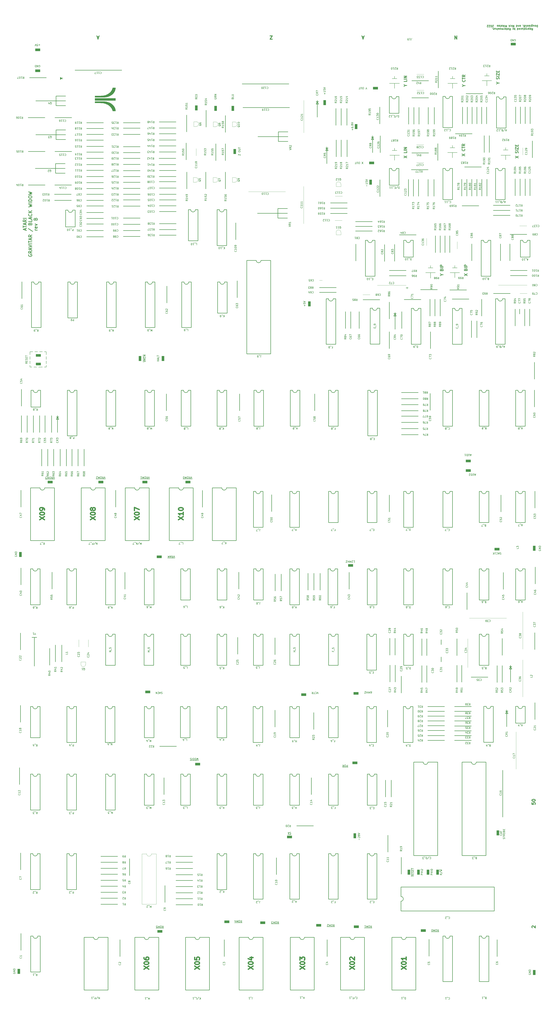
<source format=gbr>
%TF.GenerationSoftware,KiCad,Pcbnew,(6.0.1-0)*%
%TF.CreationDate,2022-02-08T11:31:06-05:00*%
%TF.ProjectId,atari_gravitar_black_widow,61746172-695f-4677-9261-76697461725f,rev?*%
%TF.SameCoordinates,Original*%
%TF.FileFunction,Legend,Top*%
%TF.FilePolarity,Positive*%
%FSLAX46Y46*%
G04 Gerber Fmt 4.6, Leading zero omitted, Abs format (unit mm)*
G04 Created by KiCad (PCBNEW (6.0.1-0)) date 2022-02-08 11:31:06*
%MOMM*%
%LPD*%
G01*
G04 APERTURE LIST*
%ADD10C,0.150000*%
%ADD11C,0.635000*%
%ADD12C,0.300000*%
%ADD13C,0.444500*%
%ADD14C,0.248000*%
%ADD15C,0.203200*%
%ADD16C,0.254000*%
%ADD17C,0.120000*%
%ADD18C,0.152400*%
%ADD19C,0.100000*%
%ADD20C,0.149860*%
G04 APERTURE END LIST*
D10*
X55880000Y-201168000D02*
X55880000Y-202692000D01*
X47244000Y-209296000D02*
X48260000Y-209296000D01*
X257302000Y-159258000D02*
X262509000Y-159258000D01*
X55880000Y-205994000D02*
X55880000Y-207518000D01*
X54864000Y-201168000D02*
X55880000Y-201168000D01*
X302387000Y-97028000D02*
X297307000Y-97028000D01*
X289814000Y-57531000D02*
X289814000Y-60198000D01*
X55880000Y-209296000D02*
X54864000Y-209296000D01*
X259969000Y-162179000D02*
X259969000Y-159258000D01*
X274066000Y-95631000D02*
X268986000Y-95631000D01*
X275336000Y-159258000D02*
X270256000Y-159258000D01*
X47244000Y-207518000D02*
X47244000Y-205994000D01*
X299847000Y-99441000D02*
X299847000Y-97028000D01*
X55880000Y-208280000D02*
X55880000Y-209296000D01*
X49784000Y-201168000D02*
X51308000Y-201168000D01*
X49276000Y-209296000D02*
X50800000Y-209296000D01*
X292354000Y-57531000D02*
X287274000Y-57531000D01*
X47244000Y-201168000D02*
X48260000Y-201168000D01*
X272796000Y-161925000D02*
X272796000Y-159258000D01*
X240792000Y-99695000D02*
X240792000Y-97028000D01*
X243459000Y-58928000D02*
X238125000Y-58928000D01*
X48260000Y-201168000D02*
X48768000Y-201168000D01*
X274193000Y-58928000D02*
X269113000Y-58928000D01*
X271653000Y-61595000D02*
X271653000Y-58928000D01*
X243459000Y-97028000D02*
X238252000Y-97028000D01*
X52324000Y-201168000D02*
X53848000Y-201168000D01*
X47244000Y-209296000D02*
X47244000Y-208280000D01*
X55880000Y-203708000D02*
X55880000Y-205232000D01*
X271526000Y-98298000D02*
X271526000Y-95631000D01*
X47244000Y-205232000D02*
X47244000Y-203708000D01*
X240792000Y-61595000D02*
X240792000Y-58928000D01*
X47244000Y-202692000D02*
X47244000Y-201168000D01*
X51816000Y-209296000D02*
X53848000Y-209296000D01*
X115768380Y-206224000D02*
X114768380Y-206224000D01*
X115244571Y-206224000D02*
X115244571Y-205652571D01*
X115768380Y-205652571D02*
X114768380Y-205652571D01*
X115482666Y-205224000D02*
X115482666Y-204747809D01*
X115768380Y-205319238D02*
X114768380Y-204985904D01*
X115768380Y-204652571D01*
X115768380Y-203843047D02*
X115768380Y-204319238D01*
X114768380Y-204319238D01*
X114768380Y-203652571D02*
X114768380Y-203081142D01*
X115768380Y-203366857D02*
X114768380Y-203366857D01*
D11*
X107829047Y-528537714D02*
X110369047Y-526844380D01*
X107829047Y-526844380D02*
X110369047Y-528537714D01*
X107829047Y-525392952D02*
X107829047Y-525151047D01*
X107950000Y-524909142D01*
X108070952Y-524788190D01*
X108312857Y-524667238D01*
X108796666Y-524546285D01*
X109401428Y-524546285D01*
X109885238Y-524667238D01*
X110127142Y-524788190D01*
X110248095Y-524909142D01*
X110369047Y-525151047D01*
X110369047Y-525392952D01*
X110248095Y-525634857D01*
X110127142Y-525755809D01*
X109885238Y-525876761D01*
X109401428Y-525997714D01*
X108796666Y-525997714D01*
X108312857Y-525876761D01*
X108070952Y-525755809D01*
X107950000Y-525634857D01*
X107829047Y-525392952D01*
X107829047Y-522369142D02*
X107829047Y-522852952D01*
X107950000Y-523094857D01*
X108070952Y-523215809D01*
X108433809Y-523457714D01*
X108917619Y-523578666D01*
X109885238Y-523578666D01*
X110127142Y-523457714D01*
X110248095Y-523336761D01*
X110369047Y-523094857D01*
X110369047Y-522611047D01*
X110248095Y-522369142D01*
X110127142Y-522248190D01*
X109885238Y-522127238D01*
X109280476Y-522127238D01*
X109038571Y-522248190D01*
X108917619Y-522369142D01*
X108796666Y-522611047D01*
X108796666Y-523094857D01*
X108917619Y-523336761D01*
X109038571Y-523457714D01*
X109280476Y-523578666D01*
D10*
X264453428Y-508703000D02*
X263453428Y-508703000D01*
X263643904Y-507420619D02*
X263977238Y-507896809D01*
X264215333Y-507420619D02*
X264215333Y-508420619D01*
X263834380Y-508420619D01*
X263739142Y-508373000D01*
X263691523Y-508325380D01*
X263643904Y-508230142D01*
X263643904Y-508087285D01*
X263691523Y-507992047D01*
X263739142Y-507944428D01*
X263834380Y-507896809D01*
X264215333Y-507896809D01*
X263453428Y-508703000D02*
X262405809Y-508703000D01*
X263024857Y-508420619D02*
X262834380Y-508420619D01*
X262739142Y-508373000D01*
X262643904Y-508277761D01*
X262596285Y-508087285D01*
X262596285Y-507753952D01*
X262643904Y-507563476D01*
X262739142Y-507468238D01*
X262834380Y-507420619D01*
X263024857Y-507420619D01*
X263120095Y-507468238D01*
X263215333Y-507563476D01*
X263262952Y-507753952D01*
X263262952Y-508087285D01*
X263215333Y-508277761D01*
X263120095Y-508373000D01*
X263024857Y-508420619D01*
X262405809Y-508703000D02*
X261262952Y-508703000D01*
X262167714Y-507420619D02*
X262167714Y-508420619D01*
X261834380Y-507706333D01*
X261501047Y-508420619D01*
X261501047Y-507420619D01*
X261262952Y-508703000D02*
X260310571Y-508703000D01*
X260834380Y-508420619D02*
X260739142Y-508420619D01*
X260643904Y-508373000D01*
X260596285Y-508325380D01*
X260548666Y-508230142D01*
X260501047Y-508039666D01*
X260501047Y-507801571D01*
X260548666Y-507611095D01*
X260596285Y-507515857D01*
X260643904Y-507468238D01*
X260739142Y-507420619D01*
X260834380Y-507420619D01*
X260929619Y-507468238D01*
X260977238Y-507515857D01*
X261024857Y-507611095D01*
X261072476Y-507801571D01*
X261072476Y-508039666D01*
X261024857Y-508230142D01*
X260977238Y-508325380D01*
X260929619Y-508373000D01*
X260834380Y-508420619D01*
X203779428Y-64753904D02*
X203779428Y-63992000D01*
X204160380Y-64372952D02*
X203398476Y-64372952D01*
X204160380Y-62992000D02*
X204160380Y-63563428D01*
X204160380Y-63277714D02*
X203160380Y-63277714D01*
X203303238Y-63372952D01*
X203398476Y-63468190D01*
X203446095Y-63563428D01*
X203160380Y-62087238D02*
X203160380Y-62563428D01*
X203636571Y-62611047D01*
X203588952Y-62563428D01*
X203541333Y-62468190D01*
X203541333Y-62230095D01*
X203588952Y-62134857D01*
X203636571Y-62087238D01*
X203731809Y-62039619D01*
X203969904Y-62039619D01*
X204065142Y-62087238D01*
X204112761Y-62134857D01*
X204160380Y-62230095D01*
X204160380Y-62468190D01*
X204112761Y-62563428D01*
X204065142Y-62611047D01*
X203160380Y-61753904D02*
X204160380Y-61420571D01*
X203160380Y-61087238D01*
X45918380Y-206811380D02*
X45442190Y-207144714D01*
X45918380Y-207382809D02*
X44918380Y-207382809D01*
X44918380Y-207001857D01*
X44966000Y-206906619D01*
X45013619Y-206859000D01*
X45108857Y-206811380D01*
X45251714Y-206811380D01*
X45346952Y-206859000D01*
X45394571Y-206906619D01*
X45442190Y-207001857D01*
X45442190Y-207382809D01*
X45394571Y-206382809D02*
X45394571Y-206049476D01*
X45918380Y-205906619D02*
X45918380Y-206382809D01*
X44918380Y-206382809D01*
X44918380Y-205906619D01*
X45870761Y-205525666D02*
X45918380Y-205382809D01*
X45918380Y-205144714D01*
X45870761Y-205049476D01*
X45823142Y-205001857D01*
X45727904Y-204954238D01*
X45632666Y-204954238D01*
X45537428Y-205001857D01*
X45489809Y-205049476D01*
X45442190Y-205144714D01*
X45394571Y-205335190D01*
X45346952Y-205430428D01*
X45299333Y-205478047D01*
X45204095Y-205525666D01*
X45108857Y-205525666D01*
X45013619Y-205478047D01*
X44966000Y-205430428D01*
X44918380Y-205335190D01*
X44918380Y-205097095D01*
X44966000Y-204954238D01*
X45394571Y-204525666D02*
X45394571Y-204192333D01*
X45918380Y-204049476D02*
X45918380Y-204525666D01*
X44918380Y-204525666D01*
X44918380Y-204049476D01*
X44918380Y-203763761D02*
X44918380Y-203192333D01*
X45918380Y-203478047D02*
X44918380Y-203478047D01*
D12*
X276673571Y-97376857D02*
X278173571Y-96376857D01*
X276673571Y-96376857D02*
X278173571Y-97376857D01*
X278030714Y-93805428D02*
X278102142Y-93876857D01*
X278173571Y-94091142D01*
X278173571Y-94234000D01*
X278102142Y-94448285D01*
X277959285Y-94591142D01*
X277816428Y-94662571D01*
X277530714Y-94734000D01*
X277316428Y-94734000D01*
X277030714Y-94662571D01*
X276887857Y-94591142D01*
X276745000Y-94448285D01*
X276673571Y-94234000D01*
X276673571Y-94091142D01*
X276745000Y-93876857D01*
X276816428Y-93805428D01*
X276673571Y-93376857D02*
X276673571Y-92519714D01*
X278173571Y-92948285D02*
X276673571Y-92948285D01*
X278173571Y-91162571D02*
X277459285Y-91662571D01*
X278173571Y-92019714D02*
X276673571Y-92019714D01*
X276673571Y-91448285D01*
X276745000Y-91305428D01*
X276816428Y-91234000D01*
X276959285Y-91162571D01*
X277173571Y-91162571D01*
X277316428Y-91234000D01*
X277387857Y-91305428D01*
X277459285Y-91448285D01*
X277459285Y-92019714D01*
D10*
X159932428Y-503877000D02*
X158932428Y-503877000D01*
X159122904Y-502594619D02*
X159456238Y-503070809D01*
X159694333Y-502594619D02*
X159694333Y-503594619D01*
X159313380Y-503594619D01*
X159218142Y-503547000D01*
X159170523Y-503499380D01*
X159122904Y-503404142D01*
X159122904Y-503261285D01*
X159170523Y-503166047D01*
X159218142Y-503118428D01*
X159313380Y-503070809D01*
X159694333Y-503070809D01*
X158932428Y-503877000D02*
X157884809Y-503877000D01*
X158503857Y-503594619D02*
X158313380Y-503594619D01*
X158218142Y-503547000D01*
X158122904Y-503451761D01*
X158075285Y-503261285D01*
X158075285Y-502927952D01*
X158122904Y-502737476D01*
X158218142Y-502642238D01*
X158313380Y-502594619D01*
X158503857Y-502594619D01*
X158599095Y-502642238D01*
X158694333Y-502737476D01*
X158741952Y-502927952D01*
X158741952Y-503261285D01*
X158694333Y-503451761D01*
X158599095Y-503547000D01*
X158503857Y-503594619D01*
X157884809Y-503877000D02*
X156741952Y-503877000D01*
X157646714Y-502594619D02*
X157646714Y-503594619D01*
X157313380Y-502880333D01*
X156980047Y-503594619D01*
X156980047Y-502594619D01*
X156741952Y-503877000D02*
X155789571Y-503877000D01*
X156075285Y-503261285D02*
X156075285Y-502594619D01*
X156313380Y-503642238D02*
X156551476Y-502927952D01*
X155932428Y-502927952D01*
X225837523Y-61491809D02*
X225837523Y-61015619D01*
X226170857Y-62015619D02*
X225837523Y-61491809D01*
X225504190Y-62015619D01*
X224218476Y-62015619D02*
X224028000Y-62015619D01*
X223932761Y-61968000D01*
X223837523Y-61872761D01*
X223789904Y-61682285D01*
X223789904Y-61348952D01*
X223837523Y-61158476D01*
X223932761Y-61063238D01*
X224028000Y-61015619D01*
X224218476Y-61015619D01*
X224313714Y-61063238D01*
X224408952Y-61158476D01*
X224456571Y-61348952D01*
X224456571Y-61682285D01*
X224408952Y-61872761D01*
X224313714Y-61968000D01*
X224218476Y-62015619D01*
X223361333Y-62015619D02*
X223361333Y-61206095D01*
X223313714Y-61110857D01*
X223266095Y-61063238D01*
X223170857Y-61015619D01*
X222980380Y-61015619D01*
X222885142Y-61063238D01*
X222837523Y-61110857D01*
X222789904Y-61206095D01*
X222789904Y-62015619D01*
X222456571Y-62015619D02*
X221885142Y-62015619D01*
X222170857Y-61015619D02*
X222170857Y-62015619D01*
X226131428Y-113521904D02*
X226131428Y-112760000D01*
X226512380Y-111760000D02*
X226512380Y-112331428D01*
X226512380Y-112045714D02*
X225512380Y-112045714D01*
X225655238Y-112140952D01*
X225750476Y-112236190D01*
X225798095Y-112331428D01*
X225512380Y-110855238D02*
X225512380Y-111331428D01*
X225988571Y-111379047D01*
X225940952Y-111331428D01*
X225893333Y-111236190D01*
X225893333Y-110998095D01*
X225940952Y-110902857D01*
X225988571Y-110855238D01*
X226083809Y-110807619D01*
X226321904Y-110807619D01*
X226417142Y-110855238D01*
X226464761Y-110902857D01*
X226512380Y-110998095D01*
X226512380Y-111236190D01*
X226464761Y-111331428D01*
X226417142Y-111379047D01*
X225512380Y-110521904D02*
X226512380Y-110188571D01*
X225512380Y-109855238D01*
X157948380Y-97138857D02*
X157948380Y-96472190D01*
X158948380Y-97138857D01*
X158948380Y-96472190D01*
X157948380Y-95138857D02*
X157948380Y-94948380D01*
X157996000Y-94853142D01*
X158091238Y-94757904D01*
X158281714Y-94710285D01*
X158615047Y-94710285D01*
X158805523Y-94757904D01*
X158900761Y-94853142D01*
X158948380Y-94948380D01*
X158948380Y-95138857D01*
X158900761Y-95234095D01*
X158805523Y-95329333D01*
X158615047Y-95376952D01*
X158281714Y-95376952D01*
X158091238Y-95329333D01*
X157996000Y-95234095D01*
X157948380Y-95138857D01*
X157948380Y-94281714D02*
X158757904Y-94281714D01*
X158853142Y-94234095D01*
X158900761Y-94186476D01*
X158948380Y-94091238D01*
X158948380Y-93900761D01*
X158900761Y-93805523D01*
X158853142Y-93757904D01*
X158757904Y-93710285D01*
X157948380Y-93710285D01*
X157948380Y-93376952D02*
X157948380Y-92805523D01*
X158948380Y-93091238D02*
X157948380Y-93091238D01*
D13*
X313901666Y-506476000D02*
X313817000Y-506391333D01*
X313732333Y-506222000D01*
X313732333Y-505798666D01*
X313817000Y-505629333D01*
X313901666Y-505544666D01*
X314071000Y-505460000D01*
X314240333Y-505460000D01*
X314494333Y-505544666D01*
X315510333Y-506560666D01*
X315510333Y-505460000D01*
D11*
X217049047Y-528537714D02*
X219589047Y-526844380D01*
X217049047Y-526844380D02*
X219589047Y-528537714D01*
X217049047Y-525392952D02*
X217049047Y-525151047D01*
X217170000Y-524909142D01*
X217290952Y-524788190D01*
X217532857Y-524667238D01*
X218016666Y-524546285D01*
X218621428Y-524546285D01*
X219105238Y-524667238D01*
X219347142Y-524788190D01*
X219468095Y-524909142D01*
X219589047Y-525151047D01*
X219589047Y-525392952D01*
X219468095Y-525634857D01*
X219347142Y-525755809D01*
X219105238Y-525876761D01*
X218621428Y-525997714D01*
X218016666Y-525997714D01*
X217532857Y-525876761D01*
X217290952Y-525755809D01*
X217170000Y-525634857D01*
X217049047Y-525392952D01*
X217290952Y-523578666D02*
X217170000Y-523457714D01*
X217049047Y-523215809D01*
X217049047Y-522611047D01*
X217170000Y-522369142D01*
X217290952Y-522248190D01*
X217532857Y-522127238D01*
X217774761Y-522127238D01*
X218137619Y-522248190D01*
X219589047Y-523699619D01*
X219589047Y-522127238D01*
X79381047Y-290285714D02*
X81921047Y-288592380D01*
X79381047Y-288592380D02*
X81921047Y-290285714D01*
X79381047Y-287140952D02*
X79381047Y-286899047D01*
X79502000Y-286657142D01*
X79622952Y-286536190D01*
X79864857Y-286415238D01*
X80348666Y-286294285D01*
X80953428Y-286294285D01*
X81437238Y-286415238D01*
X81679142Y-286536190D01*
X81800095Y-286657142D01*
X81921047Y-286899047D01*
X81921047Y-287140952D01*
X81800095Y-287382857D01*
X81679142Y-287503809D01*
X81437238Y-287624761D01*
X80953428Y-287745714D01*
X80348666Y-287745714D01*
X79864857Y-287624761D01*
X79622952Y-287503809D01*
X79502000Y-287382857D01*
X79381047Y-287140952D01*
X80469619Y-284842857D02*
X80348666Y-285084761D01*
X80227714Y-285205714D01*
X79985809Y-285326666D01*
X79864857Y-285326666D01*
X79622952Y-285205714D01*
X79502000Y-285084761D01*
X79381047Y-284842857D01*
X79381047Y-284359047D01*
X79502000Y-284117142D01*
X79622952Y-283996190D01*
X79864857Y-283875238D01*
X79985809Y-283875238D01*
X80227714Y-283996190D01*
X80348666Y-284117142D01*
X80469619Y-284359047D01*
X80469619Y-284842857D01*
X80590571Y-285084761D01*
X80711523Y-285205714D01*
X80953428Y-285326666D01*
X81437238Y-285326666D01*
X81679142Y-285205714D01*
X81800095Y-285084761D01*
X81921047Y-284842857D01*
X81921047Y-284359047D01*
X81800095Y-284117142D01*
X81679142Y-283996190D01*
X81437238Y-283875238D01*
X80953428Y-283875238D01*
X80711523Y-283996190D01*
X80590571Y-284117142D01*
X80469619Y-284359047D01*
D10*
X317508000Y-306196904D02*
X317460380Y-306292142D01*
X317460380Y-306435000D01*
X317508000Y-306577857D01*
X317603238Y-306673095D01*
X317698476Y-306720714D01*
X317888952Y-306768333D01*
X318031809Y-306768333D01*
X318222285Y-306720714D01*
X318317523Y-306673095D01*
X318412761Y-306577857D01*
X318460380Y-306435000D01*
X318460380Y-306339761D01*
X318412761Y-306196904D01*
X318365142Y-306149285D01*
X318031809Y-306149285D01*
X318031809Y-306339761D01*
X318460380Y-305720714D02*
X317460380Y-305720714D01*
X318460380Y-305149285D01*
X317460380Y-305149285D01*
X318460380Y-304673095D02*
X317460380Y-304673095D01*
X317460380Y-304435000D01*
X317508000Y-304292142D01*
X317603238Y-304196904D01*
X317698476Y-304149285D01*
X317888952Y-304101666D01*
X318031809Y-304101666D01*
X318222285Y-304149285D01*
X318317523Y-304196904D01*
X318412761Y-304292142D01*
X318460380Y-304435000D01*
X318460380Y-304673095D01*
X261056380Y-478512000D02*
X260056380Y-478512000D01*
X260056380Y-478131047D01*
X260104000Y-478035809D01*
X260151619Y-477988190D01*
X260246857Y-477940571D01*
X260389714Y-477940571D01*
X260484952Y-477988190D01*
X260532571Y-478035809D01*
X260580190Y-478131047D01*
X260580190Y-478512000D01*
X261056380Y-477512000D02*
X260056380Y-477512000D01*
X260532571Y-477512000D02*
X260532571Y-476940571D01*
X261056380Y-476940571D02*
X260056380Y-476940571D01*
X261056380Y-476464380D02*
X260056380Y-476464380D01*
X260056380Y-475797714D02*
X260056380Y-475702476D01*
X260104000Y-475607238D01*
X260151619Y-475559619D01*
X260246857Y-475512000D01*
X260437333Y-475464380D01*
X260675428Y-475464380D01*
X260865904Y-475512000D01*
X260961142Y-475559619D01*
X261008761Y-475607238D01*
X261056380Y-475702476D01*
X261056380Y-475797714D01*
X261008761Y-475892952D01*
X260961142Y-475940571D01*
X260865904Y-475988190D01*
X260675428Y-476035809D01*
X260437333Y-476035809D01*
X260246857Y-475988190D01*
X260151619Y-475940571D01*
X260104000Y-475892952D01*
X260056380Y-475797714D01*
X283932095Y-266152333D02*
X283455904Y-266152333D01*
X284027333Y-265866619D02*
X283694000Y-266866619D01*
X283360666Y-265866619D01*
X283027333Y-266866619D02*
X283027333Y-266057095D01*
X282979714Y-265961857D01*
X282932095Y-265914238D01*
X282836857Y-265866619D01*
X282646380Y-265866619D01*
X282551142Y-265914238D01*
X282503523Y-265961857D01*
X282455904Y-266057095D01*
X282455904Y-266866619D01*
X281979714Y-265866619D02*
X281979714Y-266866619D01*
X281741619Y-266866619D01*
X281598761Y-266819000D01*
X281503523Y-266723761D01*
X281455904Y-266628523D01*
X281408285Y-266438047D01*
X281408285Y-266295190D01*
X281455904Y-266104714D01*
X281503523Y-266009476D01*
X281598761Y-265914238D01*
X281741619Y-265866619D01*
X281979714Y-265866619D01*
X281027333Y-266771380D02*
X280979714Y-266819000D01*
X280884476Y-266866619D01*
X280646380Y-266866619D01*
X280551142Y-266819000D01*
X280503523Y-266771380D01*
X280455904Y-266676142D01*
X280455904Y-266580904D01*
X280503523Y-266438047D01*
X281074952Y-265866619D01*
X280455904Y-265866619D01*
X110831000Y-268673000D02*
X109973857Y-268673000D01*
X110735761Y-268390619D02*
X110402428Y-267390619D01*
X110069095Y-268390619D01*
X109973857Y-268673000D02*
X108973857Y-268673000D01*
X109164333Y-267390619D02*
X109497666Y-267866809D01*
X109735761Y-267390619D02*
X109735761Y-268390619D01*
X109354809Y-268390619D01*
X109259571Y-268343000D01*
X109211952Y-268295380D01*
X109164333Y-268200142D01*
X109164333Y-268057285D01*
X109211952Y-267962047D01*
X109259571Y-267914428D01*
X109354809Y-267866809D01*
X109735761Y-267866809D01*
X108973857Y-268673000D02*
X107926238Y-268673000D01*
X108545285Y-268390619D02*
X108354809Y-268390619D01*
X108259571Y-268343000D01*
X108164333Y-268247761D01*
X108116714Y-268057285D01*
X108116714Y-267723952D01*
X108164333Y-267533476D01*
X108259571Y-267438238D01*
X108354809Y-267390619D01*
X108545285Y-267390619D01*
X108640523Y-267438238D01*
X108735761Y-267533476D01*
X108783380Y-267723952D01*
X108783380Y-268057285D01*
X108735761Y-268247761D01*
X108640523Y-268343000D01*
X108545285Y-268390619D01*
X107926238Y-268673000D02*
X106783380Y-268673000D01*
X107688142Y-267390619D02*
X107688142Y-268390619D01*
X107354809Y-267676333D01*
X107021476Y-268390619D01*
X107021476Y-267390619D01*
X106783380Y-268673000D02*
X105831000Y-268673000D01*
X106021476Y-267390619D02*
X106592904Y-267390619D01*
X106307190Y-267390619D02*
X106307190Y-268390619D01*
X106402428Y-268247761D01*
X106497666Y-268152523D01*
X106592904Y-268104904D01*
X209081428Y-506036000D02*
X208081428Y-506036000D01*
X208271904Y-504753619D02*
X208605238Y-505229809D01*
X208843333Y-504753619D02*
X208843333Y-505753619D01*
X208462380Y-505753619D01*
X208367142Y-505706000D01*
X208319523Y-505658380D01*
X208271904Y-505563142D01*
X208271904Y-505420285D01*
X208319523Y-505325047D01*
X208367142Y-505277428D01*
X208462380Y-505229809D01*
X208843333Y-505229809D01*
X208081428Y-506036000D02*
X207033809Y-506036000D01*
X207652857Y-505753619D02*
X207462380Y-505753619D01*
X207367142Y-505706000D01*
X207271904Y-505610761D01*
X207224285Y-505420285D01*
X207224285Y-505086952D01*
X207271904Y-504896476D01*
X207367142Y-504801238D01*
X207462380Y-504753619D01*
X207652857Y-504753619D01*
X207748095Y-504801238D01*
X207843333Y-504896476D01*
X207890952Y-505086952D01*
X207890952Y-505420285D01*
X207843333Y-505610761D01*
X207748095Y-505706000D01*
X207652857Y-505753619D01*
X207033809Y-506036000D02*
X205890952Y-506036000D01*
X206795714Y-504753619D02*
X206795714Y-505753619D01*
X206462380Y-505039333D01*
X206129047Y-505753619D01*
X206129047Y-504753619D01*
X205890952Y-506036000D02*
X204938571Y-506036000D01*
X205700476Y-505658380D02*
X205652857Y-505706000D01*
X205557619Y-505753619D01*
X205319523Y-505753619D01*
X205224285Y-505706000D01*
X205176666Y-505658380D01*
X205129047Y-505563142D01*
X205129047Y-505467904D01*
X205176666Y-505325047D01*
X205748095Y-504753619D01*
X205129047Y-504753619D01*
X179490428Y-504512000D02*
X178490428Y-504512000D01*
X178680904Y-503229619D02*
X179014238Y-503705809D01*
X179252333Y-503229619D02*
X179252333Y-504229619D01*
X178871380Y-504229619D01*
X178776142Y-504182000D01*
X178728523Y-504134380D01*
X178680904Y-504039142D01*
X178680904Y-503896285D01*
X178728523Y-503801047D01*
X178776142Y-503753428D01*
X178871380Y-503705809D01*
X179252333Y-503705809D01*
X178490428Y-504512000D02*
X177442809Y-504512000D01*
X178061857Y-504229619D02*
X177871380Y-504229619D01*
X177776142Y-504182000D01*
X177680904Y-504086761D01*
X177633285Y-503896285D01*
X177633285Y-503562952D01*
X177680904Y-503372476D01*
X177776142Y-503277238D01*
X177871380Y-503229619D01*
X178061857Y-503229619D01*
X178157095Y-503277238D01*
X178252333Y-503372476D01*
X178299952Y-503562952D01*
X178299952Y-503896285D01*
X178252333Y-504086761D01*
X178157095Y-504182000D01*
X178061857Y-504229619D01*
X177442809Y-504512000D02*
X176299952Y-504512000D01*
X177204714Y-503229619D02*
X177204714Y-504229619D01*
X176871380Y-503515333D01*
X176538047Y-504229619D01*
X176538047Y-503229619D01*
X176299952Y-504512000D02*
X175347571Y-504512000D01*
X176157095Y-504229619D02*
X175538047Y-504229619D01*
X175871380Y-503848666D01*
X175728523Y-503848666D01*
X175633285Y-503801047D01*
X175585666Y-503753428D01*
X175538047Y-503658190D01*
X175538047Y-503420095D01*
X175585666Y-503324857D01*
X175633285Y-503277238D01*
X175728523Y-503229619D01*
X176014238Y-503229619D01*
X176109476Y-503277238D01*
X176157095Y-503324857D01*
X52593714Y-38536571D02*
X51831809Y-38536571D01*
X52212761Y-38155619D02*
X52212761Y-38917523D01*
X50879428Y-39155619D02*
X51355619Y-39155619D01*
X51403238Y-38679428D01*
X51355619Y-38727047D01*
X51260380Y-38774666D01*
X51022285Y-38774666D01*
X50927047Y-38727047D01*
X50879428Y-38679428D01*
X50831809Y-38584190D01*
X50831809Y-38346095D01*
X50879428Y-38250857D01*
X50927047Y-38203238D01*
X51022285Y-38155619D01*
X51260380Y-38155619D01*
X51355619Y-38203238D01*
X51403238Y-38250857D01*
X50546095Y-39155619D02*
X50212761Y-38155619D01*
X49879428Y-39155619D01*
X219185904Y-311967619D02*
X219757333Y-311967619D01*
X219471619Y-311967619D02*
X219471619Y-312967619D01*
X219566857Y-312824761D01*
X219662095Y-312729523D01*
X219757333Y-312681904D01*
X218804952Y-312872380D02*
X218757333Y-312920000D01*
X218662095Y-312967619D01*
X218424000Y-312967619D01*
X218328761Y-312920000D01*
X218281142Y-312872380D01*
X218233523Y-312777142D01*
X218233523Y-312681904D01*
X218281142Y-312539047D01*
X218852571Y-311967619D01*
X218233523Y-311967619D01*
X217804952Y-311967619D02*
X217804952Y-312967619D01*
X217471619Y-312253333D01*
X217138285Y-312967619D01*
X217138285Y-311967619D01*
X216662095Y-311967619D02*
X216662095Y-312967619D01*
X216662095Y-312491428D02*
X216090666Y-312491428D01*
X216090666Y-311967619D02*
X216090666Y-312967619D01*
X215709714Y-312967619D02*
X215043047Y-312967619D01*
X215709714Y-311967619D01*
X215043047Y-311967619D01*
X136778714Y-417898000D02*
X135635857Y-417898000D01*
X136635857Y-417615619D02*
X136397761Y-416615619D01*
X136207285Y-417329904D01*
X136016809Y-416615619D01*
X135778714Y-417615619D01*
X135635857Y-417898000D02*
X134635857Y-417898000D01*
X135397761Y-416615619D02*
X135397761Y-417615619D01*
X135159666Y-417615619D01*
X135016809Y-417568000D01*
X134921571Y-417472761D01*
X134873952Y-417377523D01*
X134826333Y-417187047D01*
X134826333Y-417044190D01*
X134873952Y-416853714D01*
X134921571Y-416758476D01*
X135016809Y-416663238D01*
X135159666Y-416615619D01*
X135397761Y-416615619D01*
X134635857Y-417898000D02*
X133635857Y-417898000D01*
X134397761Y-416615619D02*
X134397761Y-417615619D01*
X134159666Y-417615619D01*
X134016809Y-417568000D01*
X133921571Y-417472761D01*
X133873952Y-417377523D01*
X133826333Y-417187047D01*
X133826333Y-417044190D01*
X133873952Y-416853714D01*
X133921571Y-416758476D01*
X134016809Y-416663238D01*
X134159666Y-416615619D01*
X134397761Y-416615619D01*
X133635857Y-417898000D02*
X133159666Y-417898000D01*
X133397761Y-416615619D02*
X133397761Y-417615619D01*
X133159666Y-417898000D02*
X132207285Y-417898000D01*
X132969190Y-416663238D02*
X132826333Y-416615619D01*
X132588238Y-416615619D01*
X132493000Y-416663238D01*
X132445380Y-416710857D01*
X132397761Y-416806095D01*
X132397761Y-416901333D01*
X132445380Y-416996571D01*
X132493000Y-417044190D01*
X132588238Y-417091809D01*
X132778714Y-417139428D01*
X132873952Y-417187047D01*
X132921571Y-417234666D01*
X132969190Y-417329904D01*
X132969190Y-417425142D01*
X132921571Y-417520380D01*
X132873952Y-417568000D01*
X132778714Y-417615619D01*
X132540619Y-417615619D01*
X132397761Y-417568000D01*
D11*
X163201047Y-528537714D02*
X165741047Y-526844380D01*
X163201047Y-526844380D02*
X165741047Y-528537714D01*
X163201047Y-525392952D02*
X163201047Y-525151047D01*
X163322000Y-524909142D01*
X163442952Y-524788190D01*
X163684857Y-524667238D01*
X164168666Y-524546285D01*
X164773428Y-524546285D01*
X165257238Y-524667238D01*
X165499142Y-524788190D01*
X165620095Y-524909142D01*
X165741047Y-525151047D01*
X165741047Y-525392952D01*
X165620095Y-525634857D01*
X165499142Y-525755809D01*
X165257238Y-525876761D01*
X164773428Y-525997714D01*
X164168666Y-525997714D01*
X163684857Y-525876761D01*
X163442952Y-525755809D01*
X163322000Y-525634857D01*
X163201047Y-525392952D01*
X164047714Y-522369142D02*
X165741047Y-522369142D01*
X163080095Y-522973904D02*
X164894380Y-523578666D01*
X164894380Y-522006285D01*
D10*
X281519095Y-255738333D02*
X281042904Y-255738333D01*
X281614333Y-255452619D02*
X281281000Y-256452619D01*
X280947666Y-255452619D01*
X280614333Y-256452619D02*
X280614333Y-255643095D01*
X280566714Y-255547857D01*
X280519095Y-255500238D01*
X280423857Y-255452619D01*
X280233380Y-255452619D01*
X280138142Y-255500238D01*
X280090523Y-255547857D01*
X280042904Y-255643095D01*
X280042904Y-256452619D01*
X279566714Y-255452619D02*
X279566714Y-256452619D01*
X279328619Y-256452619D01*
X279185761Y-256405000D01*
X279090523Y-256309761D01*
X279042904Y-256214523D01*
X278995285Y-256024047D01*
X278995285Y-255881190D01*
X279042904Y-255690714D01*
X279090523Y-255595476D01*
X279185761Y-255500238D01*
X279328619Y-255452619D01*
X279566714Y-255452619D01*
X278042904Y-255452619D02*
X278614333Y-255452619D01*
X278328619Y-255452619D02*
X278328619Y-256452619D01*
X278423857Y-256309761D01*
X278519095Y-256214523D01*
X278614333Y-256166904D01*
X297394047Y-307697238D02*
X297251190Y-307649619D01*
X297013095Y-307649619D01*
X296917857Y-307697238D01*
X296870238Y-307744857D01*
X296822619Y-307840095D01*
X296822619Y-307935333D01*
X296870238Y-308030571D01*
X296917857Y-308078190D01*
X297013095Y-308125809D01*
X297203571Y-308173428D01*
X297298809Y-308221047D01*
X297346428Y-308268666D01*
X297394047Y-308363904D01*
X297394047Y-308459142D01*
X297346428Y-308554380D01*
X297298809Y-308602000D01*
X297203571Y-308649619D01*
X296965476Y-308649619D01*
X296822619Y-308602000D01*
X296441666Y-307935333D02*
X295965476Y-307935333D01*
X296536904Y-307649619D02*
X296203571Y-308649619D01*
X295870238Y-307649619D01*
X294965476Y-307744857D02*
X295013095Y-307697238D01*
X295155952Y-307649619D01*
X295251190Y-307649619D01*
X295394047Y-307697238D01*
X295489285Y-307792476D01*
X295536904Y-307887714D01*
X295584523Y-308078190D01*
X295584523Y-308221047D01*
X295536904Y-308411523D01*
X295489285Y-308506761D01*
X295394047Y-308602000D01*
X295251190Y-308649619D01*
X295155952Y-308649619D01*
X295013095Y-308602000D01*
X294965476Y-308554380D01*
X294060714Y-307649619D02*
X294536904Y-307649619D01*
X294536904Y-308649619D01*
X293727380Y-307649619D02*
X293727380Y-308649619D01*
X293155952Y-307649619D02*
X293584523Y-308221047D01*
X293155952Y-308649619D02*
X293727380Y-308078190D01*
D11*
X244481047Y-528537714D02*
X247021047Y-526844380D01*
X244481047Y-526844380D02*
X247021047Y-528537714D01*
X244481047Y-525392952D02*
X244481047Y-525151047D01*
X244602000Y-524909142D01*
X244722952Y-524788190D01*
X244964857Y-524667238D01*
X245448666Y-524546285D01*
X246053428Y-524546285D01*
X246537238Y-524667238D01*
X246779142Y-524788190D01*
X246900095Y-524909142D01*
X247021047Y-525151047D01*
X247021047Y-525392952D01*
X246900095Y-525634857D01*
X246779142Y-525755809D01*
X246537238Y-525876761D01*
X246053428Y-525997714D01*
X245448666Y-525997714D01*
X244964857Y-525876761D01*
X244722952Y-525755809D01*
X244602000Y-525634857D01*
X244481047Y-525392952D01*
X247021047Y-522127238D02*
X247021047Y-523578666D01*
X247021047Y-522852952D02*
X244481047Y-522852952D01*
X244843904Y-523094857D01*
X245085809Y-523336761D01*
X245206761Y-523578666D01*
D10*
X193111428Y-177053714D02*
X193111428Y-176291809D01*
X193492380Y-176672761D02*
X192730476Y-176672761D01*
X192492380Y-175339428D02*
X192492380Y-175815619D01*
X192968571Y-175863238D01*
X192920952Y-175815619D01*
X192873333Y-175720380D01*
X192873333Y-175482285D01*
X192920952Y-175387047D01*
X192968571Y-175339428D01*
X193063809Y-175291809D01*
X193301904Y-175291809D01*
X193397142Y-175339428D01*
X193444761Y-175387047D01*
X193492380Y-175482285D01*
X193492380Y-175720380D01*
X193444761Y-175815619D01*
X193397142Y-175863238D01*
X192492380Y-175006095D02*
X193492380Y-174672761D01*
X192492380Y-174339428D01*
X249741000Y-479400904D02*
X249741000Y-478400904D01*
X251023380Y-478591380D02*
X250547190Y-478924714D01*
X251023380Y-479162809D02*
X250023380Y-479162809D01*
X250023380Y-478781857D01*
X250071000Y-478686619D01*
X250118619Y-478639000D01*
X250213857Y-478591380D01*
X250356714Y-478591380D01*
X250451952Y-478639000D01*
X250499571Y-478686619D01*
X250547190Y-478781857D01*
X250547190Y-479162809D01*
X249741000Y-478400904D02*
X249741000Y-477496142D01*
X250499571Y-478162809D02*
X250499571Y-477829476D01*
X251023380Y-477686619D02*
X251023380Y-478162809D01*
X250023380Y-478162809D01*
X250023380Y-477686619D01*
X249741000Y-477496142D02*
X249741000Y-476543761D01*
X250975761Y-477305666D02*
X251023380Y-477162809D01*
X251023380Y-476924714D01*
X250975761Y-476829476D01*
X250928142Y-476781857D01*
X250832904Y-476734238D01*
X250737666Y-476734238D01*
X250642428Y-476781857D01*
X250594809Y-476829476D01*
X250547190Y-476924714D01*
X250499571Y-477115190D01*
X250451952Y-477210428D01*
X250404333Y-477258047D01*
X250309095Y-477305666D01*
X250213857Y-477305666D01*
X250118619Y-477258047D01*
X250071000Y-477210428D01*
X250023380Y-477115190D01*
X250023380Y-476877095D01*
X250071000Y-476734238D01*
X249741000Y-476543761D02*
X249741000Y-475639000D01*
X250499571Y-476305666D02*
X250499571Y-475972333D01*
X251023380Y-475829476D02*
X251023380Y-476305666D01*
X250023380Y-476305666D01*
X250023380Y-475829476D01*
X249741000Y-475639000D02*
X249741000Y-474877095D01*
X250023380Y-475543761D02*
X250023380Y-474972333D01*
X251023380Y-475258047D02*
X250023380Y-475258047D01*
X133437000Y-268673000D02*
X132579857Y-268673000D01*
X133341761Y-268390619D02*
X133008428Y-267390619D01*
X132675095Y-268390619D01*
X132579857Y-268673000D02*
X131579857Y-268673000D01*
X131770333Y-267390619D02*
X132103666Y-267866809D01*
X132341761Y-267390619D02*
X132341761Y-268390619D01*
X131960809Y-268390619D01*
X131865571Y-268343000D01*
X131817952Y-268295380D01*
X131770333Y-268200142D01*
X131770333Y-268057285D01*
X131817952Y-267962047D01*
X131865571Y-267914428D01*
X131960809Y-267866809D01*
X132341761Y-267866809D01*
X131579857Y-268673000D02*
X130532238Y-268673000D01*
X131151285Y-268390619D02*
X130960809Y-268390619D01*
X130865571Y-268343000D01*
X130770333Y-268247761D01*
X130722714Y-268057285D01*
X130722714Y-267723952D01*
X130770333Y-267533476D01*
X130865571Y-267438238D01*
X130960809Y-267390619D01*
X131151285Y-267390619D01*
X131246523Y-267438238D01*
X131341761Y-267533476D01*
X131389380Y-267723952D01*
X131389380Y-268057285D01*
X131341761Y-268247761D01*
X131246523Y-268343000D01*
X131151285Y-268390619D01*
X130532238Y-268673000D02*
X129389380Y-268673000D01*
X130294142Y-267390619D02*
X130294142Y-268390619D01*
X129960809Y-267676333D01*
X129627476Y-268390619D01*
X129627476Y-267390619D01*
X129389380Y-268673000D02*
X128437000Y-268673000D01*
X128960809Y-268390619D02*
X128865571Y-268390619D01*
X128770333Y-268343000D01*
X128722714Y-268295380D01*
X128675095Y-268200142D01*
X128627476Y-268009666D01*
X128627476Y-267771571D01*
X128675095Y-267581095D01*
X128722714Y-267485857D01*
X128770333Y-267438238D01*
X128865571Y-267390619D01*
X128960809Y-267390619D01*
X129056047Y-267438238D01*
X129103666Y-267485857D01*
X129151285Y-267581095D01*
X129198904Y-267771571D01*
X129198904Y-268009666D01*
X129151285Y-268200142D01*
X129103666Y-268295380D01*
X129056047Y-268343000D01*
X128960809Y-268390619D01*
X228202952Y-382309619D02*
X228393428Y-382309619D01*
X228488666Y-382262000D01*
X228536285Y-382214380D01*
X228631523Y-382071523D01*
X228679142Y-381881047D01*
X228679142Y-381500095D01*
X228631523Y-381404857D01*
X228583904Y-381357238D01*
X228488666Y-381309619D01*
X228298190Y-381309619D01*
X228202952Y-381357238D01*
X228155333Y-381404857D01*
X228107714Y-381500095D01*
X228107714Y-381738190D01*
X228155333Y-381833428D01*
X228202952Y-381881047D01*
X228298190Y-381928666D01*
X228488666Y-381928666D01*
X228583904Y-381881047D01*
X228631523Y-381833428D01*
X228679142Y-381738190D01*
X227679142Y-381309619D02*
X227679142Y-382309619D01*
X227345809Y-381595333D01*
X227012476Y-382309619D01*
X227012476Y-381309619D01*
X226536285Y-381309619D02*
X226536285Y-382309619D01*
X226536285Y-381833428D02*
X225964857Y-381833428D01*
X225964857Y-381309619D02*
X225964857Y-382309619D01*
X225583904Y-382309619D02*
X224917238Y-382309619D01*
X225583904Y-381309619D01*
X224917238Y-381309619D01*
D11*
X134753047Y-528537714D02*
X137293047Y-526844380D01*
X134753047Y-526844380D02*
X137293047Y-528537714D01*
X134753047Y-525392952D02*
X134753047Y-525151047D01*
X134874000Y-524909142D01*
X134994952Y-524788190D01*
X135236857Y-524667238D01*
X135720666Y-524546285D01*
X136325428Y-524546285D01*
X136809238Y-524667238D01*
X137051142Y-524788190D01*
X137172095Y-524909142D01*
X137293047Y-525151047D01*
X137293047Y-525392952D01*
X137172095Y-525634857D01*
X137051142Y-525755809D01*
X136809238Y-525876761D01*
X136325428Y-525997714D01*
X135720666Y-525997714D01*
X135236857Y-525876761D01*
X134994952Y-525755809D01*
X134874000Y-525634857D01*
X134753047Y-525392952D01*
X134753047Y-522248190D02*
X134753047Y-523457714D01*
X135962571Y-523578666D01*
X135841619Y-523457714D01*
X135720666Y-523215809D01*
X135720666Y-522611047D01*
X135841619Y-522369142D01*
X135962571Y-522248190D01*
X136204476Y-522127238D01*
X136809238Y-522127238D01*
X137051142Y-522248190D01*
X137172095Y-522369142D01*
X137293047Y-522611047D01*
X137293047Y-523215809D01*
X137172095Y-523457714D01*
X137051142Y-523578666D01*
D10*
X224138857Y-101639619D02*
X223472190Y-100639619D01*
X223472190Y-101639619D02*
X224138857Y-100639619D01*
X222138857Y-101639619D02*
X221948380Y-101639619D01*
X221853142Y-101592000D01*
X221757904Y-101496761D01*
X221710285Y-101306285D01*
X221710285Y-100972952D01*
X221757904Y-100782476D01*
X221853142Y-100687238D01*
X221948380Y-100639619D01*
X222138857Y-100639619D01*
X222234095Y-100687238D01*
X222329333Y-100782476D01*
X222376952Y-100972952D01*
X222376952Y-101306285D01*
X222329333Y-101496761D01*
X222234095Y-101592000D01*
X222138857Y-101639619D01*
X221281714Y-101639619D02*
X221281714Y-100830095D01*
X221234095Y-100734857D01*
X221186476Y-100687238D01*
X221091238Y-100639619D01*
X220900761Y-100639619D01*
X220805523Y-100687238D01*
X220757904Y-100734857D01*
X220710285Y-100830095D01*
X220710285Y-101639619D01*
X220376952Y-101639619D02*
X219805523Y-101639619D01*
X220091238Y-100639619D02*
X220091238Y-101639619D01*
D13*
X83735333Y-34247666D02*
X82888666Y-34247666D01*
X83904666Y-33739666D02*
X83312000Y-35517666D01*
X82719333Y-33739666D01*
D11*
X102749047Y-290285714D02*
X105289047Y-288592380D01*
X102749047Y-288592380D02*
X105289047Y-290285714D01*
X102749047Y-287140952D02*
X102749047Y-286899047D01*
X102870000Y-286657142D01*
X102990952Y-286536190D01*
X103232857Y-286415238D01*
X103716666Y-286294285D01*
X104321428Y-286294285D01*
X104805238Y-286415238D01*
X105047142Y-286536190D01*
X105168095Y-286657142D01*
X105289047Y-286899047D01*
X105289047Y-287140952D01*
X105168095Y-287382857D01*
X105047142Y-287503809D01*
X104805238Y-287624761D01*
X104321428Y-287745714D01*
X103716666Y-287745714D01*
X103232857Y-287624761D01*
X102990952Y-287503809D01*
X102870000Y-287382857D01*
X102749047Y-287140952D01*
X102749047Y-285447619D02*
X102749047Y-283754285D01*
X105289047Y-284842857D01*
D12*
X265902285Y-160416571D02*
X266616571Y-160416571D01*
X265116571Y-160916571D02*
X265902285Y-160416571D01*
X265116571Y-159916571D01*
X265830857Y-157773714D02*
X265902285Y-157559428D01*
X265973714Y-157488000D01*
X266116571Y-157416571D01*
X266330857Y-157416571D01*
X266473714Y-157488000D01*
X266545142Y-157559428D01*
X266616571Y-157702285D01*
X266616571Y-158273714D01*
X265116571Y-158273714D01*
X265116571Y-157773714D01*
X265188000Y-157630857D01*
X265259428Y-157559428D01*
X265402285Y-157488000D01*
X265545142Y-157488000D01*
X265688000Y-157559428D01*
X265759428Y-157630857D01*
X265830857Y-157773714D01*
X265830857Y-158273714D01*
X266616571Y-156773714D02*
X265116571Y-156773714D01*
X266616571Y-156059428D02*
X265116571Y-156059428D01*
X265116571Y-155488000D01*
X265188000Y-155345142D01*
X265259428Y-155273714D01*
X265402285Y-155202285D01*
X265616571Y-155202285D01*
X265759428Y-155273714D01*
X265830857Y-155345142D01*
X265902285Y-155488000D01*
X265902285Y-156059428D01*
X245812571Y-98452428D02*
X247312571Y-97452428D01*
X245812571Y-97452428D02*
X247312571Y-98452428D01*
X247312571Y-95023857D02*
X247312571Y-95738142D01*
X245812571Y-95738142D01*
X247312571Y-94523857D02*
X245812571Y-94523857D01*
X247312571Y-93809571D02*
X245812571Y-93809571D01*
X247312571Y-92952428D01*
X245812571Y-92952428D01*
D10*
X145296000Y-66801904D02*
X145248380Y-66897142D01*
X145248380Y-67040000D01*
X145296000Y-67182857D01*
X145391238Y-67278095D01*
X145486476Y-67325714D01*
X145676952Y-67373333D01*
X145819809Y-67373333D01*
X146010285Y-67325714D01*
X146105523Y-67278095D01*
X146200761Y-67182857D01*
X146248380Y-67040000D01*
X146248380Y-66944761D01*
X146200761Y-66801904D01*
X146153142Y-66754285D01*
X145819809Y-66754285D01*
X145819809Y-66944761D01*
X146248380Y-65754285D02*
X145772190Y-66087619D01*
X146248380Y-66325714D02*
X145248380Y-66325714D01*
X145248380Y-65944761D01*
X145296000Y-65849523D01*
X145343619Y-65801904D01*
X145438857Y-65754285D01*
X145581714Y-65754285D01*
X145676952Y-65801904D01*
X145724571Y-65849523D01*
X145772190Y-65944761D01*
X145772190Y-66325714D01*
X146248380Y-65325714D02*
X145248380Y-65325714D01*
X146248380Y-64754285D01*
X145248380Y-64754285D01*
X107374000Y-206747809D02*
X107374000Y-205890666D01*
X107656380Y-206652571D02*
X108656380Y-206319238D01*
X107656380Y-205985904D01*
X107374000Y-205890666D02*
X107374000Y-204747809D01*
X108656380Y-205652571D02*
X107656380Y-205652571D01*
X108370666Y-205319238D01*
X107656380Y-204985904D01*
X108656380Y-204985904D01*
X107374000Y-204747809D02*
X107374000Y-203843047D01*
X108132571Y-204509714D02*
X108132571Y-204176380D01*
X108656380Y-204033523D02*
X108656380Y-204509714D01*
X107656380Y-204509714D01*
X107656380Y-204033523D01*
X107374000Y-203843047D02*
X107374000Y-202700190D01*
X108656380Y-203604952D02*
X107656380Y-203604952D01*
X108370666Y-203271619D01*
X107656380Y-202938285D01*
X108656380Y-202938285D01*
D12*
X277586285Y-60173857D02*
X278300571Y-60173857D01*
X276800571Y-60673857D02*
X277586285Y-60173857D01*
X276800571Y-59673857D01*
X278157714Y-57173857D02*
X278229142Y-57245285D01*
X278300571Y-57459571D01*
X278300571Y-57602428D01*
X278229142Y-57816714D01*
X278086285Y-57959571D01*
X277943428Y-58031000D01*
X277657714Y-58102428D01*
X277443428Y-58102428D01*
X277157714Y-58031000D01*
X277014857Y-57959571D01*
X276872000Y-57816714D01*
X276800571Y-57602428D01*
X276800571Y-57459571D01*
X276872000Y-57245285D01*
X276943428Y-57173857D01*
X276800571Y-56745285D02*
X276800571Y-55888142D01*
X278300571Y-56316714D02*
X276800571Y-56316714D01*
X278300571Y-54531000D02*
X277586285Y-55031000D01*
X278300571Y-55388142D02*
X276800571Y-55388142D01*
X276800571Y-54816714D01*
X276872000Y-54673857D01*
X276943428Y-54602428D01*
X277086285Y-54531000D01*
X277300571Y-54531000D01*
X277443428Y-54602428D01*
X277514857Y-54673857D01*
X277586285Y-54816714D01*
X277586285Y-55388142D01*
D10*
X117514476Y-381611238D02*
X117371619Y-381563619D01*
X117133523Y-381563619D01*
X117038285Y-381611238D01*
X116990666Y-381658857D01*
X116943047Y-381754095D01*
X116943047Y-381849333D01*
X116990666Y-381944571D01*
X117038285Y-381992190D01*
X117133523Y-382039809D01*
X117324000Y-382087428D01*
X117419238Y-382135047D01*
X117466857Y-382182666D01*
X117514476Y-382277904D01*
X117514476Y-382373142D01*
X117466857Y-382468380D01*
X117419238Y-382516000D01*
X117324000Y-382563619D01*
X117085904Y-382563619D01*
X116943047Y-382516000D01*
X116562095Y-381849333D02*
X116085904Y-381849333D01*
X116657333Y-381563619D02*
X116324000Y-382563619D01*
X115990666Y-381563619D01*
X115657333Y-382087428D02*
X115324000Y-382087428D01*
X115181142Y-381563619D02*
X115657333Y-381563619D01*
X115657333Y-382563619D01*
X115181142Y-382563619D01*
X114752571Y-381563619D02*
X114752571Y-382563619D01*
X114181142Y-381563619D01*
X114181142Y-382563619D01*
D11*
X126117047Y-290285714D02*
X128657047Y-288592380D01*
X126117047Y-288592380D02*
X128657047Y-290285714D01*
X128657047Y-286294285D02*
X128657047Y-287745714D01*
X128657047Y-287020000D02*
X126117047Y-287020000D01*
X126479904Y-287261904D01*
X126721809Y-287503809D01*
X126842761Y-287745714D01*
X126117047Y-284721904D02*
X126117047Y-284480000D01*
X126238000Y-284238095D01*
X126358952Y-284117142D01*
X126600857Y-283996190D01*
X127084666Y-283875238D01*
X127689428Y-283875238D01*
X128173238Y-283996190D01*
X128415142Y-284117142D01*
X128536095Y-284238095D01*
X128657047Y-284480000D01*
X128657047Y-284721904D01*
X128536095Y-284963809D01*
X128415142Y-285084761D01*
X128173238Y-285205714D01*
X127689428Y-285326666D01*
X127084666Y-285326666D01*
X126600857Y-285205714D01*
X126358952Y-285084761D01*
X126238000Y-284963809D01*
X126117047Y-284721904D01*
D10*
X154868571Y-66897142D02*
X154916190Y-66754285D01*
X154963809Y-66706666D01*
X155059047Y-66659047D01*
X155201904Y-66659047D01*
X155297142Y-66706666D01*
X155344761Y-66754285D01*
X155392380Y-66849523D01*
X155392380Y-67230476D01*
X154392380Y-67230476D01*
X154392380Y-66897142D01*
X154440000Y-66801904D01*
X154487619Y-66754285D01*
X154582857Y-66706666D01*
X154678095Y-66706666D01*
X154773333Y-66754285D01*
X154820952Y-66801904D01*
X154868571Y-66897142D01*
X154868571Y-67230476D01*
X155392380Y-65754285D02*
X155392380Y-66230476D01*
X154392380Y-66230476D01*
X154392380Y-65420952D02*
X155201904Y-65420952D01*
X155297142Y-65373333D01*
X155344761Y-65325714D01*
X155392380Y-65230476D01*
X155392380Y-65040000D01*
X155344761Y-64944761D01*
X155297142Y-64897142D01*
X155201904Y-64849523D01*
X154392380Y-64849523D01*
X312174000Y-530859904D02*
X312126380Y-530955142D01*
X312126380Y-531098000D01*
X312174000Y-531240857D01*
X312269238Y-531336095D01*
X312364476Y-531383714D01*
X312554952Y-531431333D01*
X312697809Y-531431333D01*
X312888285Y-531383714D01*
X312983523Y-531336095D01*
X313078761Y-531240857D01*
X313126380Y-531098000D01*
X313126380Y-531002761D01*
X313078761Y-530859904D01*
X313031142Y-530812285D01*
X312697809Y-530812285D01*
X312697809Y-531002761D01*
X313126380Y-530383714D02*
X312126380Y-530383714D01*
X313126380Y-529812285D01*
X312126380Y-529812285D01*
X313126380Y-529336095D02*
X312126380Y-529336095D01*
X312126380Y-529098000D01*
X312174000Y-528955142D01*
X312269238Y-528859904D01*
X312364476Y-528812285D01*
X312554952Y-528764666D01*
X312697809Y-528764666D01*
X312888285Y-528812285D01*
X312983523Y-528859904D01*
X313078761Y-528955142D01*
X313126380Y-529098000D01*
X313126380Y-529336095D01*
X52069904Y-50284000D02*
X52165142Y-50331619D01*
X52308000Y-50331619D01*
X52450857Y-50284000D01*
X52546095Y-50188761D01*
X52593714Y-50093523D01*
X52641333Y-49903047D01*
X52641333Y-49760190D01*
X52593714Y-49569714D01*
X52546095Y-49474476D01*
X52450857Y-49379238D01*
X52308000Y-49331619D01*
X52212761Y-49331619D01*
X52069904Y-49379238D01*
X52022285Y-49426857D01*
X52022285Y-49760190D01*
X52212761Y-49760190D01*
X51593714Y-49331619D02*
X51593714Y-50331619D01*
X51022285Y-49331619D01*
X51022285Y-50331619D01*
X50546095Y-49331619D02*
X50546095Y-50331619D01*
X50308000Y-50331619D01*
X50165142Y-50284000D01*
X50069904Y-50188761D01*
X50022285Y-50093523D01*
X49974666Y-49903047D01*
X49974666Y-49760190D01*
X50022285Y-49569714D01*
X50069904Y-49474476D01*
X50165142Y-49379238D01*
X50308000Y-49331619D01*
X50546095Y-49331619D01*
D12*
X304994571Y-98531714D02*
X306494571Y-97531714D01*
X304994571Y-97531714D02*
X306494571Y-98531714D01*
X306423142Y-95888857D02*
X306494571Y-95674571D01*
X306494571Y-95317428D01*
X306423142Y-95174571D01*
X306351714Y-95103142D01*
X306208857Y-95031714D01*
X306066000Y-95031714D01*
X305923142Y-95103142D01*
X305851714Y-95174571D01*
X305780285Y-95317428D01*
X305708857Y-95603142D01*
X305637428Y-95746000D01*
X305566000Y-95817428D01*
X305423142Y-95888857D01*
X305280285Y-95888857D01*
X305137428Y-95817428D01*
X305066000Y-95746000D01*
X304994571Y-95603142D01*
X304994571Y-95246000D01*
X305066000Y-95031714D01*
X306494571Y-94388857D02*
X304994571Y-94388857D01*
X304994571Y-93817428D02*
X304994571Y-92817428D01*
X306494571Y-93817428D01*
X306494571Y-92817428D01*
X305708857Y-92246000D02*
X305708857Y-91746000D01*
X306494571Y-91531714D02*
X306494571Y-92246000D01*
X304994571Y-92246000D01*
X304994571Y-91531714D01*
D10*
X87336000Y-268673000D02*
X86478857Y-268673000D01*
X87240761Y-268390619D02*
X86907428Y-267390619D01*
X86574095Y-268390619D01*
X86478857Y-268673000D02*
X85478857Y-268673000D01*
X85669333Y-267390619D02*
X86002666Y-267866809D01*
X86240761Y-267390619D02*
X86240761Y-268390619D01*
X85859809Y-268390619D01*
X85764571Y-268343000D01*
X85716952Y-268295380D01*
X85669333Y-268200142D01*
X85669333Y-268057285D01*
X85716952Y-267962047D01*
X85764571Y-267914428D01*
X85859809Y-267866809D01*
X86240761Y-267866809D01*
X85478857Y-268673000D02*
X84431238Y-268673000D01*
X85050285Y-268390619D02*
X84859809Y-268390619D01*
X84764571Y-268343000D01*
X84669333Y-268247761D01*
X84621714Y-268057285D01*
X84621714Y-267723952D01*
X84669333Y-267533476D01*
X84764571Y-267438238D01*
X84859809Y-267390619D01*
X85050285Y-267390619D01*
X85145523Y-267438238D01*
X85240761Y-267533476D01*
X85288380Y-267723952D01*
X85288380Y-268057285D01*
X85240761Y-268247761D01*
X85145523Y-268343000D01*
X85050285Y-268390619D01*
X84431238Y-268673000D02*
X83288380Y-268673000D01*
X84193142Y-267390619D02*
X84193142Y-268390619D01*
X83859809Y-267676333D01*
X83526476Y-268390619D01*
X83526476Y-267390619D01*
X83288380Y-268673000D02*
X82336000Y-268673000D01*
X83097904Y-268295380D02*
X83050285Y-268343000D01*
X82955047Y-268390619D01*
X82716952Y-268390619D01*
X82621714Y-268343000D01*
X82574095Y-268295380D01*
X82526476Y-268200142D01*
X82526476Y-268104904D01*
X82574095Y-267962047D01*
X83145523Y-267390619D01*
X82526476Y-267390619D01*
X60412000Y-268800000D02*
X59554857Y-268800000D01*
X60316761Y-268517619D02*
X59983428Y-267517619D01*
X59650095Y-268517619D01*
X59554857Y-268800000D02*
X58554857Y-268800000D01*
X58745333Y-267517619D02*
X59078666Y-267993809D01*
X59316761Y-267517619D02*
X59316761Y-268517619D01*
X58935809Y-268517619D01*
X58840571Y-268470000D01*
X58792952Y-268422380D01*
X58745333Y-268327142D01*
X58745333Y-268184285D01*
X58792952Y-268089047D01*
X58840571Y-268041428D01*
X58935809Y-267993809D01*
X59316761Y-267993809D01*
X58554857Y-268800000D02*
X57507238Y-268800000D01*
X58126285Y-268517619D02*
X57935809Y-268517619D01*
X57840571Y-268470000D01*
X57745333Y-268374761D01*
X57697714Y-268184285D01*
X57697714Y-267850952D01*
X57745333Y-267660476D01*
X57840571Y-267565238D01*
X57935809Y-267517619D01*
X58126285Y-267517619D01*
X58221523Y-267565238D01*
X58316761Y-267660476D01*
X58364380Y-267850952D01*
X58364380Y-268184285D01*
X58316761Y-268374761D01*
X58221523Y-268470000D01*
X58126285Y-268517619D01*
X57507238Y-268800000D02*
X56364380Y-268800000D01*
X57269142Y-267517619D02*
X57269142Y-268517619D01*
X56935809Y-267803333D01*
X56602476Y-268517619D01*
X56602476Y-267517619D01*
X56364380Y-268800000D02*
X55412000Y-268800000D01*
X56221523Y-268517619D02*
X55602476Y-268517619D01*
X55935809Y-268136666D01*
X55792952Y-268136666D01*
X55697714Y-268089047D01*
X55650095Y-268041428D01*
X55602476Y-267946190D01*
X55602476Y-267708095D01*
X55650095Y-267612857D01*
X55697714Y-267565238D01*
X55792952Y-267517619D01*
X56078666Y-267517619D01*
X56173904Y-267565238D01*
X56221523Y-267612857D01*
X39378000Y-309244904D02*
X39330380Y-309340142D01*
X39330380Y-309483000D01*
X39378000Y-309625857D01*
X39473238Y-309721095D01*
X39568476Y-309768714D01*
X39758952Y-309816333D01*
X39901809Y-309816333D01*
X40092285Y-309768714D01*
X40187523Y-309721095D01*
X40282761Y-309625857D01*
X40330380Y-309483000D01*
X40330380Y-309387761D01*
X40282761Y-309244904D01*
X40235142Y-309197285D01*
X39901809Y-309197285D01*
X39901809Y-309387761D01*
X40330380Y-308768714D02*
X39330380Y-308768714D01*
X40330380Y-308197285D01*
X39330380Y-308197285D01*
X40330380Y-307721095D02*
X39330380Y-307721095D01*
X39330380Y-307483000D01*
X39378000Y-307340142D01*
X39473238Y-307244904D01*
X39568476Y-307197285D01*
X39758952Y-307149666D01*
X39901809Y-307149666D01*
X40092285Y-307197285D01*
X40187523Y-307244904D01*
X40282761Y-307340142D01*
X40330380Y-307483000D01*
X40330380Y-307721095D01*
D12*
X277943571Y-160916571D02*
X279443571Y-159916571D01*
X277943571Y-159916571D02*
X279443571Y-160916571D01*
X278657857Y-157702285D02*
X278729285Y-157488000D01*
X278800714Y-157416571D01*
X278943571Y-157345142D01*
X279157857Y-157345142D01*
X279300714Y-157416571D01*
X279372142Y-157488000D01*
X279443571Y-157630857D01*
X279443571Y-158202285D01*
X277943571Y-158202285D01*
X277943571Y-157702285D01*
X278015000Y-157559428D01*
X278086428Y-157488000D01*
X278229285Y-157416571D01*
X278372142Y-157416571D01*
X278515000Y-157488000D01*
X278586428Y-157559428D01*
X278657857Y-157702285D01*
X278657857Y-158202285D01*
X279443571Y-156702285D02*
X277943571Y-156702285D01*
X279443571Y-155988000D02*
X277943571Y-155988000D01*
X277943571Y-155416571D01*
X278015000Y-155273714D01*
X278086428Y-155202285D01*
X278229285Y-155130857D01*
X278443571Y-155130857D01*
X278586428Y-155202285D01*
X278657857Y-155273714D01*
X278729285Y-155416571D01*
X278729285Y-155988000D01*
D10*
X304545904Y-36568000D02*
X304641142Y-36615619D01*
X304784000Y-36615619D01*
X304926857Y-36568000D01*
X305022095Y-36472761D01*
X305069714Y-36377523D01*
X305117333Y-36187047D01*
X305117333Y-36044190D01*
X305069714Y-35853714D01*
X305022095Y-35758476D01*
X304926857Y-35663238D01*
X304784000Y-35615619D01*
X304688761Y-35615619D01*
X304545904Y-35663238D01*
X304498285Y-35710857D01*
X304498285Y-36044190D01*
X304688761Y-36044190D01*
X304069714Y-35615619D02*
X304069714Y-36615619D01*
X303498285Y-35615619D01*
X303498285Y-36615619D01*
X303022095Y-35615619D02*
X303022095Y-36615619D01*
X302784000Y-36615619D01*
X302641142Y-36568000D01*
X302545904Y-36472761D01*
X302498285Y-36377523D01*
X302450666Y-36187047D01*
X302450666Y-36044190D01*
X302498285Y-35853714D01*
X302545904Y-35758476D01*
X302641142Y-35663238D01*
X302784000Y-35615619D01*
X303022095Y-35615619D01*
X297748142Y-456938047D02*
X297795761Y-456985666D01*
X297843380Y-457128523D01*
X297843380Y-457223761D01*
X297795761Y-457366619D01*
X297700523Y-457461857D01*
X297605285Y-457509476D01*
X297414809Y-457557095D01*
X297271952Y-457557095D01*
X297081476Y-457509476D01*
X296986238Y-457461857D01*
X296891000Y-457366619D01*
X296843380Y-457223761D01*
X296843380Y-457128523D01*
X296891000Y-456985666D01*
X296938619Y-456938047D01*
X297557666Y-456557095D02*
X297557666Y-456080904D01*
X297843380Y-456652333D02*
X296843380Y-456319000D01*
X297843380Y-455985666D01*
X296843380Y-455795190D02*
X296843380Y-455223761D01*
X297843380Y-455509476D02*
X296843380Y-455509476D01*
X299405761Y-459461857D02*
X299453380Y-459319000D01*
X299453380Y-459080904D01*
X299405761Y-458985666D01*
X299358142Y-458938047D01*
X299262904Y-458890428D01*
X299167666Y-458890428D01*
X299072428Y-458938047D01*
X299024809Y-458985666D01*
X298977190Y-459080904D01*
X298929571Y-459271380D01*
X298881952Y-459366619D01*
X298834333Y-459414238D01*
X298739095Y-459461857D01*
X298643857Y-459461857D01*
X298548619Y-459414238D01*
X298501000Y-459366619D01*
X298453380Y-459271380D01*
X298453380Y-459033285D01*
X298501000Y-458890428D01*
X298453380Y-458604714D02*
X298453380Y-458033285D01*
X299453380Y-458319000D02*
X298453380Y-458319000D01*
X299453380Y-457128523D02*
X298977190Y-457461857D01*
X299453380Y-457699952D02*
X298453380Y-457699952D01*
X298453380Y-457319000D01*
X298501000Y-457223761D01*
X298548619Y-457176142D01*
X298643857Y-457128523D01*
X298786714Y-457128523D01*
X298881952Y-457176142D01*
X298929571Y-457223761D01*
X298977190Y-457319000D01*
X298977190Y-457699952D01*
X298453380Y-456509476D02*
X298453380Y-456319000D01*
X298501000Y-456223761D01*
X298596238Y-456128523D01*
X298786714Y-456080904D01*
X299120047Y-456080904D01*
X299310523Y-456128523D01*
X299405761Y-456223761D01*
X299453380Y-456319000D01*
X299453380Y-456509476D01*
X299405761Y-456604714D01*
X299310523Y-456699952D01*
X299120047Y-456747571D01*
X298786714Y-456747571D01*
X298596238Y-456699952D01*
X298501000Y-456604714D01*
X298453380Y-456509476D01*
X298929571Y-455319000D02*
X298977190Y-455176142D01*
X299024809Y-455128523D01*
X299120047Y-455080904D01*
X299262904Y-455080904D01*
X299358142Y-455128523D01*
X299405761Y-455176142D01*
X299453380Y-455271380D01*
X299453380Y-455652333D01*
X298453380Y-455652333D01*
X298453380Y-455319000D01*
X298501000Y-455223761D01*
X298548619Y-455176142D01*
X298643857Y-455128523D01*
X298739095Y-455128523D01*
X298834333Y-455176142D01*
X298881952Y-455223761D01*
X298929571Y-455319000D01*
X298929571Y-455652333D01*
X298929571Y-454652333D02*
X298929571Y-454319000D01*
X299453380Y-454176142D02*
X299453380Y-454652333D01*
X298453380Y-454652333D01*
X298453380Y-454176142D01*
D13*
X273812000Y-33739666D02*
X273812000Y-35517666D01*
X272796000Y-33739666D01*
X272796000Y-35517666D01*
D12*
X246598285Y-60106428D02*
X247312571Y-60106428D01*
X245812571Y-60606428D02*
X246598285Y-60106428D01*
X245812571Y-59606428D01*
X247312571Y-57249285D02*
X247312571Y-57963571D01*
X245812571Y-57963571D01*
X247312571Y-56749285D02*
X245812571Y-56749285D01*
X247312571Y-56035000D02*
X245812571Y-56035000D01*
X247312571Y-55177857D01*
X245812571Y-55177857D01*
D14*
X313582809Y-29686798D02*
X313913476Y-30159179D01*
X314149666Y-29686798D02*
X314149666Y-30678798D01*
X313771761Y-30678798D01*
X313677285Y-30631560D01*
X313630047Y-30584321D01*
X313582809Y-30489845D01*
X313582809Y-30348131D01*
X313630047Y-30253655D01*
X313677285Y-30206417D01*
X313771761Y-30159179D01*
X314149666Y-30159179D01*
X312779761Y-29734036D02*
X312874238Y-29686798D01*
X313063190Y-29686798D01*
X313157666Y-29734036D01*
X313204904Y-29828512D01*
X313204904Y-30206417D01*
X313157666Y-30300893D01*
X313063190Y-30348131D01*
X312874238Y-30348131D01*
X312779761Y-30300893D01*
X312732523Y-30206417D01*
X312732523Y-30111940D01*
X313204904Y-30017464D01*
X312307380Y-30348131D02*
X312307380Y-29356131D01*
X312307380Y-30300893D02*
X312212904Y-30348131D01*
X312023952Y-30348131D01*
X311929476Y-30300893D01*
X311882238Y-30253655D01*
X311835000Y-30159179D01*
X311835000Y-29875750D01*
X311882238Y-29781274D01*
X311929476Y-29734036D01*
X312023952Y-29686798D01*
X312212904Y-29686798D01*
X312307380Y-29734036D01*
X311409857Y-29686798D02*
X311409857Y-30348131D01*
X311409857Y-30159179D02*
X311362619Y-30253655D01*
X311315380Y-30300893D01*
X311220904Y-30348131D01*
X311126428Y-30348131D01*
X310654047Y-29686798D02*
X310748523Y-29734036D01*
X310795761Y-29781274D01*
X310843000Y-29875750D01*
X310843000Y-30159179D01*
X310795761Y-30253655D01*
X310748523Y-30300893D01*
X310654047Y-30348131D01*
X310512333Y-30348131D01*
X310417857Y-30300893D01*
X310370619Y-30253655D01*
X310323380Y-30159179D01*
X310323380Y-29875750D01*
X310370619Y-29781274D01*
X310417857Y-29734036D01*
X310512333Y-29686798D01*
X310654047Y-29686798D01*
X309473095Y-29686798D02*
X309473095Y-30678798D01*
X309473095Y-29734036D02*
X309567571Y-29686798D01*
X309756523Y-29686798D01*
X309851000Y-29734036D01*
X309898238Y-29781274D01*
X309945476Y-29875750D01*
X309945476Y-30159179D01*
X309898238Y-30253655D01*
X309851000Y-30300893D01*
X309756523Y-30348131D01*
X309567571Y-30348131D01*
X309473095Y-30300893D01*
X308575571Y-30348131D02*
X308575571Y-29686798D01*
X309000714Y-30348131D02*
X309000714Y-29828512D01*
X308953476Y-29734036D01*
X308859000Y-29686798D01*
X308717285Y-29686798D01*
X308622809Y-29734036D01*
X308575571Y-29781274D01*
X307678047Y-29734036D02*
X307772523Y-29686798D01*
X307961476Y-29686798D01*
X308055952Y-29734036D01*
X308103190Y-29781274D01*
X308150428Y-29875750D01*
X308150428Y-30159179D01*
X308103190Y-30253655D01*
X308055952Y-30300893D01*
X307961476Y-30348131D01*
X307772523Y-30348131D01*
X307678047Y-30300893D01*
X306875000Y-29734036D02*
X306969476Y-29686798D01*
X307158428Y-29686798D01*
X307252904Y-29734036D01*
X307300142Y-29828512D01*
X307300142Y-30206417D01*
X307252904Y-30300893D01*
X307158428Y-30348131D01*
X306969476Y-30348131D01*
X306875000Y-30300893D01*
X306827761Y-30206417D01*
X306827761Y-30111940D01*
X307300142Y-30017464D01*
X305977476Y-29686798D02*
X305977476Y-30678798D01*
X305977476Y-29734036D02*
X306071952Y-29686798D01*
X306260904Y-29686798D01*
X306355380Y-29734036D01*
X306402619Y-29781274D01*
X306449857Y-29875750D01*
X306449857Y-30159179D01*
X306402619Y-30253655D01*
X306355380Y-30300893D01*
X306260904Y-30348131D01*
X306071952Y-30348131D01*
X305977476Y-30300893D01*
X304749285Y-29686798D02*
X304749285Y-30678798D01*
X304749285Y-30300893D02*
X304654809Y-30348131D01*
X304465857Y-30348131D01*
X304371380Y-30300893D01*
X304324142Y-30253655D01*
X304276904Y-30159179D01*
X304276904Y-29875750D01*
X304324142Y-29781274D01*
X304371380Y-29734036D01*
X304465857Y-29686798D01*
X304654809Y-29686798D01*
X304749285Y-29734036D01*
X303946238Y-30348131D02*
X303710047Y-29686798D01*
X303473857Y-30348131D02*
X303710047Y-29686798D01*
X303804523Y-29450607D01*
X303851761Y-29403369D01*
X303946238Y-29356131D01*
X301773285Y-29686798D02*
X302103952Y-30159179D01*
X302340142Y-29686798D02*
X302340142Y-30678798D01*
X301962238Y-30678798D01*
X301867761Y-30631560D01*
X301820523Y-30584321D01*
X301773285Y-30489845D01*
X301773285Y-30348131D01*
X301820523Y-30253655D01*
X301867761Y-30206417D01*
X301962238Y-30159179D01*
X302340142Y-30159179D01*
X301206428Y-29686798D02*
X301300904Y-29734036D01*
X301348142Y-29781274D01*
X301395380Y-29875750D01*
X301395380Y-30159179D01*
X301348142Y-30253655D01*
X301300904Y-30300893D01*
X301206428Y-30348131D01*
X301064714Y-30348131D01*
X300970238Y-30300893D01*
X300923000Y-30253655D01*
X300875761Y-30159179D01*
X300875761Y-29875750D01*
X300923000Y-29781274D01*
X300970238Y-29734036D01*
X301064714Y-29686798D01*
X301206428Y-29686798D01*
X300592333Y-30348131D02*
X300214428Y-30348131D01*
X300450619Y-30678798D02*
X300450619Y-29828512D01*
X300403380Y-29734036D01*
X300308904Y-29686798D01*
X300214428Y-29686798D01*
X299742047Y-29686798D02*
X299836523Y-29734036D01*
X299883761Y-29781274D01*
X299931000Y-29875750D01*
X299931000Y-30159179D01*
X299883761Y-30253655D01*
X299836523Y-30300893D01*
X299742047Y-30348131D01*
X299600333Y-30348131D01*
X299505857Y-30300893D01*
X299458619Y-30253655D01*
X299411380Y-30159179D01*
X299411380Y-29875750D01*
X299458619Y-29781274D01*
X299505857Y-29734036D01*
X299600333Y-29686798D01*
X299742047Y-29686798D01*
X298986238Y-29686798D02*
X298986238Y-30348131D01*
X298986238Y-30159179D02*
X298939000Y-30253655D01*
X298891761Y-30300893D01*
X298797285Y-30348131D01*
X298702809Y-30348131D01*
X298372142Y-29686798D02*
X298372142Y-30348131D01*
X298372142Y-30253655D02*
X298324904Y-30300893D01*
X298230428Y-30348131D01*
X298088714Y-30348131D01*
X297994238Y-30300893D01*
X297947000Y-30206417D01*
X297947000Y-29686798D01*
X297947000Y-30206417D02*
X297899761Y-30300893D01*
X297805285Y-30348131D01*
X297663571Y-30348131D01*
X297569095Y-30300893D01*
X297521857Y-30206417D01*
X297521857Y-29686798D01*
X296907761Y-29686798D02*
X297002238Y-29734036D01*
X297049476Y-29781274D01*
X297096714Y-29875750D01*
X297096714Y-30159179D01*
X297049476Y-30253655D01*
X297002238Y-30300893D01*
X296907761Y-30348131D01*
X296766047Y-30348131D01*
X296671571Y-30300893D01*
X296624333Y-30253655D01*
X296577095Y-30159179D01*
X296577095Y-29875750D01*
X296624333Y-29781274D01*
X296671571Y-29734036D01*
X296766047Y-29686798D01*
X296907761Y-29686798D01*
X296199190Y-29734036D02*
X296104714Y-29686798D01*
X295915761Y-29686798D01*
X295821285Y-29734036D01*
X295774047Y-29828512D01*
X295774047Y-29875750D01*
X295821285Y-29970226D01*
X295915761Y-30017464D01*
X296057476Y-30017464D01*
X296151952Y-30064702D01*
X296199190Y-30159179D01*
X296199190Y-30206417D01*
X296151952Y-30300893D01*
X296057476Y-30348131D01*
X295915761Y-30348131D01*
X295821285Y-30300893D01*
X295348904Y-29686798D02*
X295348904Y-30678798D01*
X294923761Y-29686798D02*
X294923761Y-30206417D01*
X294971000Y-30300893D01*
X295065476Y-30348131D01*
X295207190Y-30348131D01*
X295301666Y-30300893D01*
X295348904Y-30253655D01*
X294026238Y-30348131D02*
X294026238Y-29686798D01*
X294451380Y-30348131D02*
X294451380Y-29828512D01*
X294404142Y-29734036D01*
X294309666Y-29686798D01*
X294167952Y-29686798D01*
X294073476Y-29734036D01*
X294026238Y-29781274D01*
X293553857Y-30348131D02*
X293553857Y-29686798D01*
X293553857Y-30253655D02*
X293506619Y-30300893D01*
X293412142Y-30348131D01*
X293270428Y-30348131D01*
X293175952Y-30300893D01*
X293128714Y-30206417D01*
X293128714Y-29686798D01*
X292609095Y-29734036D02*
X292609095Y-29686798D01*
X292656333Y-29592321D01*
X292703571Y-29545083D01*
X316795000Y-28089678D02*
X316795000Y-29081678D01*
X316558809Y-29081678D01*
X316417095Y-29034440D01*
X316322619Y-28939963D01*
X316275380Y-28845487D01*
X316228142Y-28656535D01*
X316228142Y-28514820D01*
X316275380Y-28325868D01*
X316322619Y-28231392D01*
X316417095Y-28136916D01*
X316558809Y-28089678D01*
X316795000Y-28089678D01*
X315661285Y-28089678D02*
X315755761Y-28136916D01*
X315803000Y-28184154D01*
X315850238Y-28278630D01*
X315850238Y-28562059D01*
X315803000Y-28656535D01*
X315755761Y-28703773D01*
X315661285Y-28751011D01*
X315519571Y-28751011D01*
X315425095Y-28703773D01*
X315377857Y-28656535D01*
X315330619Y-28562059D01*
X315330619Y-28278630D01*
X315377857Y-28184154D01*
X315425095Y-28136916D01*
X315519571Y-28089678D01*
X315661285Y-28089678D01*
X314480333Y-28751011D02*
X314480333Y-28089678D01*
X314905476Y-28751011D02*
X314905476Y-28231392D01*
X314858238Y-28136916D01*
X314763761Y-28089678D01*
X314622047Y-28089678D01*
X314527571Y-28136916D01*
X314480333Y-28184154D01*
X313582809Y-28751011D02*
X313582809Y-27947963D01*
X313630047Y-27853487D01*
X313677285Y-27806249D01*
X313771761Y-27759011D01*
X313913476Y-27759011D01*
X314007952Y-27806249D01*
X313582809Y-28136916D02*
X313677285Y-28089678D01*
X313866238Y-28089678D01*
X313960714Y-28136916D01*
X314007952Y-28184154D01*
X314055190Y-28278630D01*
X314055190Y-28562059D01*
X314007952Y-28656535D01*
X313960714Y-28703773D01*
X313866238Y-28751011D01*
X313677285Y-28751011D01*
X313582809Y-28703773D01*
X312968714Y-28089678D02*
X313063190Y-28136916D01*
X313110428Y-28231392D01*
X313110428Y-29081678D01*
X312165666Y-28089678D02*
X312165666Y-28609297D01*
X312212904Y-28703773D01*
X312307380Y-28751011D01*
X312496333Y-28751011D01*
X312590809Y-28703773D01*
X312165666Y-28136916D02*
X312260142Y-28089678D01*
X312496333Y-28089678D01*
X312590809Y-28136916D01*
X312638047Y-28231392D01*
X312638047Y-28325868D01*
X312590809Y-28420344D01*
X312496333Y-28467582D01*
X312260142Y-28467582D01*
X312165666Y-28514820D01*
X311740523Y-28136916D02*
X311646047Y-28089678D01*
X311457095Y-28089678D01*
X311362619Y-28136916D01*
X311315380Y-28231392D01*
X311315380Y-28278630D01*
X311362619Y-28373106D01*
X311457095Y-28420344D01*
X311598809Y-28420344D01*
X311693285Y-28467582D01*
X311740523Y-28562059D01*
X311740523Y-28609297D01*
X311693285Y-28703773D01*
X311598809Y-28751011D01*
X311457095Y-28751011D01*
X311362619Y-28703773D01*
X310370619Y-29034440D02*
X310465095Y-29081678D01*
X310606809Y-29081678D01*
X310748523Y-29034440D01*
X310843000Y-28939963D01*
X310890238Y-28845487D01*
X310937476Y-28656535D01*
X310937476Y-28514820D01*
X310890238Y-28325868D01*
X310843000Y-28231392D01*
X310748523Y-28136916D01*
X310606809Y-28089678D01*
X310512333Y-28089678D01*
X310370619Y-28136916D01*
X310323380Y-28184154D01*
X310323380Y-28514820D01*
X310512333Y-28514820D01*
X309567571Y-28609297D02*
X309425857Y-28562059D01*
X309378619Y-28514820D01*
X309331380Y-28420344D01*
X309331380Y-28278630D01*
X309378619Y-28184154D01*
X309425857Y-28136916D01*
X309520333Y-28089678D01*
X309898238Y-28089678D01*
X309898238Y-29081678D01*
X309567571Y-29081678D01*
X309473095Y-29034440D01*
X309425857Y-28987201D01*
X309378619Y-28892725D01*
X309378619Y-28798249D01*
X309425857Y-28703773D01*
X309473095Y-28656535D01*
X309567571Y-28609297D01*
X309898238Y-28609297D01*
X308859000Y-28136916D02*
X308859000Y-28089678D01*
X308906238Y-27995201D01*
X308953476Y-27947963D01*
X307252904Y-28089678D02*
X307252904Y-28609297D01*
X307300142Y-28703773D01*
X307394619Y-28751011D01*
X307583571Y-28751011D01*
X307678047Y-28703773D01*
X307252904Y-28136916D02*
X307347380Y-28089678D01*
X307583571Y-28089678D01*
X307678047Y-28136916D01*
X307725285Y-28231392D01*
X307725285Y-28325868D01*
X307678047Y-28420344D01*
X307583571Y-28467582D01*
X307347380Y-28467582D01*
X307252904Y-28514820D01*
X306780523Y-28751011D02*
X306780523Y-28089678D01*
X306780523Y-28656535D02*
X306733285Y-28703773D01*
X306638809Y-28751011D01*
X306497095Y-28751011D01*
X306402619Y-28703773D01*
X306355380Y-28609297D01*
X306355380Y-28089678D01*
X305457857Y-28089678D02*
X305457857Y-29081678D01*
X305457857Y-28136916D02*
X305552333Y-28089678D01*
X305741285Y-28089678D01*
X305835761Y-28136916D01*
X305883000Y-28184154D01*
X305930238Y-28278630D01*
X305930238Y-28562059D01*
X305883000Y-28656535D01*
X305835761Y-28703773D01*
X305741285Y-28751011D01*
X305552333Y-28751011D01*
X305457857Y-28703773D01*
X304229666Y-28089678D02*
X304229666Y-29081678D01*
X303662809Y-28089678D01*
X303662809Y-29081678D01*
X303190428Y-28089678D02*
X303190428Y-28751011D01*
X303190428Y-29081678D02*
X303237666Y-29034440D01*
X303190428Y-28987201D01*
X303143190Y-29034440D01*
X303190428Y-29081678D01*
X303190428Y-28987201D01*
X302292904Y-28136916D02*
X302387380Y-28089678D01*
X302576333Y-28089678D01*
X302670809Y-28136916D01*
X302718047Y-28184154D01*
X302765285Y-28278630D01*
X302765285Y-28562059D01*
X302718047Y-28656535D01*
X302670809Y-28703773D01*
X302576333Y-28751011D01*
X302387380Y-28751011D01*
X302292904Y-28703773D01*
X301867761Y-28089678D02*
X301867761Y-29081678D01*
X301773285Y-28467582D02*
X301489857Y-28089678D01*
X301489857Y-28751011D02*
X301867761Y-28373106D01*
X300308904Y-28089678D02*
X300308904Y-29081678D01*
X299978238Y-28373106D01*
X299647571Y-29081678D01*
X299647571Y-28089678D01*
X299175190Y-28089678D02*
X299175190Y-28751011D01*
X299175190Y-29081678D02*
X299222428Y-29034440D01*
X299175190Y-28987201D01*
X299127952Y-29034440D01*
X299175190Y-29081678D01*
X299175190Y-28987201D01*
X298702809Y-28089678D02*
X298702809Y-29081678D01*
X298608333Y-28467582D02*
X298324904Y-28089678D01*
X298324904Y-28751011D02*
X298702809Y-28373106D01*
X297947000Y-28136916D02*
X297852523Y-28089678D01*
X297663571Y-28089678D01*
X297569095Y-28136916D01*
X297521857Y-28231392D01*
X297521857Y-28278630D01*
X297569095Y-28373106D01*
X297663571Y-28420344D01*
X297805285Y-28420344D01*
X297899761Y-28467582D01*
X297947000Y-28562059D01*
X297947000Y-28609297D01*
X297899761Y-28703773D01*
X297805285Y-28751011D01*
X297663571Y-28751011D01*
X297569095Y-28703773D01*
X297238428Y-28751011D02*
X296860523Y-28751011D01*
X297096714Y-29081678D02*
X297096714Y-28231392D01*
X297049476Y-28136916D01*
X296955000Y-28089678D01*
X296860523Y-28089678D01*
X296104714Y-28089678D02*
X296104714Y-28609297D01*
X296151952Y-28703773D01*
X296246428Y-28751011D01*
X296435380Y-28751011D01*
X296529857Y-28703773D01*
X296104714Y-28136916D02*
X296199190Y-28089678D01*
X296435380Y-28089678D01*
X296529857Y-28136916D01*
X296577095Y-28231392D01*
X296577095Y-28325868D01*
X296529857Y-28420344D01*
X296435380Y-28467582D01*
X296199190Y-28467582D01*
X296104714Y-28514820D01*
X295679571Y-28136916D02*
X295585095Y-28089678D01*
X295396142Y-28089678D01*
X295301666Y-28136916D01*
X295254428Y-28231392D01*
X295254428Y-28278630D01*
X295301666Y-28373106D01*
X295396142Y-28420344D01*
X295537857Y-28420344D01*
X295632333Y-28467582D01*
X295679571Y-28562059D01*
X295679571Y-28609297D01*
X295632333Y-28703773D01*
X295537857Y-28751011D01*
X295396142Y-28751011D01*
X295301666Y-28703773D01*
X293364904Y-28987201D02*
X293317666Y-29034440D01*
X293223190Y-29081678D01*
X292987000Y-29081678D01*
X292892523Y-29034440D01*
X292845285Y-28987201D01*
X292798047Y-28892725D01*
X292798047Y-28798249D01*
X292845285Y-28656535D01*
X293412142Y-28089678D01*
X292798047Y-28089678D01*
X292183952Y-29081678D02*
X292089476Y-29081678D01*
X291995000Y-29034440D01*
X291947761Y-28987201D01*
X291900523Y-28892725D01*
X291853285Y-28703773D01*
X291853285Y-28467582D01*
X291900523Y-28278630D01*
X291947761Y-28184154D01*
X291995000Y-28136916D01*
X292089476Y-28089678D01*
X292183952Y-28089678D01*
X292278428Y-28136916D01*
X292325666Y-28184154D01*
X292372904Y-28278630D01*
X292420142Y-28467582D01*
X292420142Y-28703773D01*
X292372904Y-28892725D01*
X292325666Y-28987201D01*
X292278428Y-29034440D01*
X292183952Y-29081678D01*
X291475380Y-28987201D02*
X291428142Y-29034440D01*
X291333666Y-29081678D01*
X291097476Y-29081678D01*
X291003000Y-29034440D01*
X290955761Y-28987201D01*
X290908523Y-28892725D01*
X290908523Y-28798249D01*
X290955761Y-28656535D01*
X291522619Y-28089678D01*
X290908523Y-28089678D01*
X290530619Y-28987201D02*
X290483380Y-29034440D01*
X290388904Y-29081678D01*
X290152714Y-29081678D01*
X290058238Y-29034440D01*
X290011000Y-28987201D01*
X289963761Y-28892725D01*
X289963761Y-28798249D01*
X290011000Y-28656535D01*
X290577857Y-28089678D01*
X289963761Y-28089678D01*
D10*
X124229571Y-310583000D02*
X123372428Y-310583000D01*
X124134333Y-310300619D02*
X123801000Y-309300619D01*
X123467666Y-310300619D01*
X123372428Y-310583000D02*
X122372428Y-310583000D01*
X122562904Y-309300619D02*
X122896238Y-309776809D01*
X123134333Y-309300619D02*
X123134333Y-310300619D01*
X122753380Y-310300619D01*
X122658142Y-310253000D01*
X122610523Y-310205380D01*
X122562904Y-310110142D01*
X122562904Y-309967285D01*
X122610523Y-309872047D01*
X122658142Y-309824428D01*
X122753380Y-309776809D01*
X123134333Y-309776809D01*
X122372428Y-310583000D02*
X121515285Y-310583000D01*
X122181952Y-309586333D02*
X121705761Y-309586333D01*
X122277190Y-309300619D02*
X121943857Y-310300619D01*
X121610523Y-309300619D01*
X121515285Y-310583000D02*
X120372428Y-310583000D01*
X121277190Y-309300619D02*
X121277190Y-310300619D01*
X120943857Y-309586333D01*
X120610523Y-310300619D01*
X120610523Y-309300619D01*
D11*
X190633047Y-528537714D02*
X193173047Y-526844380D01*
X190633047Y-526844380D02*
X193173047Y-528537714D01*
X190633047Y-525392952D02*
X190633047Y-525151047D01*
X190754000Y-524909142D01*
X190874952Y-524788190D01*
X191116857Y-524667238D01*
X191600666Y-524546285D01*
X192205428Y-524546285D01*
X192689238Y-524667238D01*
X192931142Y-524788190D01*
X193052095Y-524909142D01*
X193173047Y-525151047D01*
X193173047Y-525392952D01*
X193052095Y-525634857D01*
X192931142Y-525755809D01*
X192689238Y-525876761D01*
X192205428Y-525997714D01*
X191600666Y-525997714D01*
X191116857Y-525876761D01*
X190874952Y-525755809D01*
X190754000Y-525634857D01*
X190633047Y-525392952D01*
X190633047Y-523699619D02*
X190633047Y-522127238D01*
X191600666Y-522973904D01*
X191600666Y-522611047D01*
X191721619Y-522369142D01*
X191842571Y-522248190D01*
X192084476Y-522127238D01*
X192689238Y-522127238D01*
X192931142Y-522248190D01*
X193052095Y-522369142D01*
X193173047Y-522611047D01*
X193173047Y-523336761D01*
X193052095Y-523578666D01*
X192931142Y-523699619D01*
D10*
X218511428Y-83788000D02*
X218511428Y-83026095D01*
X218892380Y-83407047D02*
X218130476Y-83407047D01*
X217892380Y-82121333D02*
X217892380Y-82311809D01*
X217940000Y-82407047D01*
X217987619Y-82454666D01*
X218130476Y-82549904D01*
X218320952Y-82597523D01*
X218701904Y-82597523D01*
X218797142Y-82549904D01*
X218844761Y-82502285D01*
X218892380Y-82407047D01*
X218892380Y-82216571D01*
X218844761Y-82121333D01*
X218797142Y-82073714D01*
X218701904Y-82026095D01*
X218463809Y-82026095D01*
X218368571Y-82073714D01*
X218320952Y-82121333D01*
X218273333Y-82216571D01*
X218273333Y-82407047D01*
X218320952Y-82502285D01*
X218368571Y-82549904D01*
X218463809Y-82597523D01*
X218797142Y-81597523D02*
X218844761Y-81549904D01*
X218892380Y-81597523D01*
X218844761Y-81645142D01*
X218797142Y-81597523D01*
X218892380Y-81597523D01*
X218320952Y-80978476D02*
X218273333Y-81073714D01*
X218225714Y-81121333D01*
X218130476Y-81168952D01*
X218082857Y-81168952D01*
X217987619Y-81121333D01*
X217940000Y-81073714D01*
X217892380Y-80978476D01*
X217892380Y-80788000D01*
X217940000Y-80692761D01*
X217987619Y-80645142D01*
X218082857Y-80597523D01*
X218130476Y-80597523D01*
X218225714Y-80645142D01*
X218273333Y-80692761D01*
X218320952Y-80788000D01*
X218320952Y-80978476D01*
X218368571Y-81073714D01*
X218416190Y-81121333D01*
X218511428Y-81168952D01*
X218701904Y-81168952D01*
X218797142Y-81121333D01*
X218844761Y-81073714D01*
X218892380Y-80978476D01*
X218892380Y-80788000D01*
X218844761Y-80692761D01*
X218797142Y-80645142D01*
X218701904Y-80597523D01*
X218511428Y-80597523D01*
X218416190Y-80645142D01*
X218368571Y-80692761D01*
X218320952Y-80788000D01*
X217892380Y-80311809D02*
X218892380Y-79978476D01*
X217892380Y-79645142D01*
D12*
X44931753Y-136779000D02*
X44931753Y-135932333D01*
X45439753Y-136948333D02*
X43661753Y-136355666D01*
X45439753Y-135763000D01*
X43661753Y-135424333D02*
X43661753Y-134408333D01*
X45439753Y-134916333D02*
X43661753Y-134916333D01*
X44931753Y-133900333D02*
X44931753Y-133053666D01*
X45439753Y-134069666D02*
X43661753Y-133477000D01*
X45439753Y-132884333D01*
X45439753Y-131275666D02*
X44593086Y-131868333D01*
X45439753Y-132291666D02*
X43661753Y-132291666D01*
X43661753Y-131614333D01*
X43746420Y-131445000D01*
X43831086Y-131360333D01*
X44000420Y-131275666D01*
X44254420Y-131275666D01*
X44423753Y-131360333D01*
X44508420Y-131445000D01*
X44593086Y-131614333D01*
X44593086Y-132291666D01*
X45439753Y-130513666D02*
X43661753Y-130513666D01*
X46609000Y-149690666D02*
X46524333Y-149860000D01*
X46524333Y-150114000D01*
X46609000Y-150368000D01*
X46778333Y-150537333D01*
X46947666Y-150622000D01*
X47286333Y-150706666D01*
X47540333Y-150706666D01*
X47879000Y-150622000D01*
X48048333Y-150537333D01*
X48217666Y-150368000D01*
X48302333Y-150114000D01*
X48302333Y-149944666D01*
X48217666Y-149690666D01*
X48133000Y-149606000D01*
X47540333Y-149606000D01*
X47540333Y-149944666D01*
X48302333Y-147828000D02*
X47455666Y-148420666D01*
X48302333Y-148844000D02*
X46524333Y-148844000D01*
X46524333Y-148166666D01*
X46609000Y-147997333D01*
X46693666Y-147912666D01*
X46863000Y-147828000D01*
X47117000Y-147828000D01*
X47286333Y-147912666D01*
X47371000Y-147997333D01*
X47455666Y-148166666D01*
X47455666Y-148844000D01*
X47794333Y-147150666D02*
X47794333Y-146304000D01*
X48302333Y-147320000D02*
X46524333Y-146727333D01*
X48302333Y-146134666D01*
X46524333Y-145796000D02*
X48302333Y-145203333D01*
X46524333Y-144610666D01*
X48302333Y-144018000D02*
X46524333Y-144018000D01*
X46524333Y-143425333D02*
X46524333Y-142409333D01*
X48302333Y-142917333D02*
X46524333Y-142917333D01*
X47794333Y-141901333D02*
X47794333Y-141054666D01*
X48302333Y-142070666D02*
X46524333Y-141478000D01*
X48302333Y-140885333D01*
X48302333Y-139276666D02*
X47455666Y-139869333D01*
X48302333Y-140292666D02*
X46524333Y-140292666D01*
X46524333Y-139615333D01*
X46609000Y-139446000D01*
X46693666Y-139361333D01*
X46863000Y-139276666D01*
X47117000Y-139276666D01*
X47286333Y-139361333D01*
X47371000Y-139446000D01*
X47455666Y-139615333D01*
X47455666Y-140292666D01*
X46439666Y-135890000D02*
X48725666Y-137414000D01*
X47371000Y-133350000D02*
X47455666Y-133096000D01*
X47540333Y-133011333D01*
X47709666Y-132926666D01*
X47963666Y-132926666D01*
X48133000Y-133011333D01*
X48217666Y-133096000D01*
X48302333Y-133265333D01*
X48302333Y-133942666D01*
X46524333Y-133942666D01*
X46524333Y-133350000D01*
X46609000Y-133180666D01*
X46693666Y-133096000D01*
X46863000Y-133011333D01*
X47032333Y-133011333D01*
X47201666Y-133096000D01*
X47286333Y-133180666D01*
X47371000Y-133350000D01*
X47371000Y-133942666D01*
X48302333Y-131318000D02*
X48302333Y-132164666D01*
X46524333Y-132164666D01*
X47794333Y-130810000D02*
X47794333Y-129963333D01*
X48302333Y-130979333D02*
X46524333Y-130386666D01*
X48302333Y-129794000D01*
X48133000Y-128185333D02*
X48217666Y-128270000D01*
X48302333Y-128524000D01*
X48302333Y-128693333D01*
X48217666Y-128947333D01*
X48048333Y-129116666D01*
X47879000Y-129201333D01*
X47540333Y-129286000D01*
X47286333Y-129286000D01*
X46947666Y-129201333D01*
X46778333Y-129116666D01*
X46609000Y-128947333D01*
X46524333Y-128693333D01*
X46524333Y-128524000D01*
X46609000Y-128270000D01*
X46693666Y-128185333D01*
X48302333Y-127423333D02*
X46524333Y-127423333D01*
X48302333Y-126407333D02*
X47286333Y-127169333D01*
X46524333Y-126407333D02*
X47540333Y-127423333D01*
X46524333Y-124460000D02*
X48302333Y-124036666D01*
X47032333Y-123698000D01*
X48302333Y-123359333D01*
X46524333Y-122936000D01*
X48302333Y-122258666D02*
X46524333Y-122258666D01*
X48302333Y-121412000D02*
X46524333Y-121412000D01*
X46524333Y-120988666D01*
X46609000Y-120734666D01*
X46778333Y-120565333D01*
X46947666Y-120480666D01*
X47286333Y-120396000D01*
X47540333Y-120396000D01*
X47879000Y-120480666D01*
X48048333Y-120565333D01*
X48217666Y-120734666D01*
X48302333Y-120988666D01*
X48302333Y-121412000D01*
X46524333Y-119295333D02*
X46524333Y-118956666D01*
X46609000Y-118787333D01*
X46778333Y-118618000D01*
X47117000Y-118533333D01*
X47709666Y-118533333D01*
X48048333Y-118618000D01*
X48217666Y-118787333D01*
X48302333Y-118956666D01*
X48302333Y-119295333D01*
X48217666Y-119464666D01*
X48048333Y-119634000D01*
X47709666Y-119718666D01*
X47117000Y-119718666D01*
X46778333Y-119634000D01*
X46609000Y-119464666D01*
X46524333Y-119295333D01*
X46524333Y-117940666D02*
X48302333Y-117517333D01*
X47032333Y-117178666D01*
X48302333Y-116840000D01*
X46524333Y-116416666D01*
X51164913Y-136736666D02*
X49979580Y-136736666D01*
X50318246Y-136736666D02*
X50148913Y-136652000D01*
X50064246Y-136567333D01*
X49979580Y-136398000D01*
X49979580Y-136228666D01*
X51080246Y-134958666D02*
X51164913Y-135128000D01*
X51164913Y-135466666D01*
X51080246Y-135636000D01*
X50910913Y-135720666D01*
X50233580Y-135720666D01*
X50064246Y-135636000D01*
X49979580Y-135466666D01*
X49979580Y-135128000D01*
X50064246Y-134958666D01*
X50233580Y-134874000D01*
X50402913Y-134874000D01*
X50572246Y-135720666D01*
X49979580Y-134281333D02*
X51164913Y-133858000D01*
X49979580Y-133434666D01*
X50233580Y-130810000D02*
X50318246Y-130556000D01*
X50402913Y-130471333D01*
X50572246Y-130386666D01*
X50826246Y-130386666D01*
X50995580Y-130471333D01*
X51080246Y-130556000D01*
X51164913Y-130725333D01*
X51164913Y-131402666D01*
X49386913Y-131402666D01*
X49386913Y-130810000D01*
X49471580Y-130640666D01*
X49556246Y-130556000D01*
X49725580Y-130471333D01*
X49894913Y-130471333D01*
X50064246Y-130556000D01*
X50148913Y-130640666D01*
X50233580Y-130810000D01*
X50233580Y-131402666D01*
D13*
X224451333Y-34247666D02*
X223604666Y-34247666D01*
X224620666Y-33739666D02*
X224028000Y-35517666D01*
X223435333Y-33739666D01*
D10*
X266009380Y-477924714D02*
X265533190Y-478258047D01*
X266009380Y-478496142D02*
X265009380Y-478496142D01*
X265009380Y-478115190D01*
X265057000Y-478019952D01*
X265104619Y-477972333D01*
X265199857Y-477924714D01*
X265342714Y-477924714D01*
X265437952Y-477972333D01*
X265485571Y-478019952D01*
X265533190Y-478115190D01*
X265533190Y-478496142D01*
X264961761Y-476781857D02*
X266247476Y-477639000D01*
X264727000Y-476686619D02*
X264727000Y-475543761D01*
X265009380Y-476543761D02*
X266009380Y-476305666D01*
X265295095Y-476115190D01*
X266009380Y-475924714D01*
X265009380Y-475686619D01*
X118276428Y-506798000D02*
X117276428Y-506798000D01*
X117466904Y-505515619D02*
X117800238Y-505991809D01*
X118038333Y-505515619D02*
X118038333Y-506515619D01*
X117657380Y-506515619D01*
X117562142Y-506468000D01*
X117514523Y-506420380D01*
X117466904Y-506325142D01*
X117466904Y-506182285D01*
X117514523Y-506087047D01*
X117562142Y-506039428D01*
X117657380Y-505991809D01*
X118038333Y-505991809D01*
X117276428Y-506798000D02*
X116228809Y-506798000D01*
X116847857Y-506515619D02*
X116657380Y-506515619D01*
X116562142Y-506468000D01*
X116466904Y-506372761D01*
X116419285Y-506182285D01*
X116419285Y-505848952D01*
X116466904Y-505658476D01*
X116562142Y-505563238D01*
X116657380Y-505515619D01*
X116847857Y-505515619D01*
X116943095Y-505563238D01*
X117038333Y-505658476D01*
X117085952Y-505848952D01*
X117085952Y-506182285D01*
X117038333Y-506372761D01*
X116943095Y-506468000D01*
X116847857Y-506515619D01*
X116228809Y-506798000D02*
X115085952Y-506798000D01*
X115990714Y-505515619D02*
X115990714Y-506515619D01*
X115657380Y-505801333D01*
X115324047Y-506515619D01*
X115324047Y-505515619D01*
X115085952Y-506798000D02*
X114133571Y-506798000D01*
X114371666Y-506515619D02*
X114847857Y-506515619D01*
X114895476Y-506039428D01*
X114847857Y-506087047D01*
X114752619Y-506134666D01*
X114514523Y-506134666D01*
X114419285Y-506087047D01*
X114371666Y-506039428D01*
X114324047Y-505944190D01*
X114324047Y-505706095D01*
X114371666Y-505610857D01*
X114419285Y-505563238D01*
X114514523Y-505515619D01*
X114752619Y-505515619D01*
X114847857Y-505563238D01*
X114895476Y-505610857D01*
X216153809Y-421454000D02*
X215153809Y-421454000D01*
X215915714Y-420171619D02*
X215915714Y-421171619D01*
X215534761Y-421171619D01*
X215439523Y-421124000D01*
X215391904Y-421076380D01*
X215344285Y-420981142D01*
X215344285Y-420838285D01*
X215391904Y-420743047D01*
X215439523Y-420695428D01*
X215534761Y-420647809D01*
X215915714Y-420647809D01*
X215153809Y-421454000D02*
X214106190Y-421454000D01*
X214725238Y-421171619D02*
X214534761Y-421171619D01*
X214439523Y-421124000D01*
X214344285Y-421028761D01*
X214296666Y-420838285D01*
X214296666Y-420504952D01*
X214344285Y-420314476D01*
X214439523Y-420219238D01*
X214534761Y-420171619D01*
X214725238Y-420171619D01*
X214820476Y-420219238D01*
X214915714Y-420314476D01*
X214963333Y-420504952D01*
X214963333Y-420838285D01*
X214915714Y-421028761D01*
X214820476Y-421124000D01*
X214725238Y-421171619D01*
X214106190Y-421454000D02*
X213106190Y-421454000D01*
X213296666Y-420171619D02*
X213630000Y-420647809D01*
X213868095Y-420171619D02*
X213868095Y-421171619D01*
X213487142Y-421171619D01*
X213391904Y-421124000D01*
X213344285Y-421076380D01*
X213296666Y-420981142D01*
X213296666Y-420838285D01*
X213344285Y-420743047D01*
X213391904Y-420695428D01*
X213487142Y-420647809D01*
X213868095Y-420647809D01*
D13*
X313732333Y-440224333D02*
X313732333Y-441071000D01*
X314579000Y-441155666D01*
X314494333Y-441071000D01*
X314409666Y-440901666D01*
X314409666Y-440478333D01*
X314494333Y-440309000D01*
X314579000Y-440224333D01*
X314748333Y-440139666D01*
X315171666Y-440139666D01*
X315341000Y-440224333D01*
X315425666Y-440309000D01*
X315510333Y-440478333D01*
X315510333Y-440901666D01*
X315425666Y-441071000D01*
X315341000Y-441155666D01*
X313732333Y-439039000D02*
X313732333Y-438869666D01*
X313817000Y-438700333D01*
X313901666Y-438615666D01*
X314071000Y-438531000D01*
X314409666Y-438446333D01*
X314833000Y-438446333D01*
X315171666Y-438531000D01*
X315341000Y-438615666D01*
X315425666Y-438700333D01*
X315510333Y-438869666D01*
X315510333Y-439039000D01*
X315425666Y-439208333D01*
X315341000Y-439293000D01*
X315171666Y-439377666D01*
X314833000Y-439462333D01*
X314409666Y-439462333D01*
X314071000Y-439377666D01*
X313901666Y-439293000D01*
X313817000Y-439208333D01*
X313732333Y-439039000D01*
D10*
X228893428Y-506671000D02*
X227893428Y-506671000D01*
X228083904Y-505388619D02*
X228417238Y-505864809D01*
X228655333Y-505388619D02*
X228655333Y-506388619D01*
X228274380Y-506388619D01*
X228179142Y-506341000D01*
X228131523Y-506293380D01*
X228083904Y-506198142D01*
X228083904Y-506055285D01*
X228131523Y-505960047D01*
X228179142Y-505912428D01*
X228274380Y-505864809D01*
X228655333Y-505864809D01*
X227893428Y-506671000D02*
X226845809Y-506671000D01*
X227464857Y-506388619D02*
X227274380Y-506388619D01*
X227179142Y-506341000D01*
X227083904Y-506245761D01*
X227036285Y-506055285D01*
X227036285Y-505721952D01*
X227083904Y-505531476D01*
X227179142Y-505436238D01*
X227274380Y-505388619D01*
X227464857Y-505388619D01*
X227560095Y-505436238D01*
X227655333Y-505531476D01*
X227702952Y-505721952D01*
X227702952Y-506055285D01*
X227655333Y-506245761D01*
X227560095Y-506341000D01*
X227464857Y-506388619D01*
X226845809Y-506671000D02*
X225702952Y-506671000D01*
X226607714Y-505388619D02*
X226607714Y-506388619D01*
X226274380Y-505674333D01*
X225941047Y-506388619D01*
X225941047Y-505388619D01*
X225702952Y-506671000D02*
X224750571Y-506671000D01*
X224941047Y-505388619D02*
X225512476Y-505388619D01*
X225226761Y-505388619D02*
X225226761Y-506388619D01*
X225322000Y-506245761D01*
X225417238Y-506150523D01*
X225512476Y-506102904D01*
D12*
X295747285Y-58788714D02*
X296461571Y-58788714D01*
X294961571Y-59288714D02*
X295747285Y-58788714D01*
X294961571Y-58288714D01*
X296390142Y-56717285D02*
X296461571Y-56503000D01*
X296461571Y-56145857D01*
X296390142Y-56003000D01*
X296318714Y-55931571D01*
X296175857Y-55860142D01*
X296033000Y-55860142D01*
X295890142Y-55931571D01*
X295818714Y-56003000D01*
X295747285Y-56145857D01*
X295675857Y-56431571D01*
X295604428Y-56574428D01*
X295533000Y-56645857D01*
X295390142Y-56717285D01*
X295247285Y-56717285D01*
X295104428Y-56645857D01*
X295033000Y-56574428D01*
X294961571Y-56431571D01*
X294961571Y-56074428D01*
X295033000Y-55860142D01*
X296461571Y-55217285D02*
X294961571Y-55217285D01*
X294961571Y-54645857D02*
X294961571Y-53645857D01*
X296461571Y-54645857D01*
X296461571Y-53645857D01*
X295675857Y-53074428D02*
X295675857Y-52574428D01*
X296461571Y-52360142D02*
X296461571Y-53074428D01*
X294961571Y-53074428D01*
X294961571Y-52360142D01*
D10*
X222067428Y-459977904D02*
X222067428Y-459216000D01*
X221543619Y-458787428D02*
X221496000Y-458739809D01*
X221448380Y-458644571D01*
X221448380Y-458406476D01*
X221496000Y-458311238D01*
X221543619Y-458263619D01*
X221638857Y-458216000D01*
X221734095Y-458216000D01*
X221876952Y-458263619D01*
X222448380Y-458835047D01*
X222448380Y-458216000D01*
X221876952Y-457644571D02*
X221829333Y-457739809D01*
X221781714Y-457787428D01*
X221686476Y-457835047D01*
X221638857Y-457835047D01*
X221543619Y-457787428D01*
X221496000Y-457739809D01*
X221448380Y-457644571D01*
X221448380Y-457454095D01*
X221496000Y-457358857D01*
X221543619Y-457311238D01*
X221638857Y-457263619D01*
X221686476Y-457263619D01*
X221781714Y-457311238D01*
X221829333Y-457358857D01*
X221876952Y-457454095D01*
X221876952Y-457644571D01*
X221924571Y-457739809D01*
X221972190Y-457787428D01*
X222067428Y-457835047D01*
X222257904Y-457835047D01*
X222353142Y-457787428D01*
X222400761Y-457739809D01*
X222448380Y-457644571D01*
X222448380Y-457454095D01*
X222400761Y-457358857D01*
X222353142Y-457311238D01*
X222257904Y-457263619D01*
X222067428Y-457263619D01*
X221972190Y-457311238D01*
X221924571Y-457358857D01*
X221876952Y-457454095D01*
X221448380Y-456977904D02*
X222448380Y-456644571D01*
X221448380Y-456311238D01*
D13*
X175852666Y-35517666D02*
X174667333Y-35517666D01*
X175852666Y-33739666D01*
X174667333Y-33739666D01*
D10*
X38489000Y-530351904D02*
X38441380Y-530447142D01*
X38441380Y-530590000D01*
X38489000Y-530732857D01*
X38584238Y-530828095D01*
X38679476Y-530875714D01*
X38869952Y-530923333D01*
X39012809Y-530923333D01*
X39203285Y-530875714D01*
X39298523Y-530828095D01*
X39393761Y-530732857D01*
X39441380Y-530590000D01*
X39441380Y-530494761D01*
X39393761Y-530351904D01*
X39346142Y-530304285D01*
X39012809Y-530304285D01*
X39012809Y-530494761D01*
X39441380Y-529875714D02*
X38441380Y-529875714D01*
X39441380Y-529304285D01*
X38441380Y-529304285D01*
X39441380Y-528828095D02*
X38441380Y-528828095D01*
X38441380Y-528590000D01*
X38489000Y-528447142D01*
X38584238Y-528351904D01*
X38679476Y-528304285D01*
X38869952Y-528256666D01*
X39012809Y-528256666D01*
X39203285Y-528304285D01*
X39298523Y-528351904D01*
X39393761Y-528447142D01*
X39441380Y-528590000D01*
X39441380Y-528828095D01*
X136088380Y-66682857D02*
X135612190Y-67016190D01*
X136088380Y-67254285D02*
X135088380Y-67254285D01*
X135088380Y-66873333D01*
X135136000Y-66778095D01*
X135183619Y-66730476D01*
X135278857Y-66682857D01*
X135421714Y-66682857D01*
X135516952Y-66730476D01*
X135564571Y-66778095D01*
X135612190Y-66873333D01*
X135612190Y-67254285D01*
X135564571Y-66254285D02*
X135564571Y-65920952D01*
X136088380Y-65778095D02*
X136088380Y-66254285D01*
X135088380Y-66254285D01*
X135088380Y-65778095D01*
X136088380Y-65349523D02*
X135088380Y-65349523D01*
X135088380Y-65111428D01*
X135136000Y-64968571D01*
X135231238Y-64873333D01*
X135326476Y-64825714D01*
X135516952Y-64778095D01*
X135659809Y-64778095D01*
X135850285Y-64825714D01*
X135945523Y-64873333D01*
X136040761Y-64968571D01*
X136088380Y-65111428D01*
X136088380Y-65349523D01*
D11*
X52457047Y-290285714D02*
X54997047Y-288592380D01*
X52457047Y-288592380D02*
X54997047Y-290285714D01*
X52457047Y-287140952D02*
X52457047Y-286899047D01*
X52578000Y-286657142D01*
X52698952Y-286536190D01*
X52940857Y-286415238D01*
X53424666Y-286294285D01*
X54029428Y-286294285D01*
X54513238Y-286415238D01*
X54755142Y-286536190D01*
X54876095Y-286657142D01*
X54997047Y-286899047D01*
X54997047Y-287140952D01*
X54876095Y-287382857D01*
X54755142Y-287503809D01*
X54513238Y-287624761D01*
X54029428Y-287745714D01*
X53424666Y-287745714D01*
X52940857Y-287624761D01*
X52698952Y-287503809D01*
X52578000Y-287382857D01*
X52457047Y-287140952D01*
X54997047Y-285084761D02*
X54997047Y-284600952D01*
X54876095Y-284359047D01*
X54755142Y-284238095D01*
X54392285Y-283996190D01*
X53908476Y-283875238D01*
X52940857Y-283875238D01*
X52698952Y-283996190D01*
X52578000Y-284117142D01*
X52457047Y-284359047D01*
X52457047Y-284842857D01*
X52578000Y-285084761D01*
X52698952Y-285205714D01*
X52940857Y-285326666D01*
X53545619Y-285326666D01*
X53787523Y-285205714D01*
X53908476Y-285084761D01*
X54029428Y-284842857D01*
X54029428Y-284359047D01*
X53908476Y-284117142D01*
X53787523Y-283996190D01*
X53545619Y-283875238D01*
D10*
X185943761Y-457141000D02*
X184991380Y-457141000D01*
X185753285Y-455906238D02*
X185610428Y-455858619D01*
X185372333Y-455858619D01*
X185277095Y-455906238D01*
X185229476Y-455953857D01*
X185181857Y-456049095D01*
X185181857Y-456144333D01*
X185229476Y-456239571D01*
X185277095Y-456287190D01*
X185372333Y-456334809D01*
X185562809Y-456382428D01*
X185658047Y-456430047D01*
X185705666Y-456477666D01*
X185753285Y-456572904D01*
X185753285Y-456668142D01*
X185705666Y-456763380D01*
X185658047Y-456811000D01*
X185562809Y-456858619D01*
X185324714Y-456858619D01*
X185181857Y-456811000D01*
X184991380Y-457141000D02*
X184134238Y-457141000D01*
X184800904Y-456144333D02*
X184324714Y-456144333D01*
X184896142Y-455858619D02*
X184562809Y-456858619D01*
X184229476Y-455858619D01*
X200342285Y-382563619D02*
X200008952Y-381563619D01*
X199675619Y-382563619D01*
X198770857Y-381658857D02*
X198818476Y-381611238D01*
X198961333Y-381563619D01*
X199056571Y-381563619D01*
X199199428Y-381611238D01*
X199294666Y-381706476D01*
X199342285Y-381801714D01*
X199389904Y-381992190D01*
X199389904Y-382135047D01*
X199342285Y-382325523D01*
X199294666Y-382420761D01*
X199199428Y-382516000D01*
X199056571Y-382563619D01*
X198961333Y-382563619D01*
X198818476Y-382516000D01*
X198770857Y-382468380D01*
X198485142Y-382563619D02*
X197913714Y-382563619D01*
X198199428Y-381563619D02*
X198199428Y-382563619D01*
X197008952Y-381563619D02*
X197342285Y-382039809D01*
X197580380Y-381563619D02*
X197580380Y-382563619D01*
X197199428Y-382563619D01*
X197104190Y-382516000D01*
X197056571Y-382468380D01*
X197008952Y-382373142D01*
X197008952Y-382230285D01*
X197056571Y-382135047D01*
X197104190Y-382087428D01*
X197199428Y-382039809D01*
X197580380Y-382039809D01*
X255849380Y-478512000D02*
X254849380Y-478512000D01*
X254849380Y-478131047D01*
X254897000Y-478035809D01*
X254944619Y-477988190D01*
X255039857Y-477940571D01*
X255182714Y-477940571D01*
X255277952Y-477988190D01*
X255325571Y-478035809D01*
X255373190Y-478131047D01*
X255373190Y-478512000D01*
X255849380Y-477512000D02*
X254849380Y-477512000D01*
X255325571Y-477512000D02*
X255325571Y-476940571D01*
X255849380Y-476940571D02*
X254849380Y-476940571D01*
X255849380Y-476464380D02*
X254849380Y-476464380D01*
X254944619Y-476035809D02*
X254897000Y-475988190D01*
X254849380Y-475892952D01*
X254849380Y-475654857D01*
X254897000Y-475559619D01*
X254944619Y-475512000D01*
X255039857Y-475464380D01*
X255135095Y-475464380D01*
X255277952Y-475512000D01*
X255849380Y-476083428D01*
X255849380Y-475464380D01*
X65889047Y-113942857D02*
X65936666Y-113895238D01*
X66079523Y-113847619D01*
X66174761Y-113847619D01*
X66317619Y-113895238D01*
X66412857Y-113990476D01*
X66460476Y-114085714D01*
X66508095Y-114276190D01*
X66508095Y-114419047D01*
X66460476Y-114609523D01*
X66412857Y-114704761D01*
X66317619Y-114800000D01*
X66174761Y-114847619D01*
X66079523Y-114847619D01*
X65936666Y-114800000D01*
X65889047Y-114752380D01*
X64936666Y-113847619D02*
X65508095Y-113847619D01*
X65222380Y-113847619D02*
X65222380Y-114847619D01*
X65317619Y-114704761D01*
X65412857Y-114609523D01*
X65508095Y-114561904D01*
X63984285Y-113847619D02*
X64555714Y-113847619D01*
X64270000Y-113847619D02*
X64270000Y-114847619D01*
X64365238Y-114704761D01*
X64460476Y-114609523D01*
X64555714Y-114561904D01*
X63127142Y-114514285D02*
X63127142Y-113847619D01*
X63365238Y-114895238D02*
X63603333Y-114180952D01*
X62984285Y-114180952D01*
X212923380Y-103608047D02*
X212447190Y-103941380D01*
X212923380Y-104179476D02*
X211923380Y-104179476D01*
X211923380Y-103798523D01*
X211971000Y-103703285D01*
X212018619Y-103655666D01*
X212113857Y-103608047D01*
X212256714Y-103608047D01*
X212351952Y-103655666D01*
X212399571Y-103703285D01*
X212447190Y-103798523D01*
X212447190Y-104179476D01*
X212018619Y-103227095D02*
X211971000Y-103179476D01*
X211923380Y-103084238D01*
X211923380Y-102846142D01*
X211971000Y-102750904D01*
X212018619Y-102703285D01*
X212113857Y-102655666D01*
X212209095Y-102655666D01*
X212351952Y-102703285D01*
X212923380Y-103274714D01*
X212923380Y-102655666D01*
X212923380Y-101703285D02*
X212923380Y-102274714D01*
X212923380Y-101989000D02*
X211923380Y-101989000D01*
X212066238Y-102084238D01*
X212161476Y-102179476D01*
X212209095Y-102274714D01*
X212351952Y-101131857D02*
X212304333Y-101227095D01*
X212256714Y-101274714D01*
X212161476Y-101322333D01*
X212113857Y-101322333D01*
X212018619Y-101274714D01*
X211971000Y-101227095D01*
X211923380Y-101131857D01*
X211923380Y-100941380D01*
X211971000Y-100846142D01*
X212018619Y-100798523D01*
X212113857Y-100750904D01*
X212161476Y-100750904D01*
X212256714Y-100798523D01*
X212304333Y-100846142D01*
X212351952Y-100941380D01*
X212351952Y-101131857D01*
X212399571Y-101227095D01*
X212447190Y-101274714D01*
X212542428Y-101322333D01*
X212732904Y-101322333D01*
X212828142Y-101274714D01*
X212875761Y-101227095D01*
X212923380Y-101131857D01*
X212923380Y-100941380D01*
X212875761Y-100846142D01*
X212828142Y-100798523D01*
X212732904Y-100750904D01*
X212542428Y-100750904D01*
X212447190Y-100798523D01*
X212399571Y-100846142D01*
X212351952Y-100941380D01*
X298394380Y-349892857D02*
X297918190Y-350226190D01*
X298394380Y-350464285D02*
X297394380Y-350464285D01*
X297394380Y-350083333D01*
X297442000Y-349988095D01*
X297489619Y-349940476D01*
X297584857Y-349892857D01*
X297727714Y-349892857D01*
X297822952Y-349940476D01*
X297870571Y-349988095D01*
X297918190Y-350083333D01*
X297918190Y-350464285D01*
X297394380Y-348988095D02*
X297394380Y-349464285D01*
X297870571Y-349511904D01*
X297822952Y-349464285D01*
X297775333Y-349369047D01*
X297775333Y-349130952D01*
X297822952Y-349035714D01*
X297870571Y-348988095D01*
X297965809Y-348940476D01*
X298203904Y-348940476D01*
X298299142Y-348988095D01*
X298346761Y-349035714D01*
X298394380Y-349130952D01*
X298394380Y-349369047D01*
X298346761Y-349464285D01*
X298299142Y-349511904D01*
X297727714Y-348083333D02*
X298394380Y-348083333D01*
X297346761Y-348321428D02*
X298061047Y-348559523D01*
X298061047Y-347940476D01*
X308689238Y-399070533D02*
X308213047Y-399070533D01*
X308784476Y-398784819D02*
X308451142Y-399784819D01*
X308117809Y-398784819D01*
X308022571Y-398689580D02*
X307260666Y-398689580D01*
X306594000Y-399451485D02*
X306594000Y-398784819D01*
X306832095Y-399832438D02*
X307070190Y-399118152D01*
X306451142Y-399118152D01*
X212320047Y-116482857D02*
X212367666Y-116435238D01*
X212510523Y-116387619D01*
X212605761Y-116387619D01*
X212748619Y-116435238D01*
X212843857Y-116530476D01*
X212891476Y-116625714D01*
X212939095Y-116816190D01*
X212939095Y-116959047D01*
X212891476Y-117149523D01*
X212843857Y-117244761D01*
X212748619Y-117340000D01*
X212605761Y-117387619D01*
X212510523Y-117387619D01*
X212367666Y-117340000D01*
X212320047Y-117292380D01*
X211367666Y-116387619D02*
X211939095Y-116387619D01*
X211653380Y-116387619D02*
X211653380Y-117387619D01*
X211748619Y-117244761D01*
X211843857Y-117149523D01*
X211939095Y-117101904D01*
X210415285Y-116387619D02*
X210986714Y-116387619D01*
X210701000Y-116387619D02*
X210701000Y-117387619D01*
X210796238Y-117244761D01*
X210891476Y-117149523D01*
X210986714Y-117101904D01*
X210081952Y-117387619D02*
X209462904Y-117387619D01*
X209796238Y-117006666D01*
X209653380Y-117006666D01*
X209558142Y-116959047D01*
X209510523Y-116911428D01*
X209462904Y-116816190D01*
X209462904Y-116578095D01*
X209510523Y-116482857D01*
X209558142Y-116435238D01*
X209653380Y-116387619D01*
X209939095Y-116387619D01*
X210034333Y-116435238D01*
X210081952Y-116482857D01*
X42775142Y-288551857D02*
X42822761Y-288599476D01*
X42870380Y-288742333D01*
X42870380Y-288837571D01*
X42822761Y-288980428D01*
X42727523Y-289075666D01*
X42632285Y-289123285D01*
X42441809Y-289170904D01*
X42298952Y-289170904D01*
X42108476Y-289123285D01*
X42013238Y-289075666D01*
X41918000Y-288980428D01*
X41870380Y-288837571D01*
X41870380Y-288742333D01*
X41918000Y-288599476D01*
X41965619Y-288551857D01*
X42203714Y-287694714D02*
X42870380Y-287694714D01*
X41822761Y-287932809D02*
X42537047Y-288170904D01*
X42537047Y-287551857D01*
X41870380Y-287266142D02*
X41870380Y-286599476D01*
X42870380Y-287028047D01*
X150725142Y-525692666D02*
X150772761Y-525740285D01*
X150820380Y-525883142D01*
X150820380Y-525978380D01*
X150772761Y-526121238D01*
X150677523Y-526216476D01*
X150582285Y-526264095D01*
X150391809Y-526311714D01*
X150248952Y-526311714D01*
X150058476Y-526264095D01*
X149963238Y-526216476D01*
X149868000Y-526121238D01*
X149820380Y-525978380D01*
X149820380Y-525883142D01*
X149868000Y-525740285D01*
X149915619Y-525692666D01*
X149820380Y-525359333D02*
X149820380Y-524740285D01*
X150201333Y-525073619D01*
X150201333Y-524930761D01*
X150248952Y-524835523D01*
X150296571Y-524787904D01*
X150391809Y-524740285D01*
X150629904Y-524740285D01*
X150725142Y-524787904D01*
X150772761Y-524835523D01*
X150820380Y-524930761D01*
X150820380Y-525216476D01*
X150772761Y-525311714D01*
X150725142Y-525359333D01*
X210129380Y-68683047D02*
X209653190Y-69016380D01*
X210129380Y-69254476D02*
X209129380Y-69254476D01*
X209129380Y-68873523D01*
X209177000Y-68778285D01*
X209224619Y-68730666D01*
X209319857Y-68683047D01*
X209462714Y-68683047D01*
X209557952Y-68730666D01*
X209605571Y-68778285D01*
X209653190Y-68873523D01*
X209653190Y-69254476D01*
X209224619Y-68302095D02*
X209177000Y-68254476D01*
X209129380Y-68159238D01*
X209129380Y-67921142D01*
X209177000Y-67825904D01*
X209224619Y-67778285D01*
X209319857Y-67730666D01*
X209415095Y-67730666D01*
X209557952Y-67778285D01*
X210129380Y-68349714D01*
X210129380Y-67730666D01*
X210129380Y-66778285D02*
X210129380Y-67349714D01*
X210129380Y-67064000D02*
X209129380Y-67064000D01*
X209272238Y-67159238D01*
X209367476Y-67254476D01*
X209415095Y-67349714D01*
X209129380Y-65921142D02*
X209129380Y-66111619D01*
X209177000Y-66206857D01*
X209224619Y-66254476D01*
X209367476Y-66349714D01*
X209557952Y-66397333D01*
X209938904Y-66397333D01*
X210034142Y-66349714D01*
X210081761Y-66302095D01*
X210129380Y-66206857D01*
X210129380Y-66016380D01*
X210081761Y-65921142D01*
X210034142Y-65873523D01*
X209938904Y-65825904D01*
X209700809Y-65825904D01*
X209605571Y-65873523D01*
X209557952Y-65921142D01*
X209510333Y-66016380D01*
X209510333Y-66206857D01*
X209557952Y-66302095D01*
X209605571Y-66349714D01*
X209700809Y-66397333D01*
X150693238Y-145724619D02*
X150693238Y-146724619D01*
X150121809Y-145724619D02*
X150550380Y-146296047D01*
X150121809Y-146724619D02*
X150693238Y-146153190D01*
X149931333Y-145629380D02*
X149169428Y-145629380D01*
X148407523Y-145724619D02*
X148978952Y-145724619D01*
X148693238Y-145724619D02*
X148693238Y-146724619D01*
X148788476Y-146581761D01*
X148883714Y-146486523D01*
X148978952Y-146438904D01*
X147788476Y-146724619D02*
X147693238Y-146724619D01*
X147598000Y-146677000D01*
X147550380Y-146629380D01*
X147502761Y-146534142D01*
X147455142Y-146343666D01*
X147455142Y-146105571D01*
X147502761Y-145915095D01*
X147550380Y-145819857D01*
X147598000Y-145772238D01*
X147693238Y-145724619D01*
X147788476Y-145724619D01*
X147883714Y-145772238D01*
X147931333Y-145819857D01*
X147978952Y-145915095D01*
X148026571Y-146105571D01*
X148026571Y-146343666D01*
X147978952Y-146534142D01*
X147931333Y-146629380D01*
X147883714Y-146677000D01*
X147788476Y-146724619D01*
X242038047Y-88701619D02*
X242371380Y-89177809D01*
X242609476Y-88701619D02*
X242609476Y-89701619D01*
X242228523Y-89701619D01*
X242133285Y-89654000D01*
X242085666Y-89606380D01*
X242038047Y-89511142D01*
X242038047Y-89368285D01*
X242085666Y-89273047D01*
X242133285Y-89225428D01*
X242228523Y-89177809D01*
X242609476Y-89177809D01*
X241085666Y-88701619D02*
X241657095Y-88701619D01*
X241371380Y-88701619D02*
X241371380Y-89701619D01*
X241466619Y-89558761D01*
X241561857Y-89463523D01*
X241657095Y-89415904D01*
X240514238Y-89273047D02*
X240609476Y-89320666D01*
X240657095Y-89368285D01*
X240704714Y-89463523D01*
X240704714Y-89511142D01*
X240657095Y-89606380D01*
X240609476Y-89654000D01*
X240514238Y-89701619D01*
X240323761Y-89701619D01*
X240228523Y-89654000D01*
X240180904Y-89606380D01*
X240133285Y-89511142D01*
X240133285Y-89463523D01*
X240180904Y-89368285D01*
X240228523Y-89320666D01*
X240323761Y-89273047D01*
X240514238Y-89273047D01*
X240609476Y-89225428D01*
X240657095Y-89177809D01*
X240704714Y-89082571D01*
X240704714Y-88892095D01*
X240657095Y-88796857D01*
X240609476Y-88749238D01*
X240514238Y-88701619D01*
X240323761Y-88701619D01*
X240228523Y-88749238D01*
X240180904Y-88796857D01*
X240133285Y-88892095D01*
X240133285Y-89082571D01*
X240180904Y-89177809D01*
X240228523Y-89225428D01*
X240323761Y-89273047D01*
X239799952Y-89701619D02*
X239133285Y-89701619D01*
X239561857Y-88701619D01*
X151436247Y-302112419D02*
X151436247Y-303112419D01*
X150864819Y-302112419D02*
X151293390Y-302683847D01*
X150864819Y-303112419D02*
X151436247Y-302540990D01*
X150674342Y-302017180D02*
X149912438Y-302017180D01*
X149769580Y-303112419D02*
X149102914Y-303112419D01*
X149531485Y-302112419D01*
X244800380Y-465335857D02*
X244324190Y-465669190D01*
X244800380Y-465907285D02*
X243800380Y-465907285D01*
X243800380Y-465526333D01*
X243848000Y-465431095D01*
X243895619Y-465383476D01*
X243990857Y-465335857D01*
X244133714Y-465335857D01*
X244228952Y-465383476D01*
X244276571Y-465431095D01*
X244324190Y-465526333D01*
X244324190Y-465907285D01*
X244800380Y-464383476D02*
X244800380Y-464954904D01*
X244800380Y-464669190D02*
X243800380Y-464669190D01*
X243943238Y-464764428D01*
X244038476Y-464859666D01*
X244086095Y-464954904D01*
X244800380Y-463907285D02*
X244800380Y-463716809D01*
X244752761Y-463621571D01*
X244705142Y-463573952D01*
X244562285Y-463478714D01*
X244371809Y-463431095D01*
X243990857Y-463431095D01*
X243895619Y-463478714D01*
X243848000Y-463526333D01*
X243800380Y-463621571D01*
X243800380Y-463812047D01*
X243848000Y-463907285D01*
X243895619Y-463954904D01*
X243990857Y-464002523D01*
X244228952Y-464002523D01*
X244324190Y-463954904D01*
X244371809Y-463907285D01*
X244419428Y-463812047D01*
X244419428Y-463621571D01*
X244371809Y-463526333D01*
X244324190Y-463478714D01*
X244228952Y-463431095D01*
X315698142Y-401200857D02*
X315745761Y-401248476D01*
X315793380Y-401391333D01*
X315793380Y-401486571D01*
X315745761Y-401629428D01*
X315650523Y-401724666D01*
X315555285Y-401772285D01*
X315364809Y-401819904D01*
X315221952Y-401819904D01*
X315031476Y-401772285D01*
X314936238Y-401724666D01*
X314841000Y-401629428D01*
X314793380Y-401486571D01*
X314793380Y-401391333D01*
X314841000Y-401248476D01*
X314888619Y-401200857D01*
X314888619Y-400819904D02*
X314841000Y-400772285D01*
X314793380Y-400677047D01*
X314793380Y-400438952D01*
X314841000Y-400343714D01*
X314888619Y-400296095D01*
X314983857Y-400248476D01*
X315079095Y-400248476D01*
X315221952Y-400296095D01*
X315793380Y-400867523D01*
X315793380Y-400248476D01*
X315793380Y-399296095D02*
X315793380Y-399867523D01*
X315793380Y-399581809D02*
X314793380Y-399581809D01*
X314936238Y-399677047D01*
X315031476Y-399772285D01*
X315079095Y-399867523D01*
X238609142Y-349638857D02*
X238656761Y-349686476D01*
X238704380Y-349829333D01*
X238704380Y-349924571D01*
X238656761Y-350067428D01*
X238561523Y-350162666D01*
X238466285Y-350210285D01*
X238275809Y-350257904D01*
X238132952Y-350257904D01*
X237942476Y-350210285D01*
X237847238Y-350162666D01*
X237752000Y-350067428D01*
X237704380Y-349924571D01*
X237704380Y-349829333D01*
X237752000Y-349686476D01*
X237799619Y-349638857D01*
X237799619Y-349257904D02*
X237752000Y-349210285D01*
X237704380Y-349115047D01*
X237704380Y-348876952D01*
X237752000Y-348781714D01*
X237799619Y-348734095D01*
X237894857Y-348686476D01*
X237990095Y-348686476D01*
X238132952Y-348734095D01*
X238704380Y-349305523D01*
X238704380Y-348686476D01*
X238132952Y-348115047D02*
X238085333Y-348210285D01*
X238037714Y-348257904D01*
X237942476Y-348305523D01*
X237894857Y-348305523D01*
X237799619Y-348257904D01*
X237752000Y-348210285D01*
X237704380Y-348115047D01*
X237704380Y-347924571D01*
X237752000Y-347829333D01*
X237799619Y-347781714D01*
X237894857Y-347734095D01*
X237942476Y-347734095D01*
X238037714Y-347781714D01*
X238085333Y-347829333D01*
X238132952Y-347924571D01*
X238132952Y-348115047D01*
X238180571Y-348210285D01*
X238228190Y-348257904D01*
X238323428Y-348305523D01*
X238513904Y-348305523D01*
X238609142Y-348257904D01*
X238656761Y-348210285D01*
X238704380Y-348115047D01*
X238704380Y-347924571D01*
X238656761Y-347829333D01*
X238609142Y-347781714D01*
X238513904Y-347734095D01*
X238323428Y-347734095D01*
X238228190Y-347781714D01*
X238180571Y-347829333D01*
X238132952Y-347924571D01*
X43283142Y-178061857D02*
X43330761Y-178109476D01*
X43378380Y-178252333D01*
X43378380Y-178347571D01*
X43330761Y-178490428D01*
X43235523Y-178585666D01*
X43140285Y-178633285D01*
X42949809Y-178680904D01*
X42806952Y-178680904D01*
X42616476Y-178633285D01*
X42521238Y-178585666D01*
X42426000Y-178490428D01*
X42378380Y-178347571D01*
X42378380Y-178252333D01*
X42426000Y-178109476D01*
X42473619Y-178061857D01*
X42378380Y-177204714D02*
X42378380Y-177395190D01*
X42426000Y-177490428D01*
X42473619Y-177538047D01*
X42616476Y-177633285D01*
X42806952Y-177680904D01*
X43187904Y-177680904D01*
X43283142Y-177633285D01*
X43330761Y-177585666D01*
X43378380Y-177490428D01*
X43378380Y-177299952D01*
X43330761Y-177204714D01*
X43283142Y-177157095D01*
X43187904Y-177109476D01*
X42949809Y-177109476D01*
X42854571Y-177157095D01*
X42806952Y-177204714D01*
X42759333Y-177299952D01*
X42759333Y-177490428D01*
X42806952Y-177585666D01*
X42854571Y-177633285D01*
X42949809Y-177680904D01*
X43378380Y-176157095D02*
X43378380Y-176728523D01*
X43378380Y-176442809D02*
X42378380Y-176442809D01*
X42521238Y-176538047D01*
X42616476Y-176633285D01*
X42664095Y-176728523D01*
X287377142Y-187459857D02*
X287424761Y-187507476D01*
X287472380Y-187650333D01*
X287472380Y-187745571D01*
X287424761Y-187888428D01*
X287329523Y-187983666D01*
X287234285Y-188031285D01*
X287043809Y-188078904D01*
X286900952Y-188078904D01*
X286710476Y-188031285D01*
X286615238Y-187983666D01*
X286520000Y-187888428D01*
X286472380Y-187745571D01*
X286472380Y-187650333D01*
X286520000Y-187507476D01*
X286567619Y-187459857D01*
X286472380Y-187126523D02*
X286472380Y-186459857D01*
X287472380Y-186888428D01*
X286472380Y-185650333D02*
X286472380Y-185840809D01*
X286520000Y-185936047D01*
X286567619Y-185983666D01*
X286710476Y-186078904D01*
X286900952Y-186126523D01*
X287281904Y-186126523D01*
X287377142Y-186078904D01*
X287424761Y-186031285D01*
X287472380Y-185936047D01*
X287472380Y-185745571D01*
X287424761Y-185650333D01*
X287377142Y-185602714D01*
X287281904Y-185555095D01*
X287043809Y-185555095D01*
X286948571Y-185602714D01*
X286900952Y-185650333D01*
X286853333Y-185745571D01*
X286853333Y-185936047D01*
X286900952Y-186031285D01*
X286948571Y-186078904D01*
X287043809Y-186126523D01*
X241911047Y-50601619D02*
X242244380Y-51077809D01*
X242482476Y-50601619D02*
X242482476Y-51601619D01*
X242101523Y-51601619D01*
X242006285Y-51554000D01*
X241958666Y-51506380D01*
X241911047Y-51411142D01*
X241911047Y-51268285D01*
X241958666Y-51173047D01*
X242006285Y-51125428D01*
X242101523Y-51077809D01*
X242482476Y-51077809D01*
X241530095Y-51506380D02*
X241482476Y-51554000D01*
X241387238Y-51601619D01*
X241149142Y-51601619D01*
X241053904Y-51554000D01*
X241006285Y-51506380D01*
X240958666Y-51411142D01*
X240958666Y-51315904D01*
X241006285Y-51173047D01*
X241577714Y-50601619D01*
X240958666Y-50601619D01*
X240006285Y-50601619D02*
X240577714Y-50601619D01*
X240292000Y-50601619D02*
X240292000Y-51601619D01*
X240387238Y-51458761D01*
X240482476Y-51363523D01*
X240577714Y-51315904D01*
X239387238Y-51601619D02*
X239292000Y-51601619D01*
X239196761Y-51554000D01*
X239149142Y-51506380D01*
X239101523Y-51411142D01*
X239053904Y-51220666D01*
X239053904Y-50982571D01*
X239101523Y-50792095D01*
X239149142Y-50696857D01*
X239196761Y-50649238D01*
X239292000Y-50601619D01*
X239387238Y-50601619D01*
X239482476Y-50649238D01*
X239530095Y-50696857D01*
X239577714Y-50792095D01*
X239625333Y-50982571D01*
X239625333Y-51220666D01*
X239577714Y-51411142D01*
X239530095Y-51506380D01*
X239482476Y-51554000D01*
X239387238Y-51601619D01*
X138183857Y-487481619D02*
X138517190Y-487957809D01*
X138755285Y-487481619D02*
X138755285Y-488481619D01*
X138374333Y-488481619D01*
X138279095Y-488434000D01*
X138231476Y-488386380D01*
X138183857Y-488291142D01*
X138183857Y-488148285D01*
X138231476Y-488053047D01*
X138279095Y-488005428D01*
X138374333Y-487957809D01*
X138755285Y-487957809D01*
X137231476Y-487481619D02*
X137802904Y-487481619D01*
X137517190Y-487481619D02*
X137517190Y-488481619D01*
X137612428Y-488338761D01*
X137707666Y-488243523D01*
X137802904Y-488195904D01*
X136850523Y-488386380D02*
X136802904Y-488434000D01*
X136707666Y-488481619D01*
X136469571Y-488481619D01*
X136374333Y-488434000D01*
X136326714Y-488386380D01*
X136279095Y-488291142D01*
X136279095Y-488195904D01*
X136326714Y-488053047D01*
X136898142Y-487481619D01*
X136279095Y-487481619D01*
X297537142Y-435744857D02*
X297584761Y-435792476D01*
X297632380Y-435935333D01*
X297632380Y-436030571D01*
X297584761Y-436173428D01*
X297489523Y-436268666D01*
X297394285Y-436316285D01*
X297203809Y-436363904D01*
X297060952Y-436363904D01*
X296870476Y-436316285D01*
X296775238Y-436268666D01*
X296680000Y-436173428D01*
X296632380Y-436030571D01*
X296632380Y-435935333D01*
X296680000Y-435792476D01*
X296727619Y-435744857D01*
X297632380Y-434792476D02*
X297632380Y-435363904D01*
X297632380Y-435078190D02*
X296632380Y-435078190D01*
X296775238Y-435173428D01*
X296870476Y-435268666D01*
X296918095Y-435363904D01*
X296632380Y-433935333D02*
X296632380Y-434125809D01*
X296680000Y-434221047D01*
X296727619Y-434268666D01*
X296870476Y-434363904D01*
X297060952Y-434411523D01*
X297441904Y-434411523D01*
X297537142Y-434363904D01*
X297584761Y-434316285D01*
X297632380Y-434221047D01*
X297632380Y-434030571D01*
X297584761Y-433935333D01*
X297537142Y-433887714D01*
X297441904Y-433840095D01*
X297203809Y-433840095D01*
X297108571Y-433887714D01*
X297060952Y-433935333D01*
X297013333Y-434030571D01*
X297013333Y-434221047D01*
X297060952Y-434316285D01*
X297108571Y-434363904D01*
X297203809Y-434411523D01*
X150344047Y-486973619D02*
X150344047Y-487973619D01*
X149772619Y-486973619D02*
X150201190Y-487545047D01*
X149772619Y-487973619D02*
X150344047Y-487402190D01*
X149582142Y-486878380D02*
X148820238Y-486878380D01*
X148629761Y-487878380D02*
X148582142Y-487926000D01*
X148486904Y-487973619D01*
X148248809Y-487973619D01*
X148153571Y-487926000D01*
X148105952Y-487878380D01*
X148058333Y-487783142D01*
X148058333Y-487687904D01*
X148105952Y-487545047D01*
X148677380Y-486973619D01*
X148058333Y-486973619D01*
X144597380Y-96369047D02*
X144121190Y-96702380D01*
X144597380Y-96940476D02*
X143597380Y-96940476D01*
X143597380Y-96559523D01*
X143645000Y-96464285D01*
X143692619Y-96416666D01*
X143787857Y-96369047D01*
X143930714Y-96369047D01*
X144025952Y-96416666D01*
X144073571Y-96464285D01*
X144121190Y-96559523D01*
X144121190Y-96940476D01*
X144597380Y-95416666D02*
X144597380Y-95988095D01*
X144597380Y-95702380D02*
X143597380Y-95702380D01*
X143740238Y-95797619D01*
X143835476Y-95892857D01*
X143883095Y-95988095D01*
X143597380Y-94511904D02*
X143597380Y-94988095D01*
X144073571Y-95035714D01*
X144025952Y-94988095D01*
X143978333Y-94892857D01*
X143978333Y-94654761D01*
X144025952Y-94559523D01*
X144073571Y-94511904D01*
X144168809Y-94464285D01*
X144406904Y-94464285D01*
X144502142Y-94511904D01*
X144549761Y-94559523D01*
X144597380Y-94654761D01*
X144597380Y-94892857D01*
X144549761Y-94988095D01*
X144502142Y-95035714D01*
X143597380Y-93559523D02*
X143597380Y-94035714D01*
X144073571Y-94083333D01*
X144025952Y-94035714D01*
X143978333Y-93940476D01*
X143978333Y-93702380D01*
X144025952Y-93607142D01*
X144073571Y-93559523D01*
X144168809Y-93511904D01*
X144406904Y-93511904D01*
X144502142Y-93559523D01*
X144549761Y-93607142D01*
X144597380Y-93702380D01*
X144597380Y-93940476D01*
X144549761Y-94035714D01*
X144502142Y-94083333D01*
X141168380Y-69826047D02*
X140692190Y-70159380D01*
X141168380Y-70397476D02*
X140168380Y-70397476D01*
X140168380Y-70016523D01*
X140216000Y-69921285D01*
X140263619Y-69873666D01*
X140358857Y-69826047D01*
X140501714Y-69826047D01*
X140596952Y-69873666D01*
X140644571Y-69921285D01*
X140692190Y-70016523D01*
X140692190Y-70397476D01*
X141168380Y-68873666D02*
X141168380Y-69445095D01*
X141168380Y-69159380D02*
X140168380Y-69159380D01*
X140311238Y-69254619D01*
X140406476Y-69349857D01*
X140454095Y-69445095D01*
X140168380Y-67968904D02*
X140168380Y-68445095D01*
X140644571Y-68492714D01*
X140596952Y-68445095D01*
X140549333Y-68349857D01*
X140549333Y-68111761D01*
X140596952Y-68016523D01*
X140644571Y-67968904D01*
X140739809Y-67921285D01*
X140977904Y-67921285D01*
X141073142Y-67968904D01*
X141120761Y-68016523D01*
X141168380Y-68111761D01*
X141168380Y-68349857D01*
X141120761Y-68445095D01*
X141073142Y-68492714D01*
X140501714Y-67064142D02*
X141168380Y-67064142D01*
X140120761Y-67302238D02*
X140835047Y-67540333D01*
X140835047Y-66921285D01*
X131008380Y-120626047D02*
X130532190Y-120959380D01*
X131008380Y-121197476D02*
X130008380Y-121197476D01*
X130008380Y-120816523D01*
X130056000Y-120721285D01*
X130103619Y-120673666D01*
X130198857Y-120626047D01*
X130341714Y-120626047D01*
X130436952Y-120673666D01*
X130484571Y-120721285D01*
X130532190Y-120816523D01*
X130532190Y-121197476D01*
X131008380Y-119673666D02*
X131008380Y-120245095D01*
X131008380Y-119959380D02*
X130008380Y-119959380D01*
X130151238Y-120054619D01*
X130246476Y-120149857D01*
X130294095Y-120245095D01*
X130341714Y-118816523D02*
X131008380Y-118816523D01*
X129960761Y-119054619D02*
X130675047Y-119292714D01*
X130675047Y-118673666D01*
X131008380Y-118245095D02*
X131008380Y-118054619D01*
X130960761Y-117959380D01*
X130913142Y-117911761D01*
X130770285Y-117816523D01*
X130579809Y-117768904D01*
X130198857Y-117768904D01*
X130103619Y-117816523D01*
X130056000Y-117864142D01*
X130008380Y-117959380D01*
X130008380Y-118149857D01*
X130056000Y-118245095D01*
X130103619Y-118292714D01*
X130198857Y-118340333D01*
X130436952Y-118340333D01*
X130532190Y-118292714D01*
X130579809Y-118245095D01*
X130627428Y-118149857D01*
X130627428Y-117959380D01*
X130579809Y-117864142D01*
X130532190Y-117816523D01*
X130436952Y-117768904D01*
X220971809Y-543783828D02*
X220638476Y-543783828D01*
X220495619Y-543260019D02*
X220971809Y-543260019D01*
X220971809Y-544260019D01*
X220495619Y-544260019D01*
X219352761Y-544307638D02*
X220209904Y-543021923D01*
X218686095Y-543783828D02*
X219019428Y-543783828D01*
X219019428Y-543260019D02*
X219019428Y-544260019D01*
X218543238Y-544260019D01*
X218400380Y-543164780D02*
X217638476Y-543164780D01*
X216876571Y-543260019D02*
X217448000Y-543260019D01*
X217162285Y-543260019D02*
X217162285Y-544260019D01*
X217257523Y-544117161D01*
X217352761Y-544021923D01*
X217448000Y-543974304D01*
X112625047Y-82097619D02*
X112958380Y-82573809D01*
X113196476Y-82097619D02*
X113196476Y-83097619D01*
X112815523Y-83097619D01*
X112720285Y-83050000D01*
X112672666Y-83002380D01*
X112625047Y-82907142D01*
X112625047Y-82764285D01*
X112672666Y-82669047D01*
X112720285Y-82621428D01*
X112815523Y-82573809D01*
X113196476Y-82573809D01*
X111672666Y-82097619D02*
X112244095Y-82097619D01*
X111958380Y-82097619D02*
X111958380Y-83097619D01*
X112053619Y-82954761D01*
X112148857Y-82859523D01*
X112244095Y-82811904D01*
X110815523Y-82764285D02*
X110815523Y-82097619D01*
X111053619Y-83145238D02*
X111291714Y-82430952D01*
X110672666Y-82430952D01*
X110386952Y-83097619D02*
X109720285Y-83097619D01*
X110148857Y-82097619D01*
X185024780Y-94273523D02*
X186024780Y-93940190D01*
X185024780Y-93606857D01*
X186024780Y-92702095D02*
X185548590Y-93035428D01*
X186024780Y-93273523D02*
X185024780Y-93273523D01*
X185024780Y-92892571D01*
X185072400Y-92797333D01*
X185120019Y-92749714D01*
X185215257Y-92702095D01*
X185358114Y-92702095D01*
X185453352Y-92749714D01*
X185500971Y-92797333D01*
X185548590Y-92892571D01*
X185548590Y-93273523D01*
X185120019Y-92321142D02*
X185072400Y-92273523D01*
X185024780Y-92178285D01*
X185024780Y-91940190D01*
X185072400Y-91844952D01*
X185120019Y-91797333D01*
X185215257Y-91749714D01*
X185310495Y-91749714D01*
X185453352Y-91797333D01*
X186024780Y-92368761D01*
X186024780Y-91749714D01*
X254341238Y-96448619D02*
X254674571Y-96924809D01*
X254912666Y-96448619D02*
X254912666Y-97448619D01*
X254531714Y-97448619D01*
X254436476Y-97401000D01*
X254388857Y-97353380D01*
X254341238Y-97258142D01*
X254341238Y-97115285D01*
X254388857Y-97020047D01*
X254436476Y-96972428D01*
X254531714Y-96924809D01*
X254912666Y-96924809D01*
X254055523Y-97448619D02*
X253722190Y-96448619D01*
X253388857Y-97448619D01*
X252531714Y-96448619D02*
X253103142Y-96448619D01*
X252817428Y-96448619D02*
X252817428Y-97448619D01*
X252912666Y-97305761D01*
X253007904Y-97210523D01*
X253103142Y-97162904D01*
X279852380Y-68302047D02*
X279376190Y-68635380D01*
X279852380Y-68873476D02*
X278852380Y-68873476D01*
X278852380Y-68492523D01*
X278900000Y-68397285D01*
X278947619Y-68349666D01*
X279042857Y-68302047D01*
X279185714Y-68302047D01*
X279280952Y-68349666D01*
X279328571Y-68397285D01*
X279376190Y-68492523D01*
X279376190Y-68873476D01*
X278947619Y-67921095D02*
X278900000Y-67873476D01*
X278852380Y-67778238D01*
X278852380Y-67540142D01*
X278900000Y-67444904D01*
X278947619Y-67397285D01*
X279042857Y-67349666D01*
X279138095Y-67349666D01*
X279280952Y-67397285D01*
X279852380Y-67968714D01*
X279852380Y-67349666D01*
X278852380Y-66730619D02*
X278852380Y-66635380D01*
X278900000Y-66540142D01*
X278947619Y-66492523D01*
X279042857Y-66444904D01*
X279233333Y-66397285D01*
X279471428Y-66397285D01*
X279661904Y-66444904D01*
X279757142Y-66492523D01*
X279804761Y-66540142D01*
X279852380Y-66635380D01*
X279852380Y-66730619D01*
X279804761Y-66825857D01*
X279757142Y-66873476D01*
X279661904Y-66921095D01*
X279471428Y-66968714D01*
X279233333Y-66968714D01*
X279042857Y-66921095D01*
X278947619Y-66873476D01*
X278900000Y-66825857D01*
X278852380Y-66730619D01*
X278947619Y-66016333D02*
X278900000Y-65968714D01*
X278852380Y-65873476D01*
X278852380Y-65635380D01*
X278900000Y-65540142D01*
X278947619Y-65492523D01*
X279042857Y-65444904D01*
X279138095Y-65444904D01*
X279280952Y-65492523D01*
X279852380Y-66063952D01*
X279852380Y-65444904D01*
X310332380Y-174886857D02*
X309856190Y-175220190D01*
X310332380Y-175458285D02*
X309332380Y-175458285D01*
X309332380Y-175077333D01*
X309380000Y-174982095D01*
X309427619Y-174934476D01*
X309522857Y-174886857D01*
X309665714Y-174886857D01*
X309760952Y-174934476D01*
X309808571Y-174982095D01*
X309856190Y-175077333D01*
X309856190Y-175458285D01*
X310332380Y-174410666D02*
X310332380Y-174220190D01*
X310284761Y-174124952D01*
X310237142Y-174077333D01*
X310094285Y-173982095D01*
X309903809Y-173934476D01*
X309522857Y-173934476D01*
X309427619Y-173982095D01*
X309380000Y-174029714D01*
X309332380Y-174124952D01*
X309332380Y-174315428D01*
X309380000Y-174410666D01*
X309427619Y-174458285D01*
X309522857Y-174505904D01*
X309760952Y-174505904D01*
X309856190Y-174458285D01*
X309903809Y-174410666D01*
X309951428Y-174315428D01*
X309951428Y-174124952D01*
X309903809Y-174029714D01*
X309856190Y-173982095D01*
X309760952Y-173934476D01*
X309332380Y-173029714D02*
X309332380Y-173505904D01*
X309808571Y-173553523D01*
X309760952Y-173505904D01*
X309713333Y-173410666D01*
X309713333Y-173172571D01*
X309760952Y-173077333D01*
X309808571Y-173029714D01*
X309903809Y-172982095D01*
X310141904Y-172982095D01*
X310237142Y-173029714D01*
X310284761Y-173077333D01*
X310332380Y-173172571D01*
X310332380Y-173410666D01*
X310284761Y-173505904D01*
X310237142Y-173553523D01*
X234926047Y-134294619D02*
X235259380Y-134770809D01*
X235497476Y-134294619D02*
X235497476Y-135294619D01*
X235116523Y-135294619D01*
X235021285Y-135247000D01*
X234973666Y-135199380D01*
X234926047Y-135104142D01*
X234926047Y-134961285D01*
X234973666Y-134866047D01*
X235021285Y-134818428D01*
X235116523Y-134770809D01*
X235497476Y-134770809D01*
X233973666Y-134294619D02*
X234545095Y-134294619D01*
X234259380Y-134294619D02*
X234259380Y-135294619D01*
X234354619Y-135151761D01*
X234449857Y-135056523D01*
X234545095Y-135008904D01*
X233116523Y-135294619D02*
X233307000Y-135294619D01*
X233402238Y-135247000D01*
X233449857Y-135199380D01*
X233545095Y-135056523D01*
X233592714Y-134866047D01*
X233592714Y-134485095D01*
X233545095Y-134389857D01*
X233497476Y-134342238D01*
X233402238Y-134294619D01*
X233211761Y-134294619D01*
X233116523Y-134342238D01*
X233068904Y-134389857D01*
X233021285Y-134485095D01*
X233021285Y-134723190D01*
X233068904Y-134818428D01*
X233116523Y-134866047D01*
X233211761Y-134913666D01*
X233402238Y-134913666D01*
X233497476Y-134866047D01*
X233545095Y-134818428D01*
X233592714Y-134723190D01*
X232687952Y-135294619D02*
X232068904Y-135294619D01*
X232402238Y-134913666D01*
X232259380Y-134913666D01*
X232164142Y-134866047D01*
X232116523Y-134818428D01*
X232068904Y-134723190D01*
X232068904Y-134485095D01*
X232116523Y-134389857D01*
X232164142Y-134342238D01*
X232259380Y-134294619D01*
X232545095Y-134294619D01*
X232640333Y-134342238D01*
X232687952Y-134389857D01*
X43029047Y-94543619D02*
X43362380Y-95019809D01*
X43600476Y-94543619D02*
X43600476Y-95543619D01*
X43219523Y-95543619D01*
X43124285Y-95496000D01*
X43076666Y-95448380D01*
X43029047Y-95353142D01*
X43029047Y-95210285D01*
X43076666Y-95115047D01*
X43124285Y-95067428D01*
X43219523Y-95019809D01*
X43600476Y-95019809D01*
X42076666Y-94543619D02*
X42648095Y-94543619D01*
X42362380Y-94543619D02*
X42362380Y-95543619D01*
X42457619Y-95400761D01*
X42552857Y-95305523D01*
X42648095Y-95257904D01*
X41457619Y-95543619D02*
X41362380Y-95543619D01*
X41267142Y-95496000D01*
X41219523Y-95448380D01*
X41171904Y-95353142D01*
X41124285Y-95162666D01*
X41124285Y-94924571D01*
X41171904Y-94734095D01*
X41219523Y-94638857D01*
X41267142Y-94591238D01*
X41362380Y-94543619D01*
X41457619Y-94543619D01*
X41552857Y-94591238D01*
X41600476Y-94638857D01*
X41648095Y-94734095D01*
X41695714Y-94924571D01*
X41695714Y-95162666D01*
X41648095Y-95353142D01*
X41600476Y-95448380D01*
X41552857Y-95496000D01*
X41457619Y-95543619D01*
X40219523Y-95543619D02*
X40695714Y-95543619D01*
X40743333Y-95067428D01*
X40695714Y-95115047D01*
X40600476Y-95162666D01*
X40362380Y-95162666D01*
X40267142Y-95115047D01*
X40219523Y-95067428D01*
X40171904Y-94972190D01*
X40171904Y-94734095D01*
X40219523Y-94638857D01*
X40267142Y-94591238D01*
X40362380Y-94543619D01*
X40600476Y-94543619D01*
X40695714Y-94591238D01*
X40743333Y-94638857D01*
X74048857Y-120546857D02*
X74096476Y-120499238D01*
X74239333Y-120451619D01*
X74334571Y-120451619D01*
X74477428Y-120499238D01*
X74572666Y-120594476D01*
X74620285Y-120689714D01*
X74667904Y-120880190D01*
X74667904Y-121023047D01*
X74620285Y-121213523D01*
X74572666Y-121308761D01*
X74477428Y-121404000D01*
X74334571Y-121451619D01*
X74239333Y-121451619D01*
X74096476Y-121404000D01*
X74048857Y-121356380D01*
X73572666Y-120451619D02*
X73382190Y-120451619D01*
X73286952Y-120499238D01*
X73239333Y-120546857D01*
X73144095Y-120689714D01*
X73096476Y-120880190D01*
X73096476Y-121261142D01*
X73144095Y-121356380D01*
X73191714Y-121404000D01*
X73286952Y-121451619D01*
X73477428Y-121451619D01*
X73572666Y-121404000D01*
X73620285Y-121356380D01*
X73667904Y-121261142D01*
X73667904Y-121023047D01*
X73620285Y-120927809D01*
X73572666Y-120880190D01*
X73477428Y-120832571D01*
X73286952Y-120832571D01*
X73191714Y-120880190D01*
X73144095Y-120927809D01*
X73096476Y-121023047D01*
X72239333Y-121451619D02*
X72429809Y-121451619D01*
X72525047Y-121404000D01*
X72572666Y-121356380D01*
X72667904Y-121213523D01*
X72715523Y-121023047D01*
X72715523Y-120642095D01*
X72667904Y-120546857D01*
X72620285Y-120499238D01*
X72525047Y-120451619D01*
X72334571Y-120451619D01*
X72239333Y-120499238D01*
X72191714Y-120546857D01*
X72144095Y-120642095D01*
X72144095Y-120880190D01*
X72191714Y-120975428D01*
X72239333Y-121023047D01*
X72334571Y-121070666D01*
X72525047Y-121070666D01*
X72620285Y-121023047D01*
X72667904Y-120975428D01*
X72715523Y-120880190D01*
X91109657Y-445063619D02*
X91109657Y-446063619D01*
X90538228Y-445063619D01*
X90538228Y-446063619D01*
X90300133Y-444968380D02*
X89538228Y-444968380D01*
X89395371Y-446063619D02*
X88776323Y-446063619D01*
X89109657Y-445682666D01*
X88966800Y-445682666D01*
X88871561Y-445635047D01*
X88823942Y-445587428D01*
X88776323Y-445492190D01*
X88776323Y-445254095D01*
X88823942Y-445158857D01*
X88871561Y-445111238D01*
X88966800Y-445063619D01*
X89252514Y-445063619D01*
X89347752Y-445111238D01*
X89395371Y-445158857D01*
X257944857Y-225607619D02*
X258278190Y-226083809D01*
X258516285Y-225607619D02*
X258516285Y-226607619D01*
X258135333Y-226607619D01*
X258040095Y-226560000D01*
X257992476Y-226512380D01*
X257944857Y-226417142D01*
X257944857Y-226274285D01*
X257992476Y-226179047D01*
X258040095Y-226131428D01*
X258135333Y-226083809D01*
X258516285Y-226083809D01*
X257373428Y-226179047D02*
X257468666Y-226226666D01*
X257516285Y-226274285D01*
X257563904Y-226369523D01*
X257563904Y-226417142D01*
X257516285Y-226512380D01*
X257468666Y-226560000D01*
X257373428Y-226607619D01*
X257182952Y-226607619D01*
X257087714Y-226560000D01*
X257040095Y-226512380D01*
X256992476Y-226417142D01*
X256992476Y-226369523D01*
X257040095Y-226274285D01*
X257087714Y-226226666D01*
X257182952Y-226179047D01*
X257373428Y-226179047D01*
X257468666Y-226131428D01*
X257516285Y-226083809D01*
X257563904Y-225988571D01*
X257563904Y-225798095D01*
X257516285Y-225702857D01*
X257468666Y-225655238D01*
X257373428Y-225607619D01*
X257182952Y-225607619D01*
X257087714Y-225655238D01*
X257040095Y-225702857D01*
X256992476Y-225798095D01*
X256992476Y-225988571D01*
X257040095Y-226083809D01*
X257087714Y-226131428D01*
X257182952Y-226179047D01*
X256373428Y-226607619D02*
X256278190Y-226607619D01*
X256182952Y-226560000D01*
X256135333Y-226512380D01*
X256087714Y-226417142D01*
X256040095Y-226226666D01*
X256040095Y-225988571D01*
X256087714Y-225798095D01*
X256135333Y-225702857D01*
X256182952Y-225655238D01*
X256278190Y-225607619D01*
X256373428Y-225607619D01*
X256468666Y-225655238D01*
X256516285Y-225702857D01*
X256563904Y-225798095D01*
X256611523Y-225988571D01*
X256611523Y-226226666D01*
X256563904Y-226417142D01*
X256516285Y-226512380D01*
X256468666Y-226560000D01*
X256373428Y-226607619D01*
X238450380Y-171203857D02*
X237974190Y-171537190D01*
X238450380Y-171775285D02*
X237450380Y-171775285D01*
X237450380Y-171394333D01*
X237498000Y-171299095D01*
X237545619Y-171251476D01*
X237640857Y-171203857D01*
X237783714Y-171203857D01*
X237878952Y-171251476D01*
X237926571Y-171299095D01*
X237974190Y-171394333D01*
X237974190Y-171775285D01*
X237878952Y-170632428D02*
X237831333Y-170727666D01*
X237783714Y-170775285D01*
X237688476Y-170822904D01*
X237640857Y-170822904D01*
X237545619Y-170775285D01*
X237498000Y-170727666D01*
X237450380Y-170632428D01*
X237450380Y-170441952D01*
X237498000Y-170346714D01*
X237545619Y-170299095D01*
X237640857Y-170251476D01*
X237688476Y-170251476D01*
X237783714Y-170299095D01*
X237831333Y-170346714D01*
X237878952Y-170441952D01*
X237878952Y-170632428D01*
X237926571Y-170727666D01*
X237974190Y-170775285D01*
X238069428Y-170822904D01*
X238259904Y-170822904D01*
X238355142Y-170775285D01*
X238402761Y-170727666D01*
X238450380Y-170632428D01*
X238450380Y-170441952D01*
X238402761Y-170346714D01*
X238355142Y-170299095D01*
X238259904Y-170251476D01*
X238069428Y-170251476D01*
X237974190Y-170299095D01*
X237926571Y-170346714D01*
X237878952Y-170441952D01*
X237450380Y-169394333D02*
X237450380Y-169584809D01*
X237498000Y-169680047D01*
X237545619Y-169727666D01*
X237688476Y-169822904D01*
X237878952Y-169870523D01*
X238259904Y-169870523D01*
X238355142Y-169822904D01*
X238402761Y-169775285D01*
X238450380Y-169680047D01*
X238450380Y-169489571D01*
X238402761Y-169394333D01*
X238355142Y-169346714D01*
X238259904Y-169299095D01*
X238021809Y-169299095D01*
X237926571Y-169346714D01*
X237878952Y-169394333D01*
X237831333Y-169489571D01*
X237831333Y-169680047D01*
X237878952Y-169775285D01*
X237926571Y-169822904D01*
X238021809Y-169870523D01*
X304649142Y-416059857D02*
X304696761Y-416107476D01*
X304744380Y-416250333D01*
X304744380Y-416345571D01*
X304696761Y-416488428D01*
X304601523Y-416583666D01*
X304506285Y-416631285D01*
X304315809Y-416678904D01*
X304172952Y-416678904D01*
X303982476Y-416631285D01*
X303887238Y-416583666D01*
X303792000Y-416488428D01*
X303744380Y-416345571D01*
X303744380Y-416250333D01*
X303792000Y-416107476D01*
X303839619Y-416059857D01*
X304744380Y-415107476D02*
X304744380Y-415678904D01*
X304744380Y-415393190D02*
X303744380Y-415393190D01*
X303887238Y-415488428D01*
X303982476Y-415583666D01*
X304030095Y-415678904D01*
X303744380Y-414774142D02*
X303744380Y-414107476D01*
X304744380Y-414536047D01*
X248616742Y-86336047D02*
X248664361Y-86383666D01*
X248711980Y-86526523D01*
X248711980Y-86621761D01*
X248664361Y-86764619D01*
X248569123Y-86859857D01*
X248473885Y-86907476D01*
X248283409Y-86955095D01*
X248140552Y-86955095D01*
X247950076Y-86907476D01*
X247854838Y-86859857D01*
X247759600Y-86764619D01*
X247711980Y-86621761D01*
X247711980Y-86526523D01*
X247759600Y-86383666D01*
X247807219Y-86336047D01*
X248711980Y-85383666D02*
X248711980Y-85955095D01*
X248711980Y-85669380D02*
X247711980Y-85669380D01*
X247854838Y-85764619D01*
X247950076Y-85859857D01*
X247997695Y-85955095D01*
X247711980Y-85050333D02*
X247711980Y-84431285D01*
X248092933Y-84764619D01*
X248092933Y-84621761D01*
X248140552Y-84526523D01*
X248188171Y-84478904D01*
X248283409Y-84431285D01*
X248521504Y-84431285D01*
X248616742Y-84478904D01*
X248664361Y-84526523D01*
X248711980Y-84621761D01*
X248711980Y-84907476D01*
X248664361Y-85002714D01*
X248616742Y-85050333D01*
X248711980Y-83478904D02*
X248711980Y-84050333D01*
X248711980Y-83764619D02*
X247711980Y-83764619D01*
X247854838Y-83859857D01*
X247950076Y-83955095D01*
X247997695Y-84050333D01*
X169065485Y-369101619D02*
X169065485Y-368387333D01*
X169113104Y-368244476D01*
X169208342Y-368149238D01*
X169351200Y-368101619D01*
X169446438Y-368101619D01*
X168827390Y-368006380D02*
X168065485Y-368006380D01*
X167351200Y-369101619D02*
X167827390Y-369101619D01*
X167875009Y-368625428D01*
X167827390Y-368673047D01*
X167732152Y-368720666D01*
X167494057Y-368720666D01*
X167398819Y-368673047D01*
X167351200Y-368625428D01*
X167303580Y-368530190D01*
X167303580Y-368292095D01*
X167351200Y-368196857D01*
X167398819Y-368149238D01*
X167494057Y-368101619D01*
X167732152Y-368101619D01*
X167827390Y-368149238D01*
X167875009Y-368196857D01*
X74144047Y-82351619D02*
X74477380Y-82827809D01*
X74715476Y-82351619D02*
X74715476Y-83351619D01*
X74334523Y-83351619D01*
X74239285Y-83304000D01*
X74191666Y-83256380D01*
X74144047Y-83161142D01*
X74144047Y-83018285D01*
X74191666Y-82923047D01*
X74239285Y-82875428D01*
X74334523Y-82827809D01*
X74715476Y-82827809D01*
X73191666Y-82351619D02*
X73763095Y-82351619D01*
X73477380Y-82351619D02*
X73477380Y-83351619D01*
X73572619Y-83208761D01*
X73667857Y-83113523D01*
X73763095Y-83065904D01*
X72239285Y-82351619D02*
X72810714Y-82351619D01*
X72525000Y-82351619D02*
X72525000Y-83351619D01*
X72620238Y-83208761D01*
X72715476Y-83113523D01*
X72810714Y-83065904D01*
X71667857Y-82923047D02*
X71763095Y-82970666D01*
X71810714Y-83018285D01*
X71858333Y-83113523D01*
X71858333Y-83161142D01*
X71810714Y-83256380D01*
X71763095Y-83304000D01*
X71667857Y-83351619D01*
X71477380Y-83351619D01*
X71382142Y-83304000D01*
X71334523Y-83256380D01*
X71286904Y-83161142D01*
X71286904Y-83113523D01*
X71334523Y-83018285D01*
X71382142Y-82970666D01*
X71477380Y-82923047D01*
X71667857Y-82923047D01*
X71763095Y-82875428D01*
X71810714Y-82827809D01*
X71858333Y-82732571D01*
X71858333Y-82542095D01*
X71810714Y-82446857D01*
X71763095Y-82399238D01*
X71667857Y-82351619D01*
X71477380Y-82351619D01*
X71382142Y-82399238D01*
X71334523Y-82446857D01*
X71286904Y-82542095D01*
X71286904Y-82732571D01*
X71334523Y-82827809D01*
X71382142Y-82875428D01*
X71477380Y-82923047D01*
X106479695Y-302366419D02*
X106479695Y-303366419D01*
X106146361Y-302652133D01*
X105813028Y-303366419D01*
X105813028Y-302366419D01*
X104622552Y-303414038D02*
X105479695Y-302128323D01*
X104289219Y-302366419D02*
X104289219Y-303366419D01*
X103717790Y-302366419D01*
X103717790Y-303366419D01*
X103479695Y-302271180D02*
X102717790Y-302271180D01*
X102574933Y-303366419D02*
X101908266Y-303366419D01*
X102336838Y-302366419D01*
X232259142Y-77573047D02*
X232306761Y-77620666D01*
X232354380Y-77763523D01*
X232354380Y-77858761D01*
X232306761Y-78001619D01*
X232211523Y-78096857D01*
X232116285Y-78144476D01*
X231925809Y-78192095D01*
X231782952Y-78192095D01*
X231592476Y-78144476D01*
X231497238Y-78096857D01*
X231402000Y-78001619D01*
X231354380Y-77858761D01*
X231354380Y-77763523D01*
X231402000Y-77620666D01*
X231449619Y-77573047D01*
X232354380Y-76620666D02*
X232354380Y-77192095D01*
X232354380Y-76906380D02*
X231354380Y-76906380D01*
X231497238Y-77001619D01*
X231592476Y-77096857D01*
X231640095Y-77192095D01*
X231354380Y-76287333D02*
X231354380Y-75668285D01*
X231735333Y-76001619D01*
X231735333Y-75858761D01*
X231782952Y-75763523D01*
X231830571Y-75715904D01*
X231925809Y-75668285D01*
X232163904Y-75668285D01*
X232259142Y-75715904D01*
X232306761Y-75763523D01*
X232354380Y-75858761D01*
X232354380Y-76144476D01*
X232306761Y-76239714D01*
X232259142Y-76287333D01*
X231354380Y-75049238D02*
X231354380Y-74954000D01*
X231402000Y-74858761D01*
X231449619Y-74811142D01*
X231544857Y-74763523D01*
X231735333Y-74715904D01*
X231973428Y-74715904D01*
X232163904Y-74763523D01*
X232259142Y-74811142D01*
X232306761Y-74858761D01*
X232354380Y-74954000D01*
X232354380Y-75049238D01*
X232306761Y-75144476D01*
X232259142Y-75192095D01*
X232163904Y-75239714D01*
X231973428Y-75287333D01*
X231735333Y-75287333D01*
X231544857Y-75239714D01*
X231449619Y-75192095D01*
X231402000Y-75144476D01*
X231354380Y-75049238D01*
X112726647Y-117448057D02*
X112774266Y-117400438D01*
X112917123Y-117352819D01*
X113012361Y-117352819D01*
X113155219Y-117400438D01*
X113250457Y-117495676D01*
X113298076Y-117590914D01*
X113345695Y-117781390D01*
X113345695Y-117924247D01*
X113298076Y-118114723D01*
X113250457Y-118209961D01*
X113155219Y-118305200D01*
X113012361Y-118352819D01*
X112917123Y-118352819D01*
X112774266Y-118305200D01*
X112726647Y-118257580D01*
X111774266Y-117352819D02*
X112345695Y-117352819D01*
X112059980Y-117352819D02*
X112059980Y-118352819D01*
X112155219Y-118209961D01*
X112250457Y-118114723D01*
X112345695Y-118067104D01*
X111155219Y-118352819D02*
X111059980Y-118352819D01*
X110964742Y-118305200D01*
X110917123Y-118257580D01*
X110869504Y-118162342D01*
X110821885Y-117971866D01*
X110821885Y-117733771D01*
X110869504Y-117543295D01*
X110917123Y-117448057D01*
X110964742Y-117400438D01*
X111059980Y-117352819D01*
X111155219Y-117352819D01*
X111250457Y-117400438D01*
X111298076Y-117448057D01*
X111345695Y-117543295D01*
X111393314Y-117733771D01*
X111393314Y-117971866D01*
X111345695Y-118162342D01*
X111298076Y-118257580D01*
X111250457Y-118305200D01*
X111155219Y-118352819D01*
X109964742Y-118352819D02*
X110155219Y-118352819D01*
X110250457Y-118305200D01*
X110298076Y-118257580D01*
X110393314Y-118114723D01*
X110440933Y-117924247D01*
X110440933Y-117543295D01*
X110393314Y-117448057D01*
X110345695Y-117400438D01*
X110250457Y-117352819D01*
X110059980Y-117352819D01*
X109964742Y-117400438D01*
X109917123Y-117448057D01*
X109869504Y-117543295D01*
X109869504Y-117781390D01*
X109917123Y-117876628D01*
X109964742Y-117924247D01*
X110059980Y-117971866D01*
X110250457Y-117971866D01*
X110345695Y-117924247D01*
X110393314Y-117876628D01*
X110440933Y-117781390D01*
X84259466Y-543310819D02*
X84259466Y-544310819D01*
X83688038Y-543310819D01*
X83688038Y-544310819D01*
X82497561Y-544358438D02*
X83354704Y-543072723D01*
X82164228Y-543310819D02*
X82164228Y-544310819D01*
X81783276Y-544310819D01*
X81688038Y-544263200D01*
X81640419Y-544215580D01*
X81592800Y-544120342D01*
X81592800Y-543977485D01*
X81640419Y-543882247D01*
X81688038Y-543834628D01*
X81783276Y-543787009D01*
X82164228Y-543787009D01*
X81402323Y-543215580D02*
X80640419Y-543215580D01*
X79878514Y-543310819D02*
X80449942Y-543310819D01*
X80164228Y-543310819D02*
X80164228Y-544310819D01*
X80259466Y-544167961D01*
X80354704Y-544072723D01*
X80449942Y-544025104D01*
X74144047Y-91876619D02*
X74477380Y-92352809D01*
X74715476Y-91876619D02*
X74715476Y-92876619D01*
X74334523Y-92876619D01*
X74239285Y-92829000D01*
X74191666Y-92781380D01*
X74144047Y-92686142D01*
X74144047Y-92543285D01*
X74191666Y-92448047D01*
X74239285Y-92400428D01*
X74334523Y-92352809D01*
X74715476Y-92352809D01*
X73191666Y-91876619D02*
X73763095Y-91876619D01*
X73477380Y-91876619D02*
X73477380Y-92876619D01*
X73572619Y-92733761D01*
X73667857Y-92638523D01*
X73763095Y-92590904D01*
X72239285Y-91876619D02*
X72810714Y-91876619D01*
X72525000Y-91876619D02*
X72525000Y-92876619D01*
X72620238Y-92733761D01*
X72715476Y-92638523D01*
X72810714Y-92590904D01*
X71334523Y-92876619D02*
X71810714Y-92876619D01*
X71858333Y-92400428D01*
X71810714Y-92448047D01*
X71715476Y-92495666D01*
X71477380Y-92495666D01*
X71382142Y-92448047D01*
X71334523Y-92400428D01*
X71286904Y-92305190D01*
X71286904Y-92067095D01*
X71334523Y-91971857D01*
X71382142Y-91924238D01*
X71477380Y-91876619D01*
X71715476Y-91876619D01*
X71810714Y-91924238D01*
X71858333Y-91971857D01*
X97448666Y-490402619D02*
X97782000Y-490878809D01*
X98020095Y-490402619D02*
X98020095Y-491402619D01*
X97639142Y-491402619D01*
X97543904Y-491355000D01*
X97496285Y-491307380D01*
X97448666Y-491212142D01*
X97448666Y-491069285D01*
X97496285Y-490974047D01*
X97543904Y-490926428D01*
X97639142Y-490878809D01*
X98020095Y-490878809D01*
X97067714Y-491307380D02*
X97020095Y-491355000D01*
X96924857Y-491402619D01*
X96686761Y-491402619D01*
X96591523Y-491355000D01*
X96543904Y-491307380D01*
X96496285Y-491212142D01*
X96496285Y-491116904D01*
X96543904Y-490974047D01*
X97115333Y-490402619D01*
X96496285Y-490402619D01*
X55602142Y-248800857D02*
X55649761Y-248848476D01*
X55697380Y-248991333D01*
X55697380Y-249086571D01*
X55649761Y-249229428D01*
X55554523Y-249324666D01*
X55459285Y-249372285D01*
X55268809Y-249419904D01*
X55125952Y-249419904D01*
X54935476Y-249372285D01*
X54840238Y-249324666D01*
X54745000Y-249229428D01*
X54697380Y-249086571D01*
X54697380Y-248991333D01*
X54745000Y-248848476D01*
X54792619Y-248800857D01*
X54697380Y-247896095D02*
X54697380Y-248372285D01*
X55173571Y-248419904D01*
X55125952Y-248372285D01*
X55078333Y-248277047D01*
X55078333Y-248038952D01*
X55125952Y-247943714D01*
X55173571Y-247896095D01*
X55268809Y-247848476D01*
X55506904Y-247848476D01*
X55602142Y-247896095D01*
X55649761Y-247943714D01*
X55697380Y-248038952D01*
X55697380Y-248277047D01*
X55649761Y-248372285D01*
X55602142Y-248419904D01*
X54697380Y-246943714D02*
X54697380Y-247419904D01*
X55173571Y-247467523D01*
X55125952Y-247419904D01*
X55078333Y-247324666D01*
X55078333Y-247086571D01*
X55125952Y-246991333D01*
X55173571Y-246943714D01*
X55268809Y-246896095D01*
X55506904Y-246896095D01*
X55602142Y-246943714D01*
X55649761Y-246991333D01*
X55697380Y-247086571D01*
X55697380Y-247324666D01*
X55649761Y-247419904D01*
X55602142Y-247467523D01*
X90368380Y-360298857D02*
X89368380Y-360298857D01*
X90368380Y-359727428D01*
X89368380Y-359727428D01*
X90463619Y-359489333D02*
X90463619Y-358727428D01*
X89368380Y-358013142D02*
X89368380Y-358489333D01*
X89844571Y-358536952D01*
X89796952Y-358489333D01*
X89749333Y-358394095D01*
X89749333Y-358156000D01*
X89796952Y-358060761D01*
X89844571Y-358013142D01*
X89939809Y-357965523D01*
X90177904Y-357965523D01*
X90273142Y-358013142D01*
X90320761Y-358060761D01*
X90368380Y-358156000D01*
X90368380Y-358394095D01*
X90320761Y-358489333D01*
X90273142Y-358536952D01*
X237466142Y-404883857D02*
X237513761Y-404931476D01*
X237561380Y-405074333D01*
X237561380Y-405169571D01*
X237513761Y-405312428D01*
X237418523Y-405407666D01*
X237323285Y-405455285D01*
X237132809Y-405502904D01*
X236989952Y-405502904D01*
X236799476Y-405455285D01*
X236704238Y-405407666D01*
X236609000Y-405312428D01*
X236561380Y-405169571D01*
X236561380Y-405074333D01*
X236609000Y-404931476D01*
X236656619Y-404883857D01*
X236656619Y-404502904D02*
X236609000Y-404455285D01*
X236561380Y-404360047D01*
X236561380Y-404121952D01*
X236609000Y-404026714D01*
X236656619Y-403979095D01*
X236751857Y-403931476D01*
X236847095Y-403931476D01*
X236989952Y-403979095D01*
X237561380Y-404550523D01*
X237561380Y-403931476D01*
X236561380Y-403312428D02*
X236561380Y-403217190D01*
X236609000Y-403121952D01*
X236656619Y-403074333D01*
X236751857Y-403026714D01*
X236942333Y-402979095D01*
X237180428Y-402979095D01*
X237370904Y-403026714D01*
X237466142Y-403074333D01*
X237513761Y-403121952D01*
X237561380Y-403217190D01*
X237561380Y-403312428D01*
X237513761Y-403407666D01*
X237466142Y-403455285D01*
X237370904Y-403502904D01*
X237180428Y-403550523D01*
X236942333Y-403550523D01*
X236751857Y-403502904D01*
X236656619Y-403455285D01*
X236609000Y-403407666D01*
X236561380Y-403312428D01*
X56872047Y-117276619D02*
X57205380Y-117752809D01*
X57443476Y-117276619D02*
X57443476Y-118276619D01*
X57062523Y-118276619D01*
X56967285Y-118229000D01*
X56919666Y-118181380D01*
X56872047Y-118086142D01*
X56872047Y-117943285D01*
X56919666Y-117848047D01*
X56967285Y-117800428D01*
X57062523Y-117752809D01*
X57443476Y-117752809D01*
X55919666Y-117276619D02*
X56491095Y-117276619D01*
X56205380Y-117276619D02*
X56205380Y-118276619D01*
X56300619Y-118133761D01*
X56395857Y-118038523D01*
X56491095Y-117990904D01*
X55300619Y-118276619D02*
X55205380Y-118276619D01*
X55110142Y-118229000D01*
X55062523Y-118181380D01*
X55014904Y-118086142D01*
X54967285Y-117895666D01*
X54967285Y-117657571D01*
X55014904Y-117467095D01*
X55062523Y-117371857D01*
X55110142Y-117324238D01*
X55205380Y-117276619D01*
X55300619Y-117276619D01*
X55395857Y-117324238D01*
X55443476Y-117371857D01*
X55491095Y-117467095D01*
X55538714Y-117657571D01*
X55538714Y-117895666D01*
X55491095Y-118086142D01*
X55443476Y-118181380D01*
X55395857Y-118229000D01*
X55300619Y-118276619D01*
X54633952Y-118276619D02*
X54014904Y-118276619D01*
X54348238Y-117895666D01*
X54205380Y-117895666D01*
X54110142Y-117848047D01*
X54062523Y-117800428D01*
X54014904Y-117705190D01*
X54014904Y-117467095D01*
X54062523Y-117371857D01*
X54110142Y-117324238D01*
X54205380Y-117276619D01*
X54491095Y-117276619D01*
X54586333Y-117324238D01*
X54633952Y-117371857D01*
X228087180Y-75185447D02*
X227610990Y-75518780D01*
X228087180Y-75756876D02*
X227087180Y-75756876D01*
X227087180Y-75375923D01*
X227134800Y-75280685D01*
X227182419Y-75233066D01*
X227277657Y-75185447D01*
X227420514Y-75185447D01*
X227515752Y-75233066D01*
X227563371Y-75280685D01*
X227610990Y-75375923D01*
X227610990Y-75756876D01*
X228087180Y-74233066D02*
X228087180Y-74804495D01*
X228087180Y-74518780D02*
X227087180Y-74518780D01*
X227230038Y-74614019D01*
X227325276Y-74709257D01*
X227372895Y-74804495D01*
X228087180Y-73756876D02*
X228087180Y-73566400D01*
X228039561Y-73471161D01*
X227991942Y-73423542D01*
X227849085Y-73328304D01*
X227658609Y-73280685D01*
X227277657Y-73280685D01*
X227182419Y-73328304D01*
X227134800Y-73375923D01*
X227087180Y-73471161D01*
X227087180Y-73661638D01*
X227134800Y-73756876D01*
X227182419Y-73804495D01*
X227277657Y-73852114D01*
X227515752Y-73852114D01*
X227610990Y-73804495D01*
X227658609Y-73756876D01*
X227706228Y-73661638D01*
X227706228Y-73471161D01*
X227658609Y-73375923D01*
X227610990Y-73328304D01*
X227515752Y-73280685D01*
X227087180Y-72375923D02*
X227087180Y-72852114D01*
X227563371Y-72899733D01*
X227515752Y-72852114D01*
X227468133Y-72756876D01*
X227468133Y-72518780D01*
X227515752Y-72423542D01*
X227563371Y-72375923D01*
X227658609Y-72328304D01*
X227896704Y-72328304D01*
X227991942Y-72375923D01*
X228039561Y-72423542D01*
X228087180Y-72518780D01*
X228087180Y-72756876D01*
X228039561Y-72852114D01*
X227991942Y-72899733D01*
X249226247Y-295051219D02*
X249226247Y-296051219D01*
X248988152Y-296051219D01*
X248845295Y-296003600D01*
X248750057Y-295908361D01*
X248702438Y-295813123D01*
X248654819Y-295622647D01*
X248654819Y-295479790D01*
X248702438Y-295289314D01*
X248750057Y-295194076D01*
X248845295Y-295098838D01*
X248988152Y-295051219D01*
X249226247Y-295051219D01*
X248464342Y-294955980D02*
X247702438Y-294955980D01*
X247559580Y-296051219D02*
X246892914Y-296051219D01*
X247321485Y-295051219D01*
X112726647Y-126515857D02*
X112774266Y-126468238D01*
X112917123Y-126420619D01*
X113012361Y-126420619D01*
X113155219Y-126468238D01*
X113250457Y-126563476D01*
X113298076Y-126658714D01*
X113345695Y-126849190D01*
X113345695Y-126992047D01*
X113298076Y-127182523D01*
X113250457Y-127277761D01*
X113155219Y-127373000D01*
X113012361Y-127420619D01*
X112917123Y-127420619D01*
X112774266Y-127373000D01*
X112726647Y-127325380D01*
X111774266Y-126420619D02*
X112345695Y-126420619D01*
X112059980Y-126420619D02*
X112059980Y-127420619D01*
X112155219Y-127277761D01*
X112250457Y-127182523D01*
X112345695Y-127134904D01*
X111155219Y-127420619D02*
X111059980Y-127420619D01*
X110964742Y-127373000D01*
X110917123Y-127325380D01*
X110869504Y-127230142D01*
X110821885Y-127039666D01*
X110821885Y-126801571D01*
X110869504Y-126611095D01*
X110917123Y-126515857D01*
X110964742Y-126468238D01*
X111059980Y-126420619D01*
X111155219Y-126420619D01*
X111250457Y-126468238D01*
X111298076Y-126515857D01*
X111345695Y-126611095D01*
X111393314Y-126801571D01*
X111393314Y-127039666D01*
X111345695Y-127230142D01*
X111298076Y-127325380D01*
X111250457Y-127373000D01*
X111155219Y-127420619D01*
X110488552Y-127420619D02*
X109869504Y-127420619D01*
X110202838Y-127039666D01*
X110059980Y-127039666D01*
X109964742Y-126992047D01*
X109917123Y-126944428D01*
X109869504Y-126849190D01*
X109869504Y-126611095D01*
X109917123Y-126515857D01*
X109964742Y-126468238D01*
X110059980Y-126420619D01*
X110345695Y-126420619D01*
X110440933Y-126468238D01*
X110488552Y-126515857D01*
X90855657Y-408741619D02*
X90855657Y-409741619D01*
X90284228Y-408741619D01*
X90284228Y-409741619D01*
X90046133Y-408646380D02*
X89284228Y-408646380D01*
X88617561Y-409408285D02*
X88617561Y-408741619D01*
X88855657Y-409789238D02*
X89093752Y-409074952D01*
X88474704Y-409074952D01*
X67254380Y-361100666D02*
X67254380Y-361576857D01*
X66254380Y-361576857D01*
X67254380Y-360243523D02*
X67254380Y-360814952D01*
X67254380Y-360529238D02*
X66254380Y-360529238D01*
X66397238Y-360624476D01*
X66492476Y-360719714D01*
X66540095Y-360814952D01*
X65685847Y-78382857D02*
X65733466Y-78335238D01*
X65876323Y-78287619D01*
X65971561Y-78287619D01*
X66114419Y-78335238D01*
X66209657Y-78430476D01*
X66257276Y-78525714D01*
X66304895Y-78716190D01*
X66304895Y-78859047D01*
X66257276Y-79049523D01*
X66209657Y-79144761D01*
X66114419Y-79240000D01*
X65971561Y-79287619D01*
X65876323Y-79287619D01*
X65733466Y-79240000D01*
X65685847Y-79192380D01*
X64733466Y-78287619D02*
X65304895Y-78287619D01*
X65019180Y-78287619D02*
X65019180Y-79287619D01*
X65114419Y-79144761D01*
X65209657Y-79049523D01*
X65304895Y-79001904D01*
X63781085Y-78287619D02*
X64352514Y-78287619D01*
X64066800Y-78287619D02*
X64066800Y-79287619D01*
X64162038Y-79144761D01*
X64257276Y-79049523D01*
X64352514Y-79001904D01*
X62923942Y-79287619D02*
X63114419Y-79287619D01*
X63209657Y-79240000D01*
X63257276Y-79192380D01*
X63352514Y-79049523D01*
X63400133Y-78859047D01*
X63400133Y-78478095D01*
X63352514Y-78382857D01*
X63304895Y-78335238D01*
X63209657Y-78287619D01*
X63019180Y-78287619D01*
X62923942Y-78335238D01*
X62876323Y-78382857D01*
X62828704Y-78478095D01*
X62828704Y-78716190D01*
X62876323Y-78811428D01*
X62923942Y-78859047D01*
X63019180Y-78906666D01*
X63209657Y-78906666D01*
X63304895Y-78859047D01*
X63352514Y-78811428D01*
X63400133Y-78716190D01*
X312904142Y-106021047D02*
X312951761Y-106068666D01*
X312999380Y-106211523D01*
X312999380Y-106306761D01*
X312951761Y-106449619D01*
X312856523Y-106544857D01*
X312761285Y-106592476D01*
X312570809Y-106640095D01*
X312427952Y-106640095D01*
X312237476Y-106592476D01*
X312142238Y-106544857D01*
X312047000Y-106449619D01*
X311999380Y-106306761D01*
X311999380Y-106211523D01*
X312047000Y-106068666D01*
X312094619Y-106021047D01*
X312999380Y-105068666D02*
X312999380Y-105640095D01*
X312999380Y-105354380D02*
X311999380Y-105354380D01*
X312142238Y-105449619D01*
X312237476Y-105544857D01*
X312285095Y-105640095D01*
X312094619Y-104687714D02*
X312047000Y-104640095D01*
X311999380Y-104544857D01*
X311999380Y-104306761D01*
X312047000Y-104211523D01*
X312094619Y-104163904D01*
X312189857Y-104116285D01*
X312285095Y-104116285D01*
X312427952Y-104163904D01*
X312999380Y-104735333D01*
X312999380Y-104116285D01*
X311999380Y-103211523D02*
X311999380Y-103687714D01*
X312475571Y-103735333D01*
X312427952Y-103687714D01*
X312380333Y-103592476D01*
X312380333Y-103354380D01*
X312427952Y-103259142D01*
X312475571Y-103211523D01*
X312570809Y-103163904D01*
X312808904Y-103163904D01*
X312904142Y-103211523D01*
X312951761Y-103259142D01*
X312999380Y-103354380D01*
X312999380Y-103592476D01*
X312951761Y-103687714D01*
X312904142Y-103735333D01*
X249226247Y-336148419D02*
X249226247Y-337148419D01*
X248988152Y-337148419D01*
X248845295Y-337100800D01*
X248750057Y-337005561D01*
X248702438Y-336910323D01*
X248654819Y-336719847D01*
X248654819Y-336576990D01*
X248702438Y-336386514D01*
X248750057Y-336291276D01*
X248845295Y-336196038D01*
X248988152Y-336148419D01*
X249226247Y-336148419D01*
X248464342Y-336053180D02*
X247702438Y-336053180D01*
X247035771Y-337148419D02*
X247226247Y-337148419D01*
X247321485Y-337100800D01*
X247369104Y-337053180D01*
X247464342Y-336910323D01*
X247511961Y-336719847D01*
X247511961Y-336338895D01*
X247464342Y-336243657D01*
X247416723Y-336196038D01*
X247321485Y-336148419D01*
X247131009Y-336148419D01*
X247035771Y-336196038D01*
X246988152Y-336243657D01*
X246940533Y-336338895D01*
X246940533Y-336576990D01*
X246988152Y-336672228D01*
X247035771Y-336719847D01*
X247131009Y-336767466D01*
X247321485Y-336767466D01*
X247416723Y-336719847D01*
X247464342Y-336672228D01*
X247511961Y-336576990D01*
X46172380Y-248800857D02*
X45696190Y-249134190D01*
X46172380Y-249372285D02*
X45172380Y-249372285D01*
X45172380Y-248991333D01*
X45220000Y-248896095D01*
X45267619Y-248848476D01*
X45362857Y-248800857D01*
X45505714Y-248800857D01*
X45600952Y-248848476D01*
X45648571Y-248896095D01*
X45696190Y-248991333D01*
X45696190Y-249372285D01*
X45172380Y-248467523D02*
X45172380Y-247800857D01*
X46172380Y-248229428D01*
X45172380Y-247229428D02*
X45172380Y-247134190D01*
X45220000Y-247038952D01*
X45267619Y-246991333D01*
X45362857Y-246943714D01*
X45553333Y-246896095D01*
X45791428Y-246896095D01*
X45981904Y-246943714D01*
X46077142Y-246991333D01*
X46124761Y-247038952D01*
X46172380Y-247134190D01*
X46172380Y-247229428D01*
X46124761Y-247324666D01*
X46077142Y-247372285D01*
X45981904Y-247419904D01*
X45791428Y-247467523D01*
X45553333Y-247467523D01*
X45362857Y-247419904D01*
X45267619Y-247372285D01*
X45220000Y-247324666D01*
X45172380Y-247229428D01*
X58007238Y-86828380D02*
X58102476Y-86876000D01*
X58197714Y-86971238D01*
X58340571Y-87114095D01*
X58435809Y-87161714D01*
X58531047Y-87161714D01*
X58483428Y-86923619D02*
X58578666Y-86971238D01*
X58673904Y-87066476D01*
X58721523Y-87256952D01*
X58721523Y-87590285D01*
X58673904Y-87780761D01*
X58578666Y-87876000D01*
X58483428Y-87923619D01*
X58292952Y-87923619D01*
X58197714Y-87876000D01*
X58102476Y-87780761D01*
X58054857Y-87590285D01*
X58054857Y-87256952D01*
X58102476Y-87066476D01*
X58197714Y-86971238D01*
X58292952Y-86923619D01*
X58483428Y-86923619D01*
X57721523Y-87923619D02*
X57102476Y-87923619D01*
X57435809Y-87542666D01*
X57292952Y-87542666D01*
X57197714Y-87495047D01*
X57150095Y-87447428D01*
X57102476Y-87352190D01*
X57102476Y-87114095D01*
X57150095Y-87018857D01*
X57197714Y-86971238D01*
X57292952Y-86923619D01*
X57578666Y-86923619D01*
X57673904Y-86971238D01*
X57721523Y-87018857D01*
X209121285Y-442920428D02*
X209454619Y-442920428D01*
X209454619Y-442396619D02*
X209454619Y-443396619D01*
X208978428Y-443396619D01*
X208835571Y-442301380D02*
X208073666Y-442301380D01*
X207930809Y-443396619D02*
X207311761Y-443396619D01*
X207645095Y-443015666D01*
X207502238Y-443015666D01*
X207407000Y-442968047D01*
X207359380Y-442920428D01*
X207311761Y-442825190D01*
X207311761Y-442587095D01*
X207359380Y-442491857D01*
X207407000Y-442444238D01*
X207502238Y-442396619D01*
X207787952Y-442396619D01*
X207883190Y-442444238D01*
X207930809Y-442491857D01*
X112752047Y-120343657D02*
X112799666Y-120296038D01*
X112942523Y-120248419D01*
X113037761Y-120248419D01*
X113180619Y-120296038D01*
X113275857Y-120391276D01*
X113323476Y-120486514D01*
X113371095Y-120676990D01*
X113371095Y-120819847D01*
X113323476Y-121010323D01*
X113275857Y-121105561D01*
X113180619Y-121200800D01*
X113037761Y-121248419D01*
X112942523Y-121248419D01*
X112799666Y-121200800D01*
X112752047Y-121153180D01*
X111799666Y-120248419D02*
X112371095Y-120248419D01*
X112085380Y-120248419D02*
X112085380Y-121248419D01*
X112180619Y-121105561D01*
X112275857Y-121010323D01*
X112371095Y-120962704D01*
X111180619Y-121248419D02*
X111085380Y-121248419D01*
X110990142Y-121200800D01*
X110942523Y-121153180D01*
X110894904Y-121057942D01*
X110847285Y-120867466D01*
X110847285Y-120629371D01*
X110894904Y-120438895D01*
X110942523Y-120343657D01*
X110990142Y-120296038D01*
X111085380Y-120248419D01*
X111180619Y-120248419D01*
X111275857Y-120296038D01*
X111323476Y-120343657D01*
X111371095Y-120438895D01*
X111418714Y-120629371D01*
X111418714Y-120867466D01*
X111371095Y-121057942D01*
X111323476Y-121153180D01*
X111275857Y-121200800D01*
X111180619Y-121248419D01*
X109942523Y-121248419D02*
X110418714Y-121248419D01*
X110466333Y-120772228D01*
X110418714Y-120819847D01*
X110323476Y-120867466D01*
X110085380Y-120867466D01*
X109990142Y-120819847D01*
X109942523Y-120772228D01*
X109894904Y-120676990D01*
X109894904Y-120438895D01*
X109942523Y-120343657D01*
X109990142Y-120296038D01*
X110085380Y-120248419D01*
X110323476Y-120248419D01*
X110418714Y-120296038D01*
X110466333Y-120343657D01*
X238355142Y-291091857D02*
X238402761Y-291139476D01*
X238450380Y-291282333D01*
X238450380Y-291377571D01*
X238402761Y-291520428D01*
X238307523Y-291615666D01*
X238212285Y-291663285D01*
X238021809Y-291710904D01*
X237878952Y-291710904D01*
X237688476Y-291663285D01*
X237593238Y-291615666D01*
X237498000Y-291520428D01*
X237450380Y-291377571D01*
X237450380Y-291282333D01*
X237498000Y-291139476D01*
X237545619Y-291091857D01*
X237450380Y-290187095D02*
X237450380Y-290663285D01*
X237926571Y-290710904D01*
X237878952Y-290663285D01*
X237831333Y-290568047D01*
X237831333Y-290329952D01*
X237878952Y-290234714D01*
X237926571Y-290187095D01*
X238021809Y-290139476D01*
X238259904Y-290139476D01*
X238355142Y-290187095D01*
X238402761Y-290234714D01*
X238450380Y-290329952D01*
X238450380Y-290568047D01*
X238402761Y-290663285D01*
X238355142Y-290710904D01*
X238450380Y-289187095D02*
X238450380Y-289758523D01*
X238450380Y-289472809D02*
X237450380Y-289472809D01*
X237593238Y-289568047D01*
X237688476Y-289663285D01*
X237736095Y-289758523D01*
X307570142Y-174886857D02*
X307617761Y-174934476D01*
X307665380Y-175077333D01*
X307665380Y-175172571D01*
X307617761Y-175315428D01*
X307522523Y-175410666D01*
X307427285Y-175458285D01*
X307236809Y-175505904D01*
X307093952Y-175505904D01*
X306903476Y-175458285D01*
X306808238Y-175410666D01*
X306713000Y-175315428D01*
X306665380Y-175172571D01*
X306665380Y-175077333D01*
X306713000Y-174934476D01*
X306760619Y-174886857D01*
X306665380Y-174553523D02*
X306665380Y-173886857D01*
X307665380Y-174315428D01*
X306665380Y-173601142D02*
X306665380Y-172934476D01*
X307665380Y-173363047D01*
X60269380Y-266580857D02*
X59793190Y-266914190D01*
X60269380Y-267152285D02*
X59269380Y-267152285D01*
X59269380Y-266771333D01*
X59317000Y-266676095D01*
X59364619Y-266628476D01*
X59459857Y-266580857D01*
X59602714Y-266580857D01*
X59697952Y-266628476D01*
X59745571Y-266676095D01*
X59793190Y-266771333D01*
X59793190Y-267152285D01*
X59269380Y-265723714D02*
X59269380Y-265914190D01*
X59317000Y-266009428D01*
X59364619Y-266057047D01*
X59507476Y-266152285D01*
X59697952Y-266199904D01*
X60078904Y-266199904D01*
X60174142Y-266152285D01*
X60221761Y-266104666D01*
X60269380Y-266009428D01*
X60269380Y-265818952D01*
X60221761Y-265723714D01*
X60174142Y-265676095D01*
X60078904Y-265628476D01*
X59840809Y-265628476D01*
X59745571Y-265676095D01*
X59697952Y-265723714D01*
X59650333Y-265818952D01*
X59650333Y-266009428D01*
X59697952Y-266104666D01*
X59745571Y-266152285D01*
X59840809Y-266199904D01*
X59269380Y-265295142D02*
X59269380Y-264676095D01*
X59650333Y-265009428D01*
X59650333Y-264866571D01*
X59697952Y-264771333D01*
X59745571Y-264723714D01*
X59840809Y-264676095D01*
X60078904Y-264676095D01*
X60174142Y-264723714D01*
X60221761Y-264771333D01*
X60269380Y-264866571D01*
X60269380Y-265152285D01*
X60221761Y-265247523D01*
X60174142Y-265295142D01*
X288869380Y-101195047D02*
X288393190Y-101528380D01*
X288869380Y-101766476D02*
X287869380Y-101766476D01*
X287869380Y-101385523D01*
X287917000Y-101290285D01*
X287964619Y-101242666D01*
X288059857Y-101195047D01*
X288202714Y-101195047D01*
X288297952Y-101242666D01*
X288345571Y-101290285D01*
X288393190Y-101385523D01*
X288393190Y-101766476D01*
X288869380Y-100242666D02*
X288869380Y-100814095D01*
X288869380Y-100528380D02*
X287869380Y-100528380D01*
X288012238Y-100623619D01*
X288107476Y-100718857D01*
X288155095Y-100814095D01*
X288869380Y-99766476D02*
X288869380Y-99576000D01*
X288821761Y-99480761D01*
X288774142Y-99433142D01*
X288631285Y-99337904D01*
X288440809Y-99290285D01*
X288059857Y-99290285D01*
X287964619Y-99337904D01*
X287917000Y-99385523D01*
X287869380Y-99480761D01*
X287869380Y-99671238D01*
X287917000Y-99766476D01*
X287964619Y-99814095D01*
X288059857Y-99861714D01*
X288297952Y-99861714D01*
X288393190Y-99814095D01*
X288440809Y-99766476D01*
X288488428Y-99671238D01*
X288488428Y-99480761D01*
X288440809Y-99385523D01*
X288393190Y-99337904D01*
X288297952Y-99290285D01*
X287869380Y-98671238D02*
X287869380Y-98576000D01*
X287917000Y-98480761D01*
X287964619Y-98433142D01*
X288059857Y-98385523D01*
X288250333Y-98337904D01*
X288488428Y-98337904D01*
X288678904Y-98385523D01*
X288774142Y-98433142D01*
X288821761Y-98480761D01*
X288869380Y-98576000D01*
X288869380Y-98671238D01*
X288821761Y-98766476D01*
X288774142Y-98814095D01*
X288678904Y-98861714D01*
X288488428Y-98909333D01*
X288250333Y-98909333D01*
X288059857Y-98861714D01*
X287964619Y-98814095D01*
X287917000Y-98766476D01*
X287869380Y-98671238D01*
X169268685Y-296305219D02*
X169268685Y-295590933D01*
X169316304Y-295448076D01*
X169411542Y-295352838D01*
X169554400Y-295305219D01*
X169649638Y-295305219D01*
X169030590Y-295209980D02*
X168268685Y-295209980D01*
X168125828Y-296305219D02*
X167459161Y-296305219D01*
X167887733Y-295305219D01*
X307824142Y-375292857D02*
X307871761Y-375340476D01*
X307919380Y-375483333D01*
X307919380Y-375578571D01*
X307871761Y-375721428D01*
X307776523Y-375816666D01*
X307681285Y-375864285D01*
X307490809Y-375911904D01*
X307347952Y-375911904D01*
X307157476Y-375864285D01*
X307062238Y-375816666D01*
X306967000Y-375721428D01*
X306919380Y-375578571D01*
X306919380Y-375483333D01*
X306967000Y-375340476D01*
X307014619Y-375292857D01*
X306919380Y-374959523D02*
X306919380Y-374340476D01*
X307300333Y-374673809D01*
X307300333Y-374530952D01*
X307347952Y-374435714D01*
X307395571Y-374388095D01*
X307490809Y-374340476D01*
X307728904Y-374340476D01*
X307824142Y-374388095D01*
X307871761Y-374435714D01*
X307919380Y-374530952D01*
X307919380Y-374816666D01*
X307871761Y-374911904D01*
X307824142Y-374959523D01*
X306919380Y-373483333D02*
X306919380Y-373673809D01*
X306967000Y-373769047D01*
X307014619Y-373816666D01*
X307157476Y-373911904D01*
X307347952Y-373959523D01*
X307728904Y-373959523D01*
X307824142Y-373911904D01*
X307871761Y-373864285D01*
X307919380Y-373769047D01*
X307919380Y-373578571D01*
X307871761Y-373483333D01*
X307824142Y-373435714D01*
X307728904Y-373388095D01*
X307490809Y-373388095D01*
X307395571Y-373435714D01*
X307347952Y-373483333D01*
X307300333Y-373578571D01*
X307300333Y-373769047D01*
X307347952Y-373864285D01*
X307395571Y-373911904D01*
X307490809Y-373959523D01*
X203176047Y-127436619D02*
X203509380Y-127912809D01*
X203747476Y-127436619D02*
X203747476Y-128436619D01*
X203366523Y-128436619D01*
X203271285Y-128389000D01*
X203223666Y-128341380D01*
X203176047Y-128246142D01*
X203176047Y-128103285D01*
X203223666Y-128008047D01*
X203271285Y-127960428D01*
X203366523Y-127912809D01*
X203747476Y-127912809D01*
X202223666Y-127436619D02*
X202795095Y-127436619D01*
X202509380Y-127436619D02*
X202509380Y-128436619D01*
X202604619Y-128293761D01*
X202699857Y-128198523D01*
X202795095Y-128150904D01*
X201318904Y-128436619D02*
X201795095Y-128436619D01*
X201842714Y-127960428D01*
X201795095Y-128008047D01*
X201699857Y-128055666D01*
X201461761Y-128055666D01*
X201366523Y-128008047D01*
X201318904Y-127960428D01*
X201271285Y-127865190D01*
X201271285Y-127627095D01*
X201318904Y-127531857D01*
X201366523Y-127484238D01*
X201461761Y-127436619D01*
X201699857Y-127436619D01*
X201795095Y-127484238D01*
X201842714Y-127531857D01*
X200795095Y-127436619D02*
X200604619Y-127436619D01*
X200509380Y-127484238D01*
X200461761Y-127531857D01*
X200366523Y-127674714D01*
X200318904Y-127865190D01*
X200318904Y-128246142D01*
X200366523Y-128341380D01*
X200414142Y-128389000D01*
X200509380Y-128436619D01*
X200699857Y-128436619D01*
X200795095Y-128389000D01*
X200842714Y-128341380D01*
X200890333Y-128246142D01*
X200890333Y-128008047D01*
X200842714Y-127912809D01*
X200795095Y-127865190D01*
X200699857Y-127817571D01*
X200509380Y-127817571D01*
X200414142Y-127865190D01*
X200366523Y-127912809D01*
X200318904Y-128008047D01*
X74144047Y-111053619D02*
X74477380Y-111529809D01*
X74715476Y-111053619D02*
X74715476Y-112053619D01*
X74334523Y-112053619D01*
X74239285Y-112006000D01*
X74191666Y-111958380D01*
X74144047Y-111863142D01*
X74144047Y-111720285D01*
X74191666Y-111625047D01*
X74239285Y-111577428D01*
X74334523Y-111529809D01*
X74715476Y-111529809D01*
X73191666Y-111053619D02*
X73763095Y-111053619D01*
X73477380Y-111053619D02*
X73477380Y-112053619D01*
X73572619Y-111910761D01*
X73667857Y-111815523D01*
X73763095Y-111767904D01*
X72572619Y-112053619D02*
X72477380Y-112053619D01*
X72382142Y-112006000D01*
X72334523Y-111958380D01*
X72286904Y-111863142D01*
X72239285Y-111672666D01*
X72239285Y-111434571D01*
X72286904Y-111244095D01*
X72334523Y-111148857D01*
X72382142Y-111101238D01*
X72477380Y-111053619D01*
X72572619Y-111053619D01*
X72667857Y-111101238D01*
X72715476Y-111148857D01*
X72763095Y-111244095D01*
X72810714Y-111434571D01*
X72810714Y-111672666D01*
X72763095Y-111863142D01*
X72715476Y-111958380D01*
X72667857Y-112006000D01*
X72572619Y-112053619D01*
X71763095Y-111053619D02*
X71572619Y-111053619D01*
X71477380Y-111101238D01*
X71429761Y-111148857D01*
X71334523Y-111291714D01*
X71286904Y-111482190D01*
X71286904Y-111863142D01*
X71334523Y-111958380D01*
X71382142Y-112006000D01*
X71477380Y-112053619D01*
X71667857Y-112053619D01*
X71763095Y-112006000D01*
X71810714Y-111958380D01*
X71858333Y-111863142D01*
X71858333Y-111625047D01*
X71810714Y-111529809D01*
X71763095Y-111482190D01*
X71667857Y-111434571D01*
X71477380Y-111434571D01*
X71382142Y-111482190D01*
X71334523Y-111529809D01*
X71286904Y-111625047D01*
X280423857Y-402518619D02*
X280757190Y-402994809D01*
X280995285Y-402518619D02*
X280995285Y-403518619D01*
X280614333Y-403518619D01*
X280519095Y-403471000D01*
X280471476Y-403423380D01*
X280423857Y-403328142D01*
X280423857Y-403185285D01*
X280471476Y-403090047D01*
X280519095Y-403042428D01*
X280614333Y-402994809D01*
X280995285Y-402994809D01*
X280090523Y-403518619D02*
X279471476Y-403518619D01*
X279804809Y-403137666D01*
X279661952Y-403137666D01*
X279566714Y-403090047D01*
X279519095Y-403042428D01*
X279471476Y-402947190D01*
X279471476Y-402709095D01*
X279519095Y-402613857D01*
X279566714Y-402566238D01*
X279661952Y-402518619D01*
X279947666Y-402518619D01*
X280042904Y-402566238D01*
X280090523Y-402613857D01*
X278614333Y-403185285D02*
X278614333Y-402518619D01*
X278852428Y-403566238D02*
X279090523Y-402851952D01*
X278471476Y-402851952D01*
X138183857Y-490656619D02*
X138517190Y-491132809D01*
X138755285Y-490656619D02*
X138755285Y-491656619D01*
X138374333Y-491656619D01*
X138279095Y-491609000D01*
X138231476Y-491561380D01*
X138183857Y-491466142D01*
X138183857Y-491323285D01*
X138231476Y-491228047D01*
X138279095Y-491180428D01*
X138374333Y-491132809D01*
X138755285Y-491132809D01*
X137231476Y-490656619D02*
X137802904Y-490656619D01*
X137517190Y-490656619D02*
X137517190Y-491656619D01*
X137612428Y-491513761D01*
X137707666Y-491418523D01*
X137802904Y-491370904D01*
X136279095Y-490656619D02*
X136850523Y-490656619D01*
X136564809Y-490656619D02*
X136564809Y-491656619D01*
X136660047Y-491513761D01*
X136755285Y-491418523D01*
X136850523Y-491370904D01*
X204192142Y-97821666D02*
X204239761Y-97869285D01*
X204287380Y-98012142D01*
X204287380Y-98107380D01*
X204239761Y-98250238D01*
X204144523Y-98345476D01*
X204049285Y-98393095D01*
X203858809Y-98440714D01*
X203715952Y-98440714D01*
X203525476Y-98393095D01*
X203430238Y-98345476D01*
X203335000Y-98250238D01*
X203287380Y-98107380D01*
X203287380Y-98012142D01*
X203335000Y-97869285D01*
X203382619Y-97821666D01*
X204287380Y-96821666D02*
X203811190Y-97155000D01*
X204287380Y-97393095D02*
X203287380Y-97393095D01*
X203287380Y-97012142D01*
X203335000Y-96916904D01*
X203382619Y-96869285D01*
X203477857Y-96821666D01*
X203620714Y-96821666D01*
X203715952Y-96869285D01*
X203763571Y-96916904D01*
X203811190Y-97012142D01*
X203811190Y-97393095D01*
X203287380Y-95916904D02*
X203287380Y-96393095D01*
X203763571Y-96440714D01*
X203715952Y-96393095D01*
X203668333Y-96297857D01*
X203668333Y-96059761D01*
X203715952Y-95964523D01*
X203763571Y-95916904D01*
X203858809Y-95869285D01*
X204096904Y-95869285D01*
X204192142Y-95916904D01*
X204239761Y-95964523D01*
X204287380Y-96059761D01*
X204287380Y-96297857D01*
X204239761Y-96393095D01*
X204192142Y-96440714D01*
X150166247Y-241457219D02*
X150166247Y-242457219D01*
X149594819Y-241457219D02*
X150023390Y-242028647D01*
X149594819Y-242457219D02*
X150166247Y-241885790D01*
X149404342Y-241361980D02*
X148642438Y-241361980D01*
X148261485Y-242028647D02*
X148356723Y-242076266D01*
X148404342Y-242123885D01*
X148451961Y-242219123D01*
X148451961Y-242266742D01*
X148404342Y-242361980D01*
X148356723Y-242409600D01*
X148261485Y-242457219D01*
X148071009Y-242457219D01*
X147975771Y-242409600D01*
X147928152Y-242361980D01*
X147880533Y-242266742D01*
X147880533Y-242219123D01*
X147928152Y-242123885D01*
X147975771Y-242076266D01*
X148071009Y-242028647D01*
X148261485Y-242028647D01*
X148356723Y-241981028D01*
X148404342Y-241933409D01*
X148451961Y-241838171D01*
X148451961Y-241647695D01*
X148404342Y-241552457D01*
X148356723Y-241504838D01*
X148261485Y-241457219D01*
X148071009Y-241457219D01*
X147975771Y-241504838D01*
X147928152Y-241552457D01*
X147880533Y-241647695D01*
X147880533Y-241838171D01*
X147928152Y-241933409D01*
X147975771Y-241981028D01*
X148071009Y-242028647D01*
X52776380Y-248800857D02*
X52300190Y-249134190D01*
X52776380Y-249372285D02*
X51776380Y-249372285D01*
X51776380Y-248991333D01*
X51824000Y-248896095D01*
X51871619Y-248848476D01*
X51966857Y-248800857D01*
X52109714Y-248800857D01*
X52204952Y-248848476D01*
X52252571Y-248896095D01*
X52300190Y-248991333D01*
X52300190Y-249372285D01*
X51776380Y-248467523D02*
X51776380Y-247800857D01*
X52776380Y-248229428D01*
X51871619Y-247467523D02*
X51824000Y-247419904D01*
X51776380Y-247324666D01*
X51776380Y-247086571D01*
X51824000Y-246991333D01*
X51871619Y-246943714D01*
X51966857Y-246896095D01*
X52062095Y-246896095D01*
X52204952Y-246943714D01*
X52776380Y-247515142D01*
X52776380Y-246896095D01*
X93422647Y-129995657D02*
X93470266Y-129948038D01*
X93613123Y-129900419D01*
X93708361Y-129900419D01*
X93851219Y-129948038D01*
X93946457Y-130043276D01*
X93994076Y-130138514D01*
X94041695Y-130328990D01*
X94041695Y-130471847D01*
X93994076Y-130662323D01*
X93946457Y-130757561D01*
X93851219Y-130852800D01*
X93708361Y-130900419D01*
X93613123Y-130900419D01*
X93470266Y-130852800D01*
X93422647Y-130805180D01*
X92470266Y-129900419D02*
X93041695Y-129900419D01*
X92755980Y-129900419D02*
X92755980Y-130900419D01*
X92851219Y-130757561D01*
X92946457Y-130662323D01*
X93041695Y-130614704D01*
X91851219Y-130900419D02*
X91755980Y-130900419D01*
X91660742Y-130852800D01*
X91613123Y-130805180D01*
X91565504Y-130709942D01*
X91517885Y-130519466D01*
X91517885Y-130281371D01*
X91565504Y-130090895D01*
X91613123Y-129995657D01*
X91660742Y-129948038D01*
X91755980Y-129900419D01*
X91851219Y-129900419D01*
X91946457Y-129948038D01*
X91994076Y-129995657D01*
X92041695Y-130090895D01*
X92089314Y-130281371D01*
X92089314Y-130519466D01*
X92041695Y-130709942D01*
X91994076Y-130805180D01*
X91946457Y-130852800D01*
X91851219Y-130900419D01*
X90565504Y-129900419D02*
X91136933Y-129900419D01*
X90851219Y-129900419D02*
X90851219Y-130900419D01*
X90946457Y-130757561D01*
X91041695Y-130662323D01*
X91136933Y-130614704D01*
X50534819Y-530966419D02*
X50868152Y-531442609D01*
X51106247Y-530966419D02*
X51106247Y-531966419D01*
X50725295Y-531966419D01*
X50630057Y-531918800D01*
X50582438Y-531871180D01*
X50534819Y-531775942D01*
X50534819Y-531633085D01*
X50582438Y-531537847D01*
X50630057Y-531490228D01*
X50725295Y-531442609D01*
X51106247Y-531442609D01*
X50344342Y-530871180D02*
X49582438Y-530871180D01*
X48820533Y-530966419D02*
X49391961Y-530966419D01*
X49106247Y-530966419D02*
X49106247Y-531966419D01*
X49201485Y-531823561D01*
X49296723Y-531728323D01*
X49391961Y-531680704D01*
X241498380Y-349638857D02*
X241022190Y-349972190D01*
X241498380Y-350210285D02*
X240498380Y-350210285D01*
X240498380Y-349829333D01*
X240546000Y-349734095D01*
X240593619Y-349686476D01*
X240688857Y-349638857D01*
X240831714Y-349638857D01*
X240926952Y-349686476D01*
X240974571Y-349734095D01*
X241022190Y-349829333D01*
X241022190Y-350210285D01*
X240831714Y-348781714D02*
X241498380Y-348781714D01*
X240450761Y-349019809D02*
X241165047Y-349257904D01*
X241165047Y-348638857D01*
X240831714Y-347829333D02*
X241498380Y-347829333D01*
X240450761Y-348067428D02*
X241165047Y-348305523D01*
X241165047Y-347686476D01*
X91058857Y-336300819D02*
X91058857Y-337300819D01*
X90487428Y-336300819D01*
X90487428Y-337300819D01*
X90249333Y-336205580D02*
X89487428Y-336205580D01*
X88820761Y-337300819D02*
X89011238Y-337300819D01*
X89106476Y-337253200D01*
X89154095Y-337205580D01*
X89249333Y-337062723D01*
X89296952Y-336872247D01*
X89296952Y-336491295D01*
X89249333Y-336396057D01*
X89201714Y-336348438D01*
X89106476Y-336300819D01*
X88916000Y-336300819D01*
X88820761Y-336348438D01*
X88773142Y-336396057D01*
X88725523Y-336491295D01*
X88725523Y-336729390D01*
X88773142Y-336824628D01*
X88820761Y-336872247D01*
X88916000Y-336919866D01*
X89106476Y-336919866D01*
X89201714Y-336872247D01*
X89249333Y-336824628D01*
X89296952Y-336729390D01*
X138215619Y-80613238D02*
X138168000Y-80708476D01*
X138072761Y-80803714D01*
X137929904Y-80946571D01*
X137882285Y-81041809D01*
X137882285Y-81137047D01*
X138120380Y-81089428D02*
X138072761Y-81184666D01*
X137977523Y-81279904D01*
X137787047Y-81327523D01*
X137453714Y-81327523D01*
X137263238Y-81279904D01*
X137168000Y-81184666D01*
X137120380Y-81089428D01*
X137120380Y-80898952D01*
X137168000Y-80803714D01*
X137263238Y-80708476D01*
X137453714Y-80660857D01*
X137787047Y-80660857D01*
X137977523Y-80708476D01*
X138072761Y-80803714D01*
X138120380Y-80898952D01*
X138120380Y-81089428D01*
X137120380Y-79803714D02*
X137120380Y-79994190D01*
X137168000Y-80089428D01*
X137215619Y-80137047D01*
X137358476Y-80232285D01*
X137548952Y-80279904D01*
X137929904Y-80279904D01*
X138025142Y-80232285D01*
X138072761Y-80184666D01*
X138120380Y-80089428D01*
X138120380Y-79898952D01*
X138072761Y-79803714D01*
X138025142Y-79756095D01*
X137929904Y-79708476D01*
X137691809Y-79708476D01*
X137596571Y-79756095D01*
X137548952Y-79803714D01*
X137501333Y-79898952D01*
X137501333Y-80089428D01*
X137548952Y-80184666D01*
X137596571Y-80232285D01*
X137691809Y-80279904D01*
X196953142Y-440697857D02*
X197000761Y-440745476D01*
X197048380Y-440888333D01*
X197048380Y-440983571D01*
X197000761Y-441126428D01*
X196905523Y-441221666D01*
X196810285Y-441269285D01*
X196619809Y-441316904D01*
X196476952Y-441316904D01*
X196286476Y-441269285D01*
X196191238Y-441221666D01*
X196096000Y-441126428D01*
X196048380Y-440983571D01*
X196048380Y-440888333D01*
X196096000Y-440745476D01*
X196143619Y-440697857D01*
X197048380Y-439745476D02*
X197048380Y-440316904D01*
X197048380Y-440031190D02*
X196048380Y-440031190D01*
X196191238Y-440126428D01*
X196286476Y-440221666D01*
X196334095Y-440316904D01*
X196381714Y-438888333D02*
X197048380Y-438888333D01*
X196000761Y-439126428D02*
X196715047Y-439364523D01*
X196715047Y-438745476D01*
X63698380Y-266580857D02*
X63222190Y-266914190D01*
X63698380Y-267152285D02*
X62698380Y-267152285D01*
X62698380Y-266771333D01*
X62746000Y-266676095D01*
X62793619Y-266628476D01*
X62888857Y-266580857D01*
X63031714Y-266580857D01*
X63126952Y-266628476D01*
X63174571Y-266676095D01*
X63222190Y-266771333D01*
X63222190Y-267152285D01*
X62698380Y-265723714D02*
X62698380Y-265914190D01*
X62746000Y-266009428D01*
X62793619Y-266057047D01*
X62936476Y-266152285D01*
X63126952Y-266199904D01*
X63507904Y-266199904D01*
X63603142Y-266152285D01*
X63650761Y-266104666D01*
X63698380Y-266009428D01*
X63698380Y-265818952D01*
X63650761Y-265723714D01*
X63603142Y-265676095D01*
X63507904Y-265628476D01*
X63269809Y-265628476D01*
X63174571Y-265676095D01*
X63126952Y-265723714D01*
X63079333Y-265818952D01*
X63079333Y-266009428D01*
X63126952Y-266104666D01*
X63174571Y-266152285D01*
X63269809Y-266199904D01*
X63031714Y-264771333D02*
X63698380Y-264771333D01*
X62650761Y-265009428D02*
X63365047Y-265247523D01*
X63365047Y-264628476D01*
X234672142Y-148851857D02*
X234719761Y-148899476D01*
X234767380Y-149042333D01*
X234767380Y-149137571D01*
X234719761Y-149280428D01*
X234624523Y-149375666D01*
X234529285Y-149423285D01*
X234338809Y-149470904D01*
X234195952Y-149470904D01*
X234005476Y-149423285D01*
X233910238Y-149375666D01*
X233815000Y-149280428D01*
X233767380Y-149137571D01*
X233767380Y-149042333D01*
X233815000Y-148899476D01*
X233862619Y-148851857D01*
X234195952Y-148280428D02*
X234148333Y-148375666D01*
X234100714Y-148423285D01*
X234005476Y-148470904D01*
X233957857Y-148470904D01*
X233862619Y-148423285D01*
X233815000Y-148375666D01*
X233767380Y-148280428D01*
X233767380Y-148089952D01*
X233815000Y-147994714D01*
X233862619Y-147947095D01*
X233957857Y-147899476D01*
X234005476Y-147899476D01*
X234100714Y-147947095D01*
X234148333Y-147994714D01*
X234195952Y-148089952D01*
X234195952Y-148280428D01*
X234243571Y-148375666D01*
X234291190Y-148423285D01*
X234386428Y-148470904D01*
X234576904Y-148470904D01*
X234672142Y-148423285D01*
X234719761Y-148375666D01*
X234767380Y-148280428D01*
X234767380Y-148089952D01*
X234719761Y-147994714D01*
X234672142Y-147947095D01*
X234576904Y-147899476D01*
X234386428Y-147899476D01*
X234291190Y-147947095D01*
X234243571Y-147994714D01*
X234195952Y-148089952D01*
X233862619Y-147518523D02*
X233815000Y-147470904D01*
X233767380Y-147375666D01*
X233767380Y-147137571D01*
X233815000Y-147042333D01*
X233862619Y-146994714D01*
X233957857Y-146947095D01*
X234053095Y-146947095D01*
X234195952Y-146994714D01*
X234767380Y-147566142D01*
X234767380Y-146947095D01*
X42775142Y-522136666D02*
X42822761Y-522184285D01*
X42870380Y-522327142D01*
X42870380Y-522422380D01*
X42822761Y-522565238D01*
X42727523Y-522660476D01*
X42632285Y-522708095D01*
X42441809Y-522755714D01*
X42298952Y-522755714D01*
X42108476Y-522708095D01*
X42013238Y-522660476D01*
X41918000Y-522565238D01*
X41870380Y-522422380D01*
X41870380Y-522327142D01*
X41918000Y-522184285D01*
X41965619Y-522136666D01*
X42870380Y-521184285D02*
X42870380Y-521755714D01*
X42870380Y-521470000D02*
X41870380Y-521470000D01*
X42013238Y-521565238D01*
X42108476Y-521660476D01*
X42156095Y-521755714D01*
X205716047Y-131087857D02*
X205763666Y-131040238D01*
X205906523Y-130992619D01*
X206001761Y-130992619D01*
X206144619Y-131040238D01*
X206239857Y-131135476D01*
X206287476Y-131230714D01*
X206335095Y-131421190D01*
X206335095Y-131564047D01*
X206287476Y-131754523D01*
X206239857Y-131849761D01*
X206144619Y-131945000D01*
X206001761Y-131992619D01*
X205906523Y-131992619D01*
X205763666Y-131945000D01*
X205716047Y-131897380D01*
X204763666Y-130992619D02*
X205335095Y-130992619D01*
X205049380Y-130992619D02*
X205049380Y-131992619D01*
X205144619Y-131849761D01*
X205239857Y-131754523D01*
X205335095Y-131706904D01*
X203811285Y-130992619D02*
X204382714Y-130992619D01*
X204097000Y-130992619D02*
X204097000Y-131992619D01*
X204192238Y-131849761D01*
X204287476Y-131754523D01*
X204382714Y-131706904D01*
X203430333Y-131897380D02*
X203382714Y-131945000D01*
X203287476Y-131992619D01*
X203049380Y-131992619D01*
X202954142Y-131945000D01*
X202906523Y-131897380D01*
X202858904Y-131802142D01*
X202858904Y-131706904D01*
X202906523Y-131564047D01*
X203477952Y-130992619D01*
X202858904Y-130992619D01*
X50636419Y-445165219D02*
X50969752Y-445641409D01*
X51207847Y-445165219D02*
X51207847Y-446165219D01*
X50826895Y-446165219D01*
X50731657Y-446117600D01*
X50684038Y-446069980D01*
X50636419Y-445974742D01*
X50636419Y-445831885D01*
X50684038Y-445736647D01*
X50731657Y-445689028D01*
X50826895Y-445641409D01*
X51207847Y-445641409D01*
X50445942Y-445069980D02*
X49684038Y-445069980D01*
X49541180Y-446165219D02*
X48922133Y-446165219D01*
X49255466Y-445784266D01*
X49112609Y-445784266D01*
X49017371Y-445736647D01*
X48969752Y-445689028D01*
X48922133Y-445593790D01*
X48922133Y-445355695D01*
X48969752Y-445260457D01*
X49017371Y-445212838D01*
X49112609Y-445165219D01*
X49398323Y-445165219D01*
X49493561Y-445212838D01*
X49541180Y-445260457D01*
X270111409Y-121435857D02*
X270159028Y-121388238D01*
X270301885Y-121340619D01*
X270397123Y-121340619D01*
X270539980Y-121388238D01*
X270635219Y-121483476D01*
X270682838Y-121578714D01*
X270730457Y-121769190D01*
X270730457Y-121912047D01*
X270682838Y-122102523D01*
X270635219Y-122197761D01*
X270539980Y-122293000D01*
X270397123Y-122340619D01*
X270301885Y-122340619D01*
X270159028Y-122293000D01*
X270111409Y-122245380D01*
X269920933Y-121245380D02*
X269159028Y-121245380D01*
X268397123Y-121340619D02*
X268968552Y-121340619D01*
X268682838Y-121340619D02*
X268682838Y-122340619D01*
X268778076Y-122197761D01*
X268873314Y-122102523D01*
X268968552Y-122054904D01*
X267444742Y-121340619D02*
X268016171Y-121340619D01*
X267730457Y-121340619D02*
X267730457Y-122340619D01*
X267825695Y-122197761D01*
X267920933Y-122102523D01*
X268016171Y-122054904D01*
X308046380Y-68048047D02*
X307570190Y-68381380D01*
X308046380Y-68619476D02*
X307046380Y-68619476D01*
X307046380Y-68238523D01*
X307094000Y-68143285D01*
X307141619Y-68095666D01*
X307236857Y-68048047D01*
X307379714Y-68048047D01*
X307474952Y-68095666D01*
X307522571Y-68143285D01*
X307570190Y-68238523D01*
X307570190Y-68619476D01*
X307141619Y-67667095D02*
X307094000Y-67619476D01*
X307046380Y-67524238D01*
X307046380Y-67286142D01*
X307094000Y-67190904D01*
X307141619Y-67143285D01*
X307236857Y-67095666D01*
X307332095Y-67095666D01*
X307474952Y-67143285D01*
X308046380Y-67714714D01*
X308046380Y-67095666D01*
X307046380Y-66476619D02*
X307046380Y-66381380D01*
X307094000Y-66286142D01*
X307141619Y-66238523D01*
X307236857Y-66190904D01*
X307427333Y-66143285D01*
X307665428Y-66143285D01*
X307855904Y-66190904D01*
X307951142Y-66238523D01*
X307998761Y-66286142D01*
X308046380Y-66381380D01*
X308046380Y-66476619D01*
X307998761Y-66571857D01*
X307951142Y-66619476D01*
X307855904Y-66667095D01*
X307665428Y-66714714D01*
X307427333Y-66714714D01*
X307236857Y-66667095D01*
X307141619Y-66619476D01*
X307094000Y-66571857D01*
X307046380Y-66476619D01*
X307046380Y-65809952D02*
X307046380Y-65143285D01*
X308046380Y-65571857D01*
X260072142Y-237243857D02*
X260119761Y-237291476D01*
X260167380Y-237434333D01*
X260167380Y-237529571D01*
X260119761Y-237672428D01*
X260024523Y-237767666D01*
X259929285Y-237815285D01*
X259738809Y-237862904D01*
X259595952Y-237862904D01*
X259405476Y-237815285D01*
X259310238Y-237767666D01*
X259215000Y-237672428D01*
X259167380Y-237529571D01*
X259167380Y-237434333D01*
X259215000Y-237291476D01*
X259262619Y-237243857D01*
X259167380Y-236339095D02*
X259167380Y-236815285D01*
X259643571Y-236862904D01*
X259595952Y-236815285D01*
X259548333Y-236720047D01*
X259548333Y-236481952D01*
X259595952Y-236386714D01*
X259643571Y-236339095D01*
X259738809Y-236291476D01*
X259976904Y-236291476D01*
X260072142Y-236339095D01*
X260119761Y-236386714D01*
X260167380Y-236481952D01*
X260167380Y-236720047D01*
X260119761Y-236815285D01*
X260072142Y-236862904D01*
X260167380Y-235815285D02*
X260167380Y-235624809D01*
X260119761Y-235529571D01*
X260072142Y-235481952D01*
X259929285Y-235386714D01*
X259738809Y-235339095D01*
X259357857Y-235339095D01*
X259262619Y-235386714D01*
X259215000Y-235434333D01*
X259167380Y-235529571D01*
X259167380Y-235720047D01*
X259215000Y-235815285D01*
X259262619Y-235862904D01*
X259357857Y-235910523D01*
X259595952Y-235910523D01*
X259691190Y-235862904D01*
X259738809Y-235815285D01*
X259786428Y-235720047D01*
X259786428Y-235529571D01*
X259738809Y-235434333D01*
X259691190Y-235386714D01*
X259595952Y-235339095D01*
X203176047Y-121848619D02*
X203509380Y-122324809D01*
X203747476Y-121848619D02*
X203747476Y-122848619D01*
X203366523Y-122848619D01*
X203271285Y-122801000D01*
X203223666Y-122753380D01*
X203176047Y-122658142D01*
X203176047Y-122515285D01*
X203223666Y-122420047D01*
X203271285Y-122372428D01*
X203366523Y-122324809D01*
X203747476Y-122324809D01*
X202223666Y-121848619D02*
X202795095Y-121848619D01*
X202509380Y-121848619D02*
X202509380Y-122848619D01*
X202604619Y-122705761D01*
X202699857Y-122610523D01*
X202795095Y-122562904D01*
X201366523Y-122848619D02*
X201557000Y-122848619D01*
X201652238Y-122801000D01*
X201699857Y-122753380D01*
X201795095Y-122610523D01*
X201842714Y-122420047D01*
X201842714Y-122039095D01*
X201795095Y-121943857D01*
X201747476Y-121896238D01*
X201652238Y-121848619D01*
X201461761Y-121848619D01*
X201366523Y-121896238D01*
X201318904Y-121943857D01*
X201271285Y-122039095D01*
X201271285Y-122277190D01*
X201318904Y-122372428D01*
X201366523Y-122420047D01*
X201461761Y-122467666D01*
X201652238Y-122467666D01*
X201747476Y-122420047D01*
X201795095Y-122372428D01*
X201842714Y-122277190D01*
X200318904Y-121848619D02*
X200890333Y-121848619D01*
X200604619Y-121848619D02*
X200604619Y-122848619D01*
X200699857Y-122705761D01*
X200795095Y-122610523D01*
X200890333Y-122562904D01*
X279122047Y-100512619D02*
X279455380Y-100988809D01*
X279693476Y-100512619D02*
X279693476Y-101512619D01*
X279312523Y-101512619D01*
X279217285Y-101465000D01*
X279169666Y-101417380D01*
X279122047Y-101322142D01*
X279122047Y-101179285D01*
X279169666Y-101084047D01*
X279217285Y-101036428D01*
X279312523Y-100988809D01*
X279693476Y-100988809D01*
X278169666Y-100512619D02*
X278741095Y-100512619D01*
X278455380Y-100512619D02*
X278455380Y-101512619D01*
X278550619Y-101369761D01*
X278645857Y-101274523D01*
X278741095Y-101226904D01*
X277598238Y-101084047D02*
X277693476Y-101131666D01*
X277741095Y-101179285D01*
X277788714Y-101274523D01*
X277788714Y-101322142D01*
X277741095Y-101417380D01*
X277693476Y-101465000D01*
X277598238Y-101512619D01*
X277407761Y-101512619D01*
X277312523Y-101465000D01*
X277264904Y-101417380D01*
X277217285Y-101322142D01*
X277217285Y-101274523D01*
X277264904Y-101179285D01*
X277312523Y-101131666D01*
X277407761Y-101084047D01*
X277598238Y-101084047D01*
X277693476Y-101036428D01*
X277741095Y-100988809D01*
X277788714Y-100893571D01*
X277788714Y-100703095D01*
X277741095Y-100607857D01*
X277693476Y-100560238D01*
X277598238Y-100512619D01*
X277407761Y-100512619D01*
X277312523Y-100560238D01*
X277264904Y-100607857D01*
X277217285Y-100703095D01*
X277217285Y-100893571D01*
X277264904Y-100988809D01*
X277312523Y-101036428D01*
X277407761Y-101084047D01*
X276883952Y-101512619D02*
X276264904Y-101512619D01*
X276598238Y-101131666D01*
X276455380Y-101131666D01*
X276360142Y-101084047D01*
X276312523Y-101036428D01*
X276264904Y-100941190D01*
X276264904Y-100703095D01*
X276312523Y-100607857D01*
X276360142Y-100560238D01*
X276455380Y-100512619D01*
X276741095Y-100512619D01*
X276836333Y-100560238D01*
X276883952Y-100607857D01*
X289228114Y-241828628D02*
X289085257Y-241781009D01*
X289037638Y-241733390D01*
X288990019Y-241638152D01*
X288990019Y-241495295D01*
X289037638Y-241400057D01*
X289085257Y-241352438D01*
X289180495Y-241304819D01*
X289561447Y-241304819D01*
X289561447Y-242304819D01*
X289228114Y-242304819D01*
X289132876Y-242257200D01*
X289085257Y-242209580D01*
X289037638Y-242114342D01*
X289037638Y-242019104D01*
X289085257Y-241923866D01*
X289132876Y-241876247D01*
X289228114Y-241828628D01*
X289561447Y-241828628D01*
X288799542Y-241209580D02*
X288037638Y-241209580D01*
X287656685Y-241876247D02*
X287751923Y-241923866D01*
X287799542Y-241971485D01*
X287847161Y-242066723D01*
X287847161Y-242114342D01*
X287799542Y-242209580D01*
X287751923Y-242257200D01*
X287656685Y-242304819D01*
X287466209Y-242304819D01*
X287370971Y-242257200D01*
X287323352Y-242209580D01*
X287275733Y-242114342D01*
X287275733Y-242066723D01*
X287323352Y-241971485D01*
X287370971Y-241923866D01*
X287466209Y-241876247D01*
X287656685Y-241876247D01*
X287751923Y-241828628D01*
X287799542Y-241781009D01*
X287847161Y-241685771D01*
X287847161Y-241495295D01*
X287799542Y-241400057D01*
X287751923Y-241352438D01*
X287656685Y-241304819D01*
X287466209Y-241304819D01*
X287370971Y-241352438D01*
X287323352Y-241400057D01*
X287275733Y-241495295D01*
X287275733Y-241685771D01*
X287323352Y-241781009D01*
X287370971Y-241828628D01*
X287466209Y-241876247D01*
X251975857Y-160456619D02*
X252309190Y-160932809D01*
X252547285Y-160456619D02*
X252547285Y-161456619D01*
X252166333Y-161456619D01*
X252071095Y-161409000D01*
X252023476Y-161361380D01*
X251975857Y-161266142D01*
X251975857Y-161123285D01*
X252023476Y-161028047D01*
X252071095Y-160980428D01*
X252166333Y-160932809D01*
X252547285Y-160932809D01*
X251499666Y-160456619D02*
X251309190Y-160456619D01*
X251213952Y-160504238D01*
X251166333Y-160551857D01*
X251071095Y-160694714D01*
X251023476Y-160885190D01*
X251023476Y-161266142D01*
X251071095Y-161361380D01*
X251118714Y-161409000D01*
X251213952Y-161456619D01*
X251404428Y-161456619D01*
X251499666Y-161409000D01*
X251547285Y-161361380D01*
X251594904Y-161266142D01*
X251594904Y-161028047D01*
X251547285Y-160932809D01*
X251499666Y-160885190D01*
X251404428Y-160837571D01*
X251213952Y-160837571D01*
X251118714Y-160885190D01*
X251071095Y-160932809D01*
X251023476Y-161028047D01*
X250166333Y-161456619D02*
X250356809Y-161456619D01*
X250452047Y-161409000D01*
X250499666Y-161361380D01*
X250594904Y-161218523D01*
X250642523Y-161028047D01*
X250642523Y-160647095D01*
X250594904Y-160551857D01*
X250547285Y-160504238D01*
X250452047Y-160456619D01*
X250261571Y-160456619D01*
X250166333Y-160504238D01*
X250118714Y-160551857D01*
X250071095Y-160647095D01*
X250071095Y-160885190D01*
X250118714Y-160980428D01*
X250166333Y-161028047D01*
X250261571Y-161075666D01*
X250452047Y-161075666D01*
X250547285Y-161028047D01*
X250594904Y-160980428D01*
X250642523Y-160885190D01*
X74144047Y-85526619D02*
X74477380Y-86002809D01*
X74715476Y-85526619D02*
X74715476Y-86526619D01*
X74334523Y-86526619D01*
X74239285Y-86479000D01*
X74191666Y-86431380D01*
X74144047Y-86336142D01*
X74144047Y-86193285D01*
X74191666Y-86098047D01*
X74239285Y-86050428D01*
X74334523Y-86002809D01*
X74715476Y-86002809D01*
X73191666Y-85526619D02*
X73763095Y-85526619D01*
X73477380Y-85526619D02*
X73477380Y-86526619D01*
X73572619Y-86383761D01*
X73667857Y-86288523D01*
X73763095Y-86240904D01*
X72239285Y-85526619D02*
X72810714Y-85526619D01*
X72525000Y-85526619D02*
X72525000Y-86526619D01*
X72620238Y-86383761D01*
X72715476Y-86288523D01*
X72810714Y-86240904D01*
X71905952Y-86526619D02*
X71239285Y-86526619D01*
X71667857Y-85526619D01*
X255150857Y-406709619D02*
X255484190Y-407185809D01*
X255722285Y-406709619D02*
X255722285Y-407709619D01*
X255341333Y-407709619D01*
X255246095Y-407662000D01*
X255198476Y-407614380D01*
X255150857Y-407519142D01*
X255150857Y-407376285D01*
X255198476Y-407281047D01*
X255246095Y-407233428D01*
X255341333Y-407185809D01*
X255722285Y-407185809D01*
X254769904Y-407614380D02*
X254722285Y-407662000D01*
X254627047Y-407709619D01*
X254388952Y-407709619D01*
X254293714Y-407662000D01*
X254246095Y-407614380D01*
X254198476Y-407519142D01*
X254198476Y-407423904D01*
X254246095Y-407281047D01*
X254817523Y-406709619D01*
X254198476Y-406709619D01*
X253341333Y-407376285D02*
X253341333Y-406709619D01*
X253579428Y-407757238D02*
X253817523Y-407042952D01*
X253198476Y-407042952D01*
X173077047Y-60933057D02*
X173124666Y-60885438D01*
X173267523Y-60837819D01*
X173362761Y-60837819D01*
X173505619Y-60885438D01*
X173600857Y-60980676D01*
X173648476Y-61075914D01*
X173696095Y-61266390D01*
X173696095Y-61409247D01*
X173648476Y-61599723D01*
X173600857Y-61694961D01*
X173505619Y-61790200D01*
X173362761Y-61837819D01*
X173267523Y-61837819D01*
X173124666Y-61790200D01*
X173077047Y-61742580D01*
X172124666Y-60837819D02*
X172696095Y-60837819D01*
X172410380Y-60837819D02*
X172410380Y-61837819D01*
X172505619Y-61694961D01*
X172600857Y-61599723D01*
X172696095Y-61552104D01*
X171743714Y-61742580D02*
X171696095Y-61790200D01*
X171600857Y-61837819D01*
X171362761Y-61837819D01*
X171267523Y-61790200D01*
X171219904Y-61742580D01*
X171172285Y-61647342D01*
X171172285Y-61552104D01*
X171219904Y-61409247D01*
X171791333Y-60837819D01*
X171172285Y-60837819D01*
X170553238Y-61837819D02*
X170458000Y-61837819D01*
X170362761Y-61790200D01*
X170315142Y-61742580D01*
X170267523Y-61647342D01*
X170219904Y-61456866D01*
X170219904Y-61218771D01*
X170267523Y-61028295D01*
X170315142Y-60933057D01*
X170362761Y-60885438D01*
X170458000Y-60837819D01*
X170553238Y-60837819D01*
X170648476Y-60885438D01*
X170696095Y-60933057D01*
X170743714Y-61028295D01*
X170791333Y-61218771D01*
X170791333Y-61456866D01*
X170743714Y-61647342D01*
X170696095Y-61742580D01*
X170648476Y-61790200D01*
X170553238Y-61837819D01*
X42521142Y-364243857D02*
X42568761Y-364291476D01*
X42616380Y-364434333D01*
X42616380Y-364529571D01*
X42568761Y-364672428D01*
X42473523Y-364767666D01*
X42378285Y-364815285D01*
X42187809Y-364862904D01*
X42044952Y-364862904D01*
X41854476Y-364815285D01*
X41759238Y-364767666D01*
X41664000Y-364672428D01*
X41616380Y-364529571D01*
X41616380Y-364434333D01*
X41664000Y-364291476D01*
X41711619Y-364243857D01*
X41711619Y-363862904D02*
X41664000Y-363815285D01*
X41616380Y-363720047D01*
X41616380Y-363481952D01*
X41664000Y-363386714D01*
X41711619Y-363339095D01*
X41806857Y-363291476D01*
X41902095Y-363291476D01*
X42044952Y-363339095D01*
X42616380Y-363910523D01*
X42616380Y-363291476D01*
X41711619Y-362910523D02*
X41664000Y-362862904D01*
X41616380Y-362767666D01*
X41616380Y-362529571D01*
X41664000Y-362434333D01*
X41711619Y-362386714D01*
X41806857Y-362339095D01*
X41902095Y-362339095D01*
X42044952Y-362386714D01*
X42616380Y-362958142D01*
X42616380Y-362339095D01*
X121292857Y-471352619D02*
X121626190Y-471828809D01*
X121864285Y-471352619D02*
X121864285Y-472352619D01*
X121483333Y-472352619D01*
X121388095Y-472305000D01*
X121340476Y-472257380D01*
X121292857Y-472162142D01*
X121292857Y-472019285D01*
X121340476Y-471924047D01*
X121388095Y-471876428D01*
X121483333Y-471828809D01*
X121864285Y-471828809D01*
X120340476Y-471352619D02*
X120911904Y-471352619D01*
X120626190Y-471352619D02*
X120626190Y-472352619D01*
X120721428Y-472209761D01*
X120816666Y-472114523D01*
X120911904Y-472066904D01*
X120007142Y-472352619D02*
X119340476Y-472352619D01*
X119769047Y-471352619D01*
X157583142Y-177426857D02*
X157630761Y-177474476D01*
X157678380Y-177617333D01*
X157678380Y-177712571D01*
X157630761Y-177855428D01*
X157535523Y-177950666D01*
X157440285Y-177998285D01*
X157249809Y-178045904D01*
X157106952Y-178045904D01*
X156916476Y-177998285D01*
X156821238Y-177950666D01*
X156726000Y-177855428D01*
X156678380Y-177712571D01*
X156678380Y-177617333D01*
X156726000Y-177474476D01*
X156773619Y-177426857D01*
X156678380Y-176569714D02*
X156678380Y-176760190D01*
X156726000Y-176855428D01*
X156773619Y-176903047D01*
X156916476Y-176998285D01*
X157106952Y-177045904D01*
X157487904Y-177045904D01*
X157583142Y-176998285D01*
X157630761Y-176950666D01*
X157678380Y-176855428D01*
X157678380Y-176664952D01*
X157630761Y-176569714D01*
X157583142Y-176522095D01*
X157487904Y-176474476D01*
X157249809Y-176474476D01*
X157154571Y-176522095D01*
X157106952Y-176569714D01*
X157059333Y-176664952D01*
X157059333Y-176855428D01*
X157106952Y-176950666D01*
X157154571Y-176998285D01*
X157249809Y-177045904D01*
X156678380Y-176141142D02*
X156678380Y-175522095D01*
X157059333Y-175855428D01*
X157059333Y-175712571D01*
X157106952Y-175617333D01*
X157154571Y-175569714D01*
X157249809Y-175522095D01*
X157487904Y-175522095D01*
X157583142Y-175569714D01*
X157630761Y-175617333D01*
X157678380Y-175712571D01*
X157678380Y-175998285D01*
X157630761Y-176093523D01*
X157583142Y-176141142D01*
X229976228Y-295676628D02*
X229642895Y-295676628D01*
X229500038Y-295152819D02*
X229976228Y-295152819D01*
X229976228Y-296152819D01*
X229500038Y-296152819D01*
X229309561Y-295057580D02*
X228547657Y-295057580D01*
X228404800Y-296152819D02*
X227738133Y-296152819D01*
X228166704Y-295152819D01*
X188158380Y-360298857D02*
X187158380Y-360298857D01*
X187634571Y-360298857D02*
X187634571Y-359727428D01*
X188158380Y-359727428D02*
X187158380Y-359727428D01*
X188253619Y-359489333D02*
X188253619Y-358727428D01*
X187158380Y-358013142D02*
X187158380Y-358489333D01*
X187634571Y-358536952D01*
X187586952Y-358489333D01*
X187539333Y-358394095D01*
X187539333Y-358156000D01*
X187586952Y-358060761D01*
X187634571Y-358013142D01*
X187729809Y-357965523D01*
X187967904Y-357965523D01*
X188063142Y-358013142D01*
X188110761Y-358060761D01*
X188158380Y-358156000D01*
X188158380Y-358394095D01*
X188110761Y-358489333D01*
X188063142Y-358536952D01*
X230306571Y-188650428D02*
X230306571Y-188317095D01*
X230830380Y-188174238D02*
X230830380Y-188650428D01*
X229830380Y-188650428D01*
X229830380Y-188174238D01*
X230925619Y-187983761D02*
X230925619Y-187221857D01*
X230830380Y-186936142D02*
X230830380Y-186745666D01*
X230782761Y-186650428D01*
X230735142Y-186602809D01*
X230592285Y-186507571D01*
X230401809Y-186459952D01*
X230020857Y-186459952D01*
X229925619Y-186507571D01*
X229878000Y-186555190D01*
X229830380Y-186650428D01*
X229830380Y-186840904D01*
X229878000Y-186936142D01*
X229925619Y-186983761D01*
X230020857Y-187031380D01*
X230258952Y-187031380D01*
X230354190Y-186983761D01*
X230401809Y-186936142D01*
X230449428Y-186840904D01*
X230449428Y-186650428D01*
X230401809Y-186555190D01*
X230354190Y-186507571D01*
X230258952Y-186459952D01*
X112625047Y-88447619D02*
X112958380Y-88923809D01*
X113196476Y-88447619D02*
X113196476Y-89447619D01*
X112815523Y-89447619D01*
X112720285Y-89400000D01*
X112672666Y-89352380D01*
X112625047Y-89257142D01*
X112625047Y-89114285D01*
X112672666Y-89019047D01*
X112720285Y-88971428D01*
X112815523Y-88923809D01*
X113196476Y-88923809D01*
X111672666Y-88447619D02*
X112244095Y-88447619D01*
X111958380Y-88447619D02*
X111958380Y-89447619D01*
X112053619Y-89304761D01*
X112148857Y-89209523D01*
X112244095Y-89161904D01*
X110815523Y-89114285D02*
X110815523Y-88447619D01*
X111053619Y-89495238D02*
X111291714Y-88780952D01*
X110672666Y-88780952D01*
X109815523Y-89447619D02*
X110291714Y-89447619D01*
X110339333Y-88971428D01*
X110291714Y-89019047D01*
X110196476Y-89066666D01*
X109958380Y-89066666D01*
X109863142Y-89019047D01*
X109815523Y-88971428D01*
X109767904Y-88876190D01*
X109767904Y-88638095D01*
X109815523Y-88542857D01*
X109863142Y-88495238D01*
X109958380Y-88447619D01*
X110196476Y-88447619D01*
X110291714Y-88495238D01*
X110339333Y-88542857D01*
X280423857Y-392231619D02*
X280757190Y-392707809D01*
X280995285Y-392231619D02*
X280995285Y-393231619D01*
X280614333Y-393231619D01*
X280519095Y-393184000D01*
X280471476Y-393136380D01*
X280423857Y-393041142D01*
X280423857Y-392898285D01*
X280471476Y-392803047D01*
X280519095Y-392755428D01*
X280614333Y-392707809D01*
X280995285Y-392707809D01*
X280090523Y-393231619D02*
X279471476Y-393231619D01*
X279804809Y-392850666D01*
X279661952Y-392850666D01*
X279566714Y-392803047D01*
X279519095Y-392755428D01*
X279471476Y-392660190D01*
X279471476Y-392422095D01*
X279519095Y-392326857D01*
X279566714Y-392279238D01*
X279661952Y-392231619D01*
X279947666Y-392231619D01*
X280042904Y-392279238D01*
X280090523Y-392326857D01*
X278900047Y-392803047D02*
X278995285Y-392850666D01*
X279042904Y-392898285D01*
X279090523Y-392993523D01*
X279090523Y-393041142D01*
X279042904Y-393136380D01*
X278995285Y-393184000D01*
X278900047Y-393231619D01*
X278709571Y-393231619D01*
X278614333Y-393184000D01*
X278566714Y-393136380D01*
X278519095Y-393041142D01*
X278519095Y-392993523D01*
X278566714Y-392898285D01*
X278614333Y-392850666D01*
X278709571Y-392803047D01*
X278900047Y-392803047D01*
X278995285Y-392755428D01*
X279042904Y-392707809D01*
X279090523Y-392612571D01*
X279090523Y-392422095D01*
X279042904Y-392326857D01*
X278995285Y-392279238D01*
X278900047Y-392231619D01*
X278709571Y-392231619D01*
X278614333Y-392279238D01*
X278566714Y-392326857D01*
X278519095Y-392422095D01*
X278519095Y-392612571D01*
X278566714Y-392707809D01*
X278614333Y-392755428D01*
X278709571Y-392803047D01*
X249729523Y-36107619D02*
X249729523Y-35393333D01*
X249777142Y-35250476D01*
X249872380Y-35155238D01*
X250015238Y-35107619D01*
X250110476Y-35107619D01*
X248729523Y-35107619D02*
X249300952Y-35107619D01*
X249015238Y-35107619D02*
X249015238Y-36107619D01*
X249110476Y-35964761D01*
X249205714Y-35869523D01*
X249300952Y-35821904D01*
X248253333Y-35107619D02*
X248062857Y-35107619D01*
X247967619Y-35155238D01*
X247920000Y-35202857D01*
X247824761Y-35345714D01*
X247777142Y-35536190D01*
X247777142Y-35917142D01*
X247824761Y-36012380D01*
X247872380Y-36060000D01*
X247967619Y-36107619D01*
X248158095Y-36107619D01*
X248253333Y-36060000D01*
X248300952Y-36012380D01*
X248348571Y-35917142D01*
X248348571Y-35679047D01*
X248300952Y-35583809D01*
X248253333Y-35536190D01*
X248158095Y-35488571D01*
X247967619Y-35488571D01*
X247872380Y-35536190D01*
X247824761Y-35583809D01*
X247777142Y-35679047D01*
X249327847Y-368508019D02*
X249327847Y-369508019D01*
X249089752Y-369508019D01*
X248946895Y-369460400D01*
X248851657Y-369365161D01*
X248804038Y-369269923D01*
X248756419Y-369079447D01*
X248756419Y-368936590D01*
X248804038Y-368746114D01*
X248851657Y-368650876D01*
X248946895Y-368555638D01*
X249089752Y-368508019D01*
X249327847Y-368508019D01*
X248565942Y-368412780D02*
X247804038Y-368412780D01*
X247089752Y-369508019D02*
X247565942Y-369508019D01*
X247613561Y-369031828D01*
X247565942Y-369079447D01*
X247470704Y-369127066D01*
X247232609Y-369127066D01*
X247137371Y-369079447D01*
X247089752Y-369031828D01*
X247042133Y-368936590D01*
X247042133Y-368698495D01*
X247089752Y-368603257D01*
X247137371Y-368555638D01*
X247232609Y-368508019D01*
X247470704Y-368508019D01*
X247565942Y-368555638D01*
X247613561Y-368603257D01*
X278004447Y-86110819D02*
X278337780Y-86587009D01*
X278575876Y-86110819D02*
X278575876Y-87110819D01*
X278194923Y-87110819D01*
X278099685Y-87063200D01*
X278052066Y-87015580D01*
X278004447Y-86920342D01*
X278004447Y-86777485D01*
X278052066Y-86682247D01*
X278099685Y-86634628D01*
X278194923Y-86587009D01*
X278575876Y-86587009D01*
X277052066Y-86110819D02*
X277623495Y-86110819D01*
X277337780Y-86110819D02*
X277337780Y-87110819D01*
X277433019Y-86967961D01*
X277528257Y-86872723D01*
X277623495Y-86825104D01*
X276575876Y-86110819D02*
X276385400Y-86110819D01*
X276290161Y-86158438D01*
X276242542Y-86206057D01*
X276147304Y-86348914D01*
X276099685Y-86539390D01*
X276099685Y-86920342D01*
X276147304Y-87015580D01*
X276194923Y-87063200D01*
X276290161Y-87110819D01*
X2
... [524745 chars truncated]
</source>
